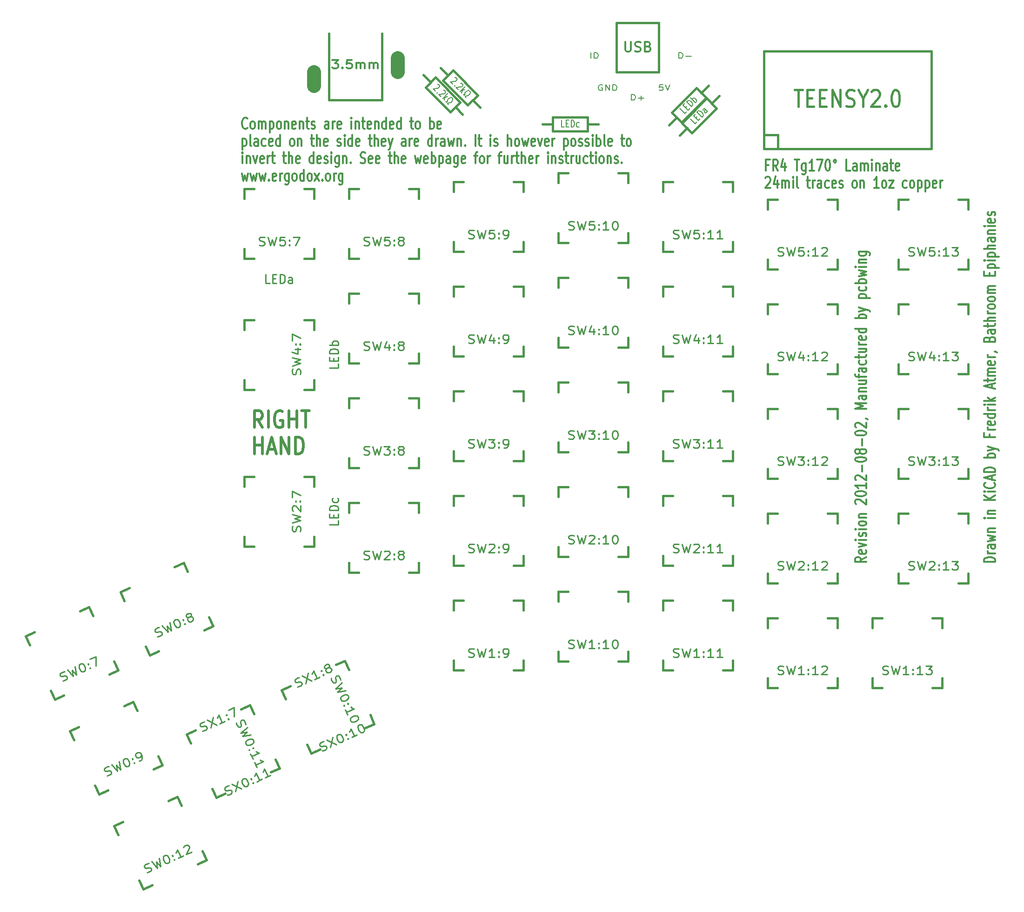
<source format=gto>
G04 (created by PCBNEW (2013-01-02 BZR 3881)-testing) date Fri 08 Feb 2013 10:16:01 AM CET*
%MOIN*%
G04 Gerber Fmt 3.4, Leading zero omitted, Abs format*
%FSLAX34Y34*%
G01*
G70*
G90*
G04 APERTURE LIST*
%ADD10C,0.006*%
%ADD11C,0.012*%
%ADD12C,0.008*%
%ADD13C,0.02*%
%ADD14C,0.015*%
%ADD15C,0.1*%
%ADD16C,0.01*%
%ADD17C,0.018*%
G04 APERTURE END LIST*
G54D10*
G54D11*
X70573Y-49514D02*
X70192Y-49714D01*
X70573Y-49857D02*
X69773Y-49857D01*
X69773Y-49628D01*
X69811Y-49571D01*
X69850Y-49542D01*
X69926Y-49514D01*
X70040Y-49514D01*
X70116Y-49542D01*
X70154Y-49571D01*
X70192Y-49628D01*
X70192Y-49857D01*
X70535Y-49028D02*
X70573Y-49085D01*
X70573Y-49200D01*
X70535Y-49257D01*
X70459Y-49285D01*
X70154Y-49285D01*
X70078Y-49257D01*
X70040Y-49200D01*
X70040Y-49085D01*
X70078Y-49028D01*
X70154Y-49000D01*
X70230Y-49000D01*
X70307Y-49285D01*
X70040Y-48800D02*
X70573Y-48657D01*
X70040Y-48514D01*
X70573Y-48285D02*
X70040Y-48285D01*
X69773Y-48285D02*
X69811Y-48314D01*
X69850Y-48285D01*
X69811Y-48257D01*
X69773Y-48285D01*
X69850Y-48285D01*
X70535Y-48028D02*
X70573Y-47971D01*
X70573Y-47857D01*
X70535Y-47800D01*
X70459Y-47771D01*
X70421Y-47771D01*
X70345Y-47800D01*
X70307Y-47857D01*
X70307Y-47942D01*
X70269Y-48000D01*
X70192Y-48028D01*
X70154Y-48028D01*
X70078Y-48000D01*
X70040Y-47942D01*
X70040Y-47857D01*
X70078Y-47800D01*
X70573Y-47514D02*
X70040Y-47514D01*
X69773Y-47514D02*
X69811Y-47542D01*
X69850Y-47514D01*
X69811Y-47485D01*
X69773Y-47514D01*
X69850Y-47514D01*
X70573Y-47142D02*
X70535Y-47200D01*
X70497Y-47228D01*
X70421Y-47257D01*
X70192Y-47257D01*
X70116Y-47228D01*
X70078Y-47200D01*
X70040Y-47142D01*
X70040Y-47057D01*
X70078Y-47000D01*
X70116Y-46971D01*
X70192Y-46942D01*
X70421Y-46942D01*
X70497Y-46971D01*
X70535Y-47000D01*
X70573Y-47057D01*
X70573Y-47142D01*
X70040Y-46685D02*
X70573Y-46685D01*
X70116Y-46685D02*
X70078Y-46657D01*
X70040Y-46600D01*
X70040Y-46514D01*
X70078Y-46457D01*
X70154Y-46428D01*
X70573Y-46428D01*
X69850Y-45714D02*
X69811Y-45685D01*
X69773Y-45628D01*
X69773Y-45485D01*
X69811Y-45428D01*
X69850Y-45400D01*
X69926Y-45371D01*
X70002Y-45371D01*
X70116Y-45400D01*
X70573Y-45742D01*
X70573Y-45371D01*
X69773Y-45000D02*
X69773Y-44942D01*
X69811Y-44885D01*
X69850Y-44857D01*
X69926Y-44828D01*
X70078Y-44800D01*
X70269Y-44800D01*
X70421Y-44828D01*
X70497Y-44857D01*
X70535Y-44885D01*
X70573Y-44942D01*
X70573Y-45000D01*
X70535Y-45057D01*
X70497Y-45085D01*
X70421Y-45114D01*
X70269Y-45142D01*
X70078Y-45142D01*
X69926Y-45114D01*
X69850Y-45085D01*
X69811Y-45057D01*
X69773Y-45000D01*
X70573Y-44228D02*
X70573Y-44571D01*
X70573Y-44400D02*
X69773Y-44400D01*
X69888Y-44457D01*
X69964Y-44514D01*
X70002Y-44571D01*
X69850Y-43999D02*
X69811Y-43971D01*
X69773Y-43914D01*
X69773Y-43771D01*
X69811Y-43714D01*
X69850Y-43685D01*
X69926Y-43657D01*
X70002Y-43657D01*
X70116Y-43685D01*
X70573Y-44028D01*
X70573Y-43657D01*
X70269Y-43399D02*
X70269Y-42942D01*
X69773Y-42542D02*
X69773Y-42485D01*
X69811Y-42428D01*
X69850Y-42399D01*
X69926Y-42371D01*
X70078Y-42342D01*
X70269Y-42342D01*
X70421Y-42371D01*
X70497Y-42399D01*
X70535Y-42428D01*
X70573Y-42485D01*
X70573Y-42542D01*
X70535Y-42599D01*
X70497Y-42628D01*
X70421Y-42657D01*
X70269Y-42685D01*
X70078Y-42685D01*
X69926Y-42657D01*
X69850Y-42628D01*
X69811Y-42599D01*
X69773Y-42542D01*
X70116Y-41999D02*
X70078Y-42057D01*
X70040Y-42085D01*
X69964Y-42114D01*
X69926Y-42114D01*
X69850Y-42085D01*
X69811Y-42057D01*
X69773Y-41999D01*
X69773Y-41885D01*
X69811Y-41828D01*
X69850Y-41799D01*
X69926Y-41771D01*
X69964Y-41771D01*
X70040Y-41799D01*
X70078Y-41828D01*
X70116Y-41885D01*
X70116Y-41999D01*
X70154Y-42057D01*
X70192Y-42085D01*
X70269Y-42114D01*
X70421Y-42114D01*
X70497Y-42085D01*
X70535Y-42057D01*
X70573Y-41999D01*
X70573Y-41885D01*
X70535Y-41828D01*
X70497Y-41799D01*
X70421Y-41771D01*
X70269Y-41771D01*
X70192Y-41799D01*
X70154Y-41828D01*
X70116Y-41885D01*
X70269Y-41514D02*
X70269Y-41057D01*
X69773Y-40657D02*
X69773Y-40599D01*
X69811Y-40542D01*
X69850Y-40514D01*
X69926Y-40485D01*
X70078Y-40457D01*
X70269Y-40457D01*
X70421Y-40485D01*
X70497Y-40514D01*
X70535Y-40542D01*
X70573Y-40599D01*
X70573Y-40657D01*
X70535Y-40714D01*
X70497Y-40742D01*
X70421Y-40771D01*
X70269Y-40799D01*
X70078Y-40799D01*
X69926Y-40771D01*
X69850Y-40742D01*
X69811Y-40714D01*
X69773Y-40657D01*
X69850Y-40228D02*
X69811Y-40199D01*
X69773Y-40142D01*
X69773Y-39999D01*
X69811Y-39942D01*
X69850Y-39914D01*
X69926Y-39885D01*
X70002Y-39885D01*
X70116Y-39914D01*
X70573Y-40257D01*
X70573Y-39885D01*
X70535Y-39599D02*
X70573Y-39599D01*
X70650Y-39628D01*
X70688Y-39657D01*
X70573Y-38885D02*
X69773Y-38885D01*
X70345Y-38685D01*
X69773Y-38485D01*
X70573Y-38485D01*
X70573Y-37942D02*
X70154Y-37942D01*
X70078Y-37971D01*
X70040Y-38028D01*
X70040Y-38142D01*
X70078Y-38199D01*
X70535Y-37942D02*
X70573Y-37999D01*
X70573Y-38142D01*
X70535Y-38199D01*
X70459Y-38228D01*
X70383Y-38228D01*
X70307Y-38199D01*
X70269Y-38142D01*
X70269Y-37999D01*
X70230Y-37942D01*
X70040Y-37657D02*
X70573Y-37657D01*
X70116Y-37657D02*
X70078Y-37628D01*
X70040Y-37571D01*
X70040Y-37485D01*
X70078Y-37428D01*
X70154Y-37399D01*
X70573Y-37399D01*
X70040Y-36857D02*
X70573Y-36857D01*
X70040Y-37114D02*
X70459Y-37114D01*
X70535Y-37085D01*
X70573Y-37028D01*
X70573Y-36942D01*
X70535Y-36885D01*
X70497Y-36857D01*
X70040Y-36657D02*
X70040Y-36428D01*
X70573Y-36571D02*
X69888Y-36571D01*
X69811Y-36542D01*
X69773Y-36485D01*
X69773Y-36428D01*
X70573Y-35971D02*
X70154Y-35971D01*
X70078Y-35999D01*
X70040Y-36057D01*
X70040Y-36171D01*
X70078Y-36228D01*
X70535Y-35971D02*
X70573Y-36028D01*
X70573Y-36171D01*
X70535Y-36228D01*
X70459Y-36257D01*
X70383Y-36257D01*
X70307Y-36228D01*
X70269Y-36171D01*
X70269Y-36028D01*
X70230Y-35971D01*
X70535Y-35428D02*
X70573Y-35485D01*
X70573Y-35599D01*
X70535Y-35657D01*
X70497Y-35685D01*
X70421Y-35714D01*
X70192Y-35714D01*
X70116Y-35685D01*
X70078Y-35657D01*
X70040Y-35599D01*
X70040Y-35485D01*
X70078Y-35428D01*
X70040Y-35257D02*
X70040Y-35028D01*
X69773Y-35171D02*
X70459Y-35171D01*
X70535Y-35142D01*
X70573Y-35085D01*
X70573Y-35028D01*
X70040Y-34571D02*
X70573Y-34571D01*
X70040Y-34828D02*
X70459Y-34828D01*
X70535Y-34799D01*
X70573Y-34742D01*
X70573Y-34657D01*
X70535Y-34599D01*
X70497Y-34571D01*
X70573Y-34285D02*
X70040Y-34285D01*
X70192Y-34285D02*
X70116Y-34257D01*
X70078Y-34228D01*
X70040Y-34171D01*
X70040Y-34114D01*
X70535Y-33685D02*
X70573Y-33742D01*
X70573Y-33857D01*
X70535Y-33914D01*
X70459Y-33942D01*
X70154Y-33942D01*
X70078Y-33914D01*
X70040Y-33857D01*
X70040Y-33742D01*
X70078Y-33685D01*
X70154Y-33657D01*
X70230Y-33657D01*
X70307Y-33942D01*
X70573Y-33142D02*
X69773Y-33142D01*
X70535Y-33142D02*
X70573Y-33199D01*
X70573Y-33314D01*
X70535Y-33371D01*
X70497Y-33399D01*
X70421Y-33428D01*
X70192Y-33428D01*
X70116Y-33399D01*
X70078Y-33371D01*
X70040Y-33314D01*
X70040Y-33199D01*
X70078Y-33142D01*
X70573Y-32399D02*
X69773Y-32399D01*
X70078Y-32399D02*
X70040Y-32342D01*
X70040Y-32228D01*
X70078Y-32171D01*
X70116Y-32142D01*
X70192Y-32114D01*
X70421Y-32114D01*
X70497Y-32142D01*
X70535Y-32171D01*
X70573Y-32228D01*
X70573Y-32342D01*
X70535Y-32399D01*
X70040Y-31914D02*
X70573Y-31771D01*
X70040Y-31628D02*
X70573Y-31771D01*
X70764Y-31828D01*
X70802Y-31857D01*
X70840Y-31914D01*
X70040Y-30942D02*
X70840Y-30942D01*
X70078Y-30942D02*
X70040Y-30885D01*
X70040Y-30771D01*
X70078Y-30714D01*
X70116Y-30685D01*
X70192Y-30657D01*
X70421Y-30657D01*
X70497Y-30685D01*
X70535Y-30714D01*
X70573Y-30771D01*
X70573Y-30885D01*
X70535Y-30942D01*
X70535Y-30142D02*
X70573Y-30199D01*
X70573Y-30314D01*
X70535Y-30371D01*
X70497Y-30399D01*
X70421Y-30428D01*
X70192Y-30428D01*
X70116Y-30399D01*
X70078Y-30371D01*
X70040Y-30314D01*
X70040Y-30199D01*
X70078Y-30142D01*
X70573Y-29885D02*
X69773Y-29885D01*
X70078Y-29885D02*
X70040Y-29828D01*
X70040Y-29714D01*
X70078Y-29657D01*
X70116Y-29628D01*
X70192Y-29599D01*
X70421Y-29599D01*
X70497Y-29628D01*
X70535Y-29657D01*
X70573Y-29714D01*
X70573Y-29828D01*
X70535Y-29885D01*
X70040Y-29399D02*
X70573Y-29285D01*
X70192Y-29171D01*
X70573Y-29057D01*
X70040Y-28942D01*
X70573Y-28714D02*
X70040Y-28714D01*
X69773Y-28714D02*
X69811Y-28742D01*
X69850Y-28714D01*
X69811Y-28685D01*
X69773Y-28714D01*
X69850Y-28714D01*
X70040Y-28428D02*
X70573Y-28428D01*
X70116Y-28428D02*
X70078Y-28399D01*
X70040Y-28342D01*
X70040Y-28257D01*
X70078Y-28199D01*
X70154Y-28171D01*
X70573Y-28171D01*
X70040Y-27628D02*
X70688Y-27628D01*
X70764Y-27657D01*
X70802Y-27685D01*
X70840Y-27742D01*
X70840Y-27828D01*
X70802Y-27885D01*
X70535Y-27628D02*
X70573Y-27685D01*
X70573Y-27799D01*
X70535Y-27857D01*
X70497Y-27885D01*
X70421Y-27914D01*
X70192Y-27914D01*
X70116Y-27885D01*
X70078Y-27857D01*
X70040Y-27799D01*
X70040Y-27685D01*
X70078Y-27628D01*
G54D12*
X50850Y-13761D02*
X50850Y-13361D01*
X51088Y-13761D02*
X51088Y-13361D01*
X51207Y-13361D01*
X51278Y-13380D01*
X51326Y-13419D01*
X51350Y-13457D01*
X51373Y-13533D01*
X51373Y-13590D01*
X51350Y-13666D01*
X51326Y-13704D01*
X51278Y-13742D01*
X51207Y-13761D01*
X51088Y-13761D01*
X53759Y-16761D02*
X53759Y-16361D01*
X53878Y-16361D01*
X53950Y-16380D01*
X53997Y-16419D01*
X54021Y-16457D01*
X54045Y-16533D01*
X54045Y-16590D01*
X54021Y-16666D01*
X53997Y-16704D01*
X53950Y-16742D01*
X53878Y-16761D01*
X53759Y-16761D01*
X54259Y-16609D02*
X54640Y-16609D01*
X54450Y-16761D02*
X54450Y-16457D01*
X51669Y-15680D02*
X51621Y-15661D01*
X51550Y-15661D01*
X51478Y-15680D01*
X51430Y-15719D01*
X51407Y-15757D01*
X51383Y-15833D01*
X51383Y-15890D01*
X51407Y-15966D01*
X51430Y-16004D01*
X51478Y-16042D01*
X51550Y-16061D01*
X51597Y-16061D01*
X51669Y-16042D01*
X51692Y-16023D01*
X51692Y-15890D01*
X51597Y-15890D01*
X51907Y-16061D02*
X51907Y-15661D01*
X52192Y-16061D01*
X52192Y-15661D01*
X52430Y-16061D02*
X52430Y-15661D01*
X52550Y-15661D01*
X52621Y-15680D01*
X52669Y-15719D01*
X52692Y-15757D01*
X52716Y-15833D01*
X52716Y-15890D01*
X52692Y-15966D01*
X52669Y-16004D01*
X52621Y-16042D01*
X52550Y-16061D01*
X52430Y-16061D01*
X56004Y-15661D02*
X55766Y-15661D01*
X55742Y-15852D01*
X55766Y-15833D01*
X55814Y-15814D01*
X55933Y-15814D01*
X55980Y-15833D01*
X56004Y-15852D01*
X56028Y-15890D01*
X56028Y-15985D01*
X56004Y-16023D01*
X55980Y-16042D01*
X55933Y-16061D01*
X55814Y-16061D01*
X55766Y-16042D01*
X55742Y-16023D01*
X56171Y-15661D02*
X56338Y-16061D01*
X56504Y-15661D01*
X57158Y-13761D02*
X57158Y-13361D01*
X57277Y-13361D01*
X57349Y-13380D01*
X57396Y-13419D01*
X57420Y-13457D01*
X57444Y-13533D01*
X57444Y-13590D01*
X57420Y-13666D01*
X57396Y-13704D01*
X57349Y-13742D01*
X57277Y-13761D01*
X57158Y-13761D01*
X57658Y-13609D02*
X58039Y-13609D01*
G54D11*
X26235Y-18747D02*
X26207Y-18785D01*
X26121Y-18823D01*
X26064Y-18823D01*
X25978Y-18785D01*
X25921Y-18709D01*
X25892Y-18633D01*
X25864Y-18480D01*
X25864Y-18366D01*
X25892Y-18214D01*
X25921Y-18138D01*
X25978Y-18061D01*
X26064Y-18023D01*
X26121Y-18023D01*
X26207Y-18061D01*
X26235Y-18100D01*
X26578Y-18823D02*
X26521Y-18785D01*
X26492Y-18747D01*
X26464Y-18671D01*
X26464Y-18442D01*
X26492Y-18366D01*
X26521Y-18328D01*
X26578Y-18290D01*
X26664Y-18290D01*
X26721Y-18328D01*
X26750Y-18366D01*
X26778Y-18442D01*
X26778Y-18671D01*
X26750Y-18747D01*
X26721Y-18785D01*
X26664Y-18823D01*
X26578Y-18823D01*
X27035Y-18823D02*
X27035Y-18290D01*
X27035Y-18366D02*
X27064Y-18328D01*
X27121Y-18290D01*
X27207Y-18290D01*
X27264Y-18328D01*
X27292Y-18404D01*
X27292Y-18823D01*
X27292Y-18404D02*
X27321Y-18328D01*
X27378Y-18290D01*
X27464Y-18290D01*
X27521Y-18328D01*
X27550Y-18404D01*
X27550Y-18823D01*
X27835Y-18290D02*
X27835Y-19090D01*
X27835Y-18328D02*
X27892Y-18290D01*
X28007Y-18290D01*
X28064Y-18328D01*
X28092Y-18366D01*
X28121Y-18442D01*
X28121Y-18671D01*
X28092Y-18747D01*
X28064Y-18785D01*
X28007Y-18823D01*
X27892Y-18823D01*
X27835Y-18785D01*
X28464Y-18823D02*
X28407Y-18785D01*
X28378Y-18747D01*
X28350Y-18671D01*
X28350Y-18442D01*
X28378Y-18366D01*
X28407Y-18328D01*
X28464Y-18290D01*
X28550Y-18290D01*
X28607Y-18328D01*
X28635Y-18366D01*
X28664Y-18442D01*
X28664Y-18671D01*
X28635Y-18747D01*
X28607Y-18785D01*
X28550Y-18823D01*
X28464Y-18823D01*
X28921Y-18290D02*
X28921Y-18823D01*
X28921Y-18366D02*
X28950Y-18328D01*
X29007Y-18290D01*
X29092Y-18290D01*
X29150Y-18328D01*
X29178Y-18404D01*
X29178Y-18823D01*
X29692Y-18785D02*
X29635Y-18823D01*
X29521Y-18823D01*
X29464Y-18785D01*
X29435Y-18709D01*
X29435Y-18404D01*
X29464Y-18328D01*
X29521Y-18290D01*
X29635Y-18290D01*
X29692Y-18328D01*
X29721Y-18404D01*
X29721Y-18480D01*
X29435Y-18557D01*
X29978Y-18290D02*
X29978Y-18823D01*
X29978Y-18366D02*
X30007Y-18328D01*
X30064Y-18290D01*
X30150Y-18290D01*
X30207Y-18328D01*
X30235Y-18404D01*
X30235Y-18823D01*
X30435Y-18290D02*
X30664Y-18290D01*
X30521Y-18023D02*
X30521Y-18709D01*
X30550Y-18785D01*
X30607Y-18823D01*
X30664Y-18823D01*
X30835Y-18785D02*
X30892Y-18823D01*
X31007Y-18823D01*
X31064Y-18785D01*
X31092Y-18709D01*
X31092Y-18671D01*
X31064Y-18595D01*
X31007Y-18557D01*
X30921Y-18557D01*
X30864Y-18519D01*
X30835Y-18442D01*
X30835Y-18404D01*
X30864Y-18328D01*
X30921Y-18290D01*
X31007Y-18290D01*
X31064Y-18328D01*
X32064Y-18823D02*
X32064Y-18404D01*
X32035Y-18328D01*
X31978Y-18290D01*
X31864Y-18290D01*
X31807Y-18328D01*
X32064Y-18785D02*
X32007Y-18823D01*
X31864Y-18823D01*
X31807Y-18785D01*
X31778Y-18709D01*
X31778Y-18633D01*
X31807Y-18557D01*
X31864Y-18519D01*
X32007Y-18519D01*
X32064Y-18480D01*
X32349Y-18823D02*
X32349Y-18290D01*
X32349Y-18442D02*
X32378Y-18366D01*
X32407Y-18328D01*
X32464Y-18290D01*
X32521Y-18290D01*
X32950Y-18785D02*
X32892Y-18823D01*
X32778Y-18823D01*
X32721Y-18785D01*
X32692Y-18709D01*
X32692Y-18404D01*
X32721Y-18328D01*
X32778Y-18290D01*
X32892Y-18290D01*
X32950Y-18328D01*
X32978Y-18404D01*
X32978Y-18480D01*
X32692Y-18557D01*
X33692Y-18823D02*
X33692Y-18290D01*
X33692Y-18023D02*
X33664Y-18061D01*
X33692Y-18100D01*
X33721Y-18061D01*
X33692Y-18023D01*
X33692Y-18100D01*
X33978Y-18290D02*
X33978Y-18823D01*
X33978Y-18366D02*
X34007Y-18328D01*
X34064Y-18290D01*
X34150Y-18290D01*
X34207Y-18328D01*
X34235Y-18404D01*
X34235Y-18823D01*
X34435Y-18290D02*
X34664Y-18290D01*
X34521Y-18023D02*
X34521Y-18709D01*
X34550Y-18785D01*
X34607Y-18823D01*
X34664Y-18823D01*
X35092Y-18785D02*
X35035Y-18823D01*
X34921Y-18823D01*
X34864Y-18785D01*
X34835Y-18709D01*
X34835Y-18404D01*
X34864Y-18328D01*
X34921Y-18290D01*
X35035Y-18290D01*
X35092Y-18328D01*
X35121Y-18404D01*
X35121Y-18480D01*
X34835Y-18557D01*
X35378Y-18290D02*
X35378Y-18823D01*
X35378Y-18366D02*
X35407Y-18328D01*
X35464Y-18290D01*
X35550Y-18290D01*
X35607Y-18328D01*
X35635Y-18404D01*
X35635Y-18823D01*
X36178Y-18823D02*
X36178Y-18023D01*
X36178Y-18785D02*
X36121Y-18823D01*
X36007Y-18823D01*
X35950Y-18785D01*
X35921Y-18747D01*
X35892Y-18671D01*
X35892Y-18442D01*
X35921Y-18366D01*
X35950Y-18328D01*
X36007Y-18290D01*
X36121Y-18290D01*
X36178Y-18328D01*
X36692Y-18785D02*
X36635Y-18823D01*
X36521Y-18823D01*
X36464Y-18785D01*
X36435Y-18709D01*
X36435Y-18404D01*
X36464Y-18328D01*
X36521Y-18290D01*
X36635Y-18290D01*
X36692Y-18328D01*
X36721Y-18404D01*
X36721Y-18480D01*
X36435Y-18557D01*
X37235Y-18823D02*
X37235Y-18023D01*
X37235Y-18785D02*
X37178Y-18823D01*
X37064Y-18823D01*
X37007Y-18785D01*
X36978Y-18747D01*
X36950Y-18671D01*
X36950Y-18442D01*
X36978Y-18366D01*
X37007Y-18328D01*
X37064Y-18290D01*
X37178Y-18290D01*
X37235Y-18328D01*
X37892Y-18290D02*
X38121Y-18290D01*
X37978Y-18023D02*
X37978Y-18709D01*
X38007Y-18785D01*
X38064Y-18823D01*
X38121Y-18823D01*
X38407Y-18823D02*
X38350Y-18785D01*
X38321Y-18747D01*
X38292Y-18671D01*
X38292Y-18442D01*
X38321Y-18366D01*
X38350Y-18328D01*
X38407Y-18290D01*
X38492Y-18290D01*
X38550Y-18328D01*
X38578Y-18366D01*
X38607Y-18442D01*
X38607Y-18671D01*
X38578Y-18747D01*
X38550Y-18785D01*
X38492Y-18823D01*
X38407Y-18823D01*
X39321Y-18823D02*
X39321Y-18023D01*
X39321Y-18328D02*
X39378Y-18290D01*
X39492Y-18290D01*
X39550Y-18328D01*
X39578Y-18366D01*
X39607Y-18442D01*
X39607Y-18671D01*
X39578Y-18747D01*
X39550Y-18785D01*
X39492Y-18823D01*
X39378Y-18823D01*
X39321Y-18785D01*
X40092Y-18785D02*
X40035Y-18823D01*
X39921Y-18823D01*
X39864Y-18785D01*
X39835Y-18709D01*
X39835Y-18404D01*
X39864Y-18328D01*
X39921Y-18290D01*
X40035Y-18290D01*
X40092Y-18328D01*
X40121Y-18404D01*
X40121Y-18480D01*
X39835Y-18557D01*
X25892Y-19530D02*
X25892Y-20330D01*
X25892Y-19568D02*
X25950Y-19530D01*
X26064Y-19530D01*
X26121Y-19568D01*
X26150Y-19606D01*
X26178Y-19682D01*
X26178Y-19911D01*
X26150Y-19987D01*
X26121Y-20025D01*
X26064Y-20063D01*
X25950Y-20063D01*
X25892Y-20025D01*
X26521Y-20063D02*
X26464Y-20025D01*
X26435Y-19949D01*
X26435Y-19263D01*
X27007Y-20063D02*
X27007Y-19644D01*
X26978Y-19568D01*
X26921Y-19530D01*
X26807Y-19530D01*
X26750Y-19568D01*
X27007Y-20025D02*
X26950Y-20063D01*
X26807Y-20063D01*
X26750Y-20025D01*
X26721Y-19949D01*
X26721Y-19873D01*
X26750Y-19797D01*
X26807Y-19759D01*
X26950Y-19759D01*
X27007Y-19720D01*
X27550Y-20025D02*
X27492Y-20063D01*
X27378Y-20063D01*
X27321Y-20025D01*
X27292Y-19987D01*
X27264Y-19911D01*
X27264Y-19682D01*
X27292Y-19606D01*
X27321Y-19568D01*
X27378Y-19530D01*
X27492Y-19530D01*
X27550Y-19568D01*
X28035Y-20025D02*
X27978Y-20063D01*
X27864Y-20063D01*
X27807Y-20025D01*
X27778Y-19949D01*
X27778Y-19644D01*
X27807Y-19568D01*
X27864Y-19530D01*
X27978Y-19530D01*
X28035Y-19568D01*
X28064Y-19644D01*
X28064Y-19720D01*
X27778Y-19797D01*
X28578Y-20063D02*
X28578Y-19263D01*
X28578Y-20025D02*
X28521Y-20063D01*
X28407Y-20063D01*
X28350Y-20025D01*
X28321Y-19987D01*
X28292Y-19911D01*
X28292Y-19682D01*
X28321Y-19606D01*
X28350Y-19568D01*
X28407Y-19530D01*
X28521Y-19530D01*
X28578Y-19568D01*
X29407Y-20063D02*
X29350Y-20025D01*
X29321Y-19987D01*
X29292Y-19911D01*
X29292Y-19682D01*
X29321Y-19606D01*
X29350Y-19568D01*
X29407Y-19530D01*
X29492Y-19530D01*
X29550Y-19568D01*
X29578Y-19606D01*
X29607Y-19682D01*
X29607Y-19911D01*
X29578Y-19987D01*
X29550Y-20025D01*
X29492Y-20063D01*
X29407Y-20063D01*
X29864Y-19530D02*
X29864Y-20063D01*
X29864Y-19606D02*
X29892Y-19568D01*
X29950Y-19530D01*
X30035Y-19530D01*
X30092Y-19568D01*
X30121Y-19644D01*
X30121Y-20063D01*
X30778Y-19530D02*
X31007Y-19530D01*
X30864Y-19263D02*
X30864Y-19949D01*
X30892Y-20025D01*
X30950Y-20063D01*
X31007Y-20063D01*
X31207Y-20063D02*
X31207Y-19263D01*
X31464Y-20063D02*
X31464Y-19644D01*
X31435Y-19568D01*
X31378Y-19530D01*
X31292Y-19530D01*
X31235Y-19568D01*
X31207Y-19606D01*
X31978Y-20025D02*
X31921Y-20063D01*
X31807Y-20063D01*
X31750Y-20025D01*
X31721Y-19949D01*
X31721Y-19644D01*
X31750Y-19568D01*
X31807Y-19530D01*
X31921Y-19530D01*
X31978Y-19568D01*
X32007Y-19644D01*
X32007Y-19720D01*
X31721Y-19797D01*
X32692Y-20025D02*
X32750Y-20063D01*
X32864Y-20063D01*
X32921Y-20025D01*
X32950Y-19949D01*
X32950Y-19911D01*
X32921Y-19835D01*
X32864Y-19797D01*
X32778Y-19797D01*
X32721Y-19759D01*
X32692Y-19682D01*
X32692Y-19644D01*
X32721Y-19568D01*
X32778Y-19530D01*
X32864Y-19530D01*
X32921Y-19568D01*
X33207Y-20063D02*
X33207Y-19530D01*
X33207Y-19263D02*
X33178Y-19301D01*
X33207Y-19340D01*
X33235Y-19301D01*
X33207Y-19263D01*
X33207Y-19340D01*
X33750Y-20063D02*
X33750Y-19263D01*
X33750Y-20025D02*
X33692Y-20063D01*
X33578Y-20063D01*
X33521Y-20025D01*
X33492Y-19987D01*
X33464Y-19911D01*
X33464Y-19682D01*
X33492Y-19606D01*
X33521Y-19568D01*
X33578Y-19530D01*
X33692Y-19530D01*
X33750Y-19568D01*
X34264Y-20025D02*
X34207Y-20063D01*
X34092Y-20063D01*
X34035Y-20025D01*
X34007Y-19949D01*
X34007Y-19644D01*
X34035Y-19568D01*
X34092Y-19530D01*
X34207Y-19530D01*
X34264Y-19568D01*
X34292Y-19644D01*
X34292Y-19720D01*
X34007Y-19797D01*
X34921Y-19530D02*
X35150Y-19530D01*
X35007Y-19263D02*
X35007Y-19949D01*
X35035Y-20025D01*
X35092Y-20063D01*
X35150Y-20063D01*
X35350Y-20063D02*
X35350Y-19263D01*
X35607Y-20063D02*
X35607Y-19644D01*
X35578Y-19568D01*
X35521Y-19530D01*
X35435Y-19530D01*
X35378Y-19568D01*
X35350Y-19606D01*
X36121Y-20025D02*
X36064Y-20063D01*
X35950Y-20063D01*
X35892Y-20025D01*
X35864Y-19949D01*
X35864Y-19644D01*
X35892Y-19568D01*
X35950Y-19530D01*
X36064Y-19530D01*
X36121Y-19568D01*
X36150Y-19644D01*
X36150Y-19720D01*
X35864Y-19797D01*
X36350Y-19530D02*
X36492Y-20063D01*
X36635Y-19530D02*
X36492Y-20063D01*
X36435Y-20254D01*
X36407Y-20292D01*
X36350Y-20330D01*
X37578Y-20063D02*
X37578Y-19644D01*
X37550Y-19568D01*
X37492Y-19530D01*
X37378Y-19530D01*
X37321Y-19568D01*
X37578Y-20025D02*
X37521Y-20063D01*
X37378Y-20063D01*
X37321Y-20025D01*
X37292Y-19949D01*
X37292Y-19873D01*
X37321Y-19797D01*
X37378Y-19759D01*
X37521Y-19759D01*
X37578Y-19720D01*
X37864Y-20063D02*
X37864Y-19530D01*
X37864Y-19682D02*
X37892Y-19606D01*
X37921Y-19568D01*
X37978Y-19530D01*
X38035Y-19530D01*
X38464Y-20025D02*
X38407Y-20063D01*
X38292Y-20063D01*
X38235Y-20025D01*
X38207Y-19949D01*
X38207Y-19644D01*
X38235Y-19568D01*
X38292Y-19530D01*
X38407Y-19530D01*
X38464Y-19568D01*
X38492Y-19644D01*
X38492Y-19720D01*
X38207Y-19797D01*
X39464Y-20063D02*
X39464Y-19263D01*
X39464Y-20025D02*
X39407Y-20063D01*
X39292Y-20063D01*
X39235Y-20025D01*
X39207Y-19987D01*
X39178Y-19911D01*
X39178Y-19682D01*
X39207Y-19606D01*
X39235Y-19568D01*
X39292Y-19530D01*
X39407Y-19530D01*
X39464Y-19568D01*
X39750Y-20063D02*
X39750Y-19530D01*
X39750Y-19682D02*
X39778Y-19606D01*
X39807Y-19568D01*
X39864Y-19530D01*
X39921Y-19530D01*
X40378Y-20063D02*
X40378Y-19644D01*
X40350Y-19568D01*
X40292Y-19530D01*
X40178Y-19530D01*
X40121Y-19568D01*
X40378Y-20025D02*
X40321Y-20063D01*
X40178Y-20063D01*
X40121Y-20025D01*
X40092Y-19949D01*
X40092Y-19873D01*
X40121Y-19797D01*
X40178Y-19759D01*
X40321Y-19759D01*
X40378Y-19720D01*
X40607Y-19530D02*
X40721Y-20063D01*
X40835Y-19682D01*
X40950Y-20063D01*
X41064Y-19530D01*
X41292Y-19530D02*
X41292Y-20063D01*
X41292Y-19606D02*
X41321Y-19568D01*
X41378Y-19530D01*
X41464Y-19530D01*
X41521Y-19568D01*
X41550Y-19644D01*
X41550Y-20063D01*
X41835Y-19987D02*
X41864Y-20025D01*
X41835Y-20063D01*
X41807Y-20025D01*
X41835Y-19987D01*
X41835Y-20063D01*
X42578Y-20063D02*
X42578Y-19263D01*
X42778Y-19530D02*
X43007Y-19530D01*
X42864Y-19263D02*
X42864Y-19949D01*
X42892Y-20025D01*
X42950Y-20063D01*
X43007Y-20063D01*
X43664Y-20063D02*
X43664Y-19530D01*
X43664Y-19263D02*
X43635Y-19301D01*
X43664Y-19340D01*
X43692Y-19301D01*
X43664Y-19263D01*
X43664Y-19340D01*
X43921Y-20025D02*
X43978Y-20063D01*
X44092Y-20063D01*
X44150Y-20025D01*
X44178Y-19949D01*
X44178Y-19911D01*
X44150Y-19835D01*
X44092Y-19797D01*
X44007Y-19797D01*
X43950Y-19759D01*
X43921Y-19682D01*
X43921Y-19644D01*
X43950Y-19568D01*
X44007Y-19530D01*
X44092Y-19530D01*
X44150Y-19568D01*
X44892Y-20063D02*
X44892Y-19263D01*
X45150Y-20063D02*
X45150Y-19644D01*
X45121Y-19568D01*
X45064Y-19530D01*
X44978Y-19530D01*
X44921Y-19568D01*
X44892Y-19606D01*
X45521Y-20063D02*
X45464Y-20025D01*
X45435Y-19987D01*
X45407Y-19911D01*
X45407Y-19682D01*
X45435Y-19606D01*
X45464Y-19568D01*
X45521Y-19530D01*
X45607Y-19530D01*
X45664Y-19568D01*
X45692Y-19606D01*
X45721Y-19682D01*
X45721Y-19911D01*
X45692Y-19987D01*
X45664Y-20025D01*
X45607Y-20063D01*
X45521Y-20063D01*
X45921Y-19530D02*
X46035Y-20063D01*
X46150Y-19682D01*
X46264Y-20063D01*
X46378Y-19530D01*
X46835Y-20025D02*
X46778Y-20063D01*
X46664Y-20063D01*
X46607Y-20025D01*
X46578Y-19949D01*
X46578Y-19644D01*
X46607Y-19568D01*
X46664Y-19530D01*
X46778Y-19530D01*
X46835Y-19568D01*
X46864Y-19644D01*
X46864Y-19720D01*
X46578Y-19797D01*
X47064Y-19530D02*
X47207Y-20063D01*
X47350Y-19530D01*
X47807Y-20025D02*
X47750Y-20063D01*
X47635Y-20063D01*
X47578Y-20025D01*
X47550Y-19949D01*
X47550Y-19644D01*
X47578Y-19568D01*
X47635Y-19530D01*
X47750Y-19530D01*
X47807Y-19568D01*
X47835Y-19644D01*
X47835Y-19720D01*
X47550Y-19797D01*
X48092Y-20063D02*
X48092Y-19530D01*
X48092Y-19682D02*
X48121Y-19606D01*
X48150Y-19568D01*
X48207Y-19530D01*
X48264Y-19530D01*
X48921Y-19530D02*
X48921Y-20330D01*
X48921Y-19568D02*
X48978Y-19530D01*
X49092Y-19530D01*
X49150Y-19568D01*
X49178Y-19606D01*
X49207Y-19682D01*
X49207Y-19911D01*
X49178Y-19987D01*
X49150Y-20025D01*
X49092Y-20063D01*
X48978Y-20063D01*
X48921Y-20025D01*
X49550Y-20063D02*
X49492Y-20025D01*
X49464Y-19987D01*
X49435Y-19911D01*
X49435Y-19682D01*
X49464Y-19606D01*
X49492Y-19568D01*
X49550Y-19530D01*
X49635Y-19530D01*
X49692Y-19568D01*
X49721Y-19606D01*
X49750Y-19682D01*
X49750Y-19911D01*
X49721Y-19987D01*
X49692Y-20025D01*
X49635Y-20063D01*
X49550Y-20063D01*
X49978Y-20025D02*
X50035Y-20063D01*
X50150Y-20063D01*
X50207Y-20025D01*
X50235Y-19949D01*
X50235Y-19911D01*
X50207Y-19835D01*
X50150Y-19797D01*
X50064Y-19797D01*
X50007Y-19759D01*
X49978Y-19682D01*
X49978Y-19644D01*
X50007Y-19568D01*
X50064Y-19530D01*
X50150Y-19530D01*
X50207Y-19568D01*
X50464Y-20025D02*
X50521Y-20063D01*
X50635Y-20063D01*
X50692Y-20025D01*
X50721Y-19949D01*
X50721Y-19911D01*
X50692Y-19835D01*
X50635Y-19797D01*
X50550Y-19797D01*
X50492Y-19759D01*
X50464Y-19682D01*
X50464Y-19644D01*
X50492Y-19568D01*
X50550Y-19530D01*
X50635Y-19530D01*
X50692Y-19568D01*
X50978Y-20063D02*
X50978Y-19530D01*
X50978Y-19263D02*
X50950Y-19301D01*
X50978Y-19340D01*
X51007Y-19301D01*
X50978Y-19263D01*
X50978Y-19340D01*
X51264Y-20063D02*
X51264Y-19263D01*
X51264Y-19568D02*
X51321Y-19530D01*
X51435Y-19530D01*
X51492Y-19568D01*
X51521Y-19606D01*
X51549Y-19682D01*
X51549Y-19911D01*
X51521Y-19987D01*
X51492Y-20025D01*
X51435Y-20063D01*
X51321Y-20063D01*
X51264Y-20025D01*
X51892Y-20063D02*
X51835Y-20025D01*
X51807Y-19949D01*
X51807Y-19263D01*
X52350Y-20025D02*
X52292Y-20063D01*
X52178Y-20063D01*
X52121Y-20025D01*
X52092Y-19949D01*
X52092Y-19644D01*
X52121Y-19568D01*
X52178Y-19530D01*
X52292Y-19530D01*
X52350Y-19568D01*
X52378Y-19644D01*
X52378Y-19720D01*
X52092Y-19797D01*
X53007Y-19530D02*
X53235Y-19530D01*
X53092Y-19263D02*
X53092Y-19949D01*
X53121Y-20025D01*
X53178Y-20063D01*
X53235Y-20063D01*
X53521Y-20063D02*
X53464Y-20025D01*
X53435Y-19987D01*
X53407Y-19911D01*
X53407Y-19682D01*
X53435Y-19606D01*
X53464Y-19568D01*
X53521Y-19530D01*
X53607Y-19530D01*
X53664Y-19568D01*
X53692Y-19606D01*
X53721Y-19682D01*
X53721Y-19911D01*
X53692Y-19987D01*
X53664Y-20025D01*
X53607Y-20063D01*
X53521Y-20063D01*
X25892Y-21303D02*
X25892Y-20770D01*
X25892Y-20503D02*
X25864Y-20541D01*
X25892Y-20580D01*
X25921Y-20541D01*
X25892Y-20503D01*
X25892Y-20580D01*
X26178Y-20770D02*
X26178Y-21303D01*
X26178Y-20846D02*
X26207Y-20808D01*
X26264Y-20770D01*
X26350Y-20770D01*
X26407Y-20808D01*
X26435Y-20884D01*
X26435Y-21303D01*
X26664Y-20770D02*
X26807Y-21303D01*
X26950Y-20770D01*
X27407Y-21265D02*
X27350Y-21303D01*
X27235Y-21303D01*
X27178Y-21265D01*
X27150Y-21189D01*
X27150Y-20884D01*
X27178Y-20808D01*
X27235Y-20770D01*
X27350Y-20770D01*
X27407Y-20808D01*
X27435Y-20884D01*
X27435Y-20960D01*
X27150Y-21037D01*
X27692Y-21303D02*
X27692Y-20770D01*
X27692Y-20922D02*
X27721Y-20846D01*
X27750Y-20808D01*
X27807Y-20770D01*
X27864Y-20770D01*
X27978Y-20770D02*
X28207Y-20770D01*
X28064Y-20503D02*
X28064Y-21189D01*
X28092Y-21265D01*
X28150Y-21303D01*
X28207Y-21303D01*
X28778Y-20770D02*
X29007Y-20770D01*
X28864Y-20503D02*
X28864Y-21189D01*
X28892Y-21265D01*
X28950Y-21303D01*
X29007Y-21303D01*
X29207Y-21303D02*
X29207Y-20503D01*
X29464Y-21303D02*
X29464Y-20884D01*
X29435Y-20808D01*
X29378Y-20770D01*
X29292Y-20770D01*
X29235Y-20808D01*
X29207Y-20846D01*
X29978Y-21265D02*
X29921Y-21303D01*
X29807Y-21303D01*
X29750Y-21265D01*
X29721Y-21189D01*
X29721Y-20884D01*
X29750Y-20808D01*
X29807Y-20770D01*
X29921Y-20770D01*
X29978Y-20808D01*
X30007Y-20884D01*
X30007Y-20960D01*
X29721Y-21037D01*
X30978Y-21303D02*
X30978Y-20503D01*
X30978Y-21265D02*
X30921Y-21303D01*
X30807Y-21303D01*
X30750Y-21265D01*
X30721Y-21227D01*
X30692Y-21151D01*
X30692Y-20922D01*
X30721Y-20846D01*
X30750Y-20808D01*
X30807Y-20770D01*
X30921Y-20770D01*
X30978Y-20808D01*
X31492Y-21265D02*
X31435Y-21303D01*
X31321Y-21303D01*
X31264Y-21265D01*
X31235Y-21189D01*
X31235Y-20884D01*
X31264Y-20808D01*
X31321Y-20770D01*
X31435Y-20770D01*
X31492Y-20808D01*
X31521Y-20884D01*
X31521Y-20960D01*
X31235Y-21037D01*
X31750Y-21265D02*
X31807Y-21303D01*
X31921Y-21303D01*
X31978Y-21265D01*
X32007Y-21189D01*
X32007Y-21151D01*
X31978Y-21075D01*
X31921Y-21037D01*
X31835Y-21037D01*
X31778Y-20999D01*
X31750Y-20922D01*
X31750Y-20884D01*
X31778Y-20808D01*
X31835Y-20770D01*
X31921Y-20770D01*
X31978Y-20808D01*
X32264Y-21303D02*
X32264Y-20770D01*
X32264Y-20503D02*
X32235Y-20541D01*
X32264Y-20580D01*
X32292Y-20541D01*
X32264Y-20503D01*
X32264Y-20580D01*
X32807Y-20770D02*
X32807Y-21418D01*
X32778Y-21494D01*
X32750Y-21532D01*
X32692Y-21570D01*
X32607Y-21570D01*
X32550Y-21532D01*
X32807Y-21265D02*
X32750Y-21303D01*
X32635Y-21303D01*
X32578Y-21265D01*
X32550Y-21227D01*
X32521Y-21151D01*
X32521Y-20922D01*
X32550Y-20846D01*
X32578Y-20808D01*
X32635Y-20770D01*
X32750Y-20770D01*
X32807Y-20808D01*
X33092Y-20770D02*
X33092Y-21303D01*
X33092Y-20846D02*
X33121Y-20808D01*
X33178Y-20770D01*
X33264Y-20770D01*
X33321Y-20808D01*
X33350Y-20884D01*
X33350Y-21303D01*
X33635Y-21227D02*
X33664Y-21265D01*
X33635Y-21303D01*
X33607Y-21265D01*
X33635Y-21227D01*
X33635Y-21303D01*
X34350Y-21265D02*
X34435Y-21303D01*
X34578Y-21303D01*
X34635Y-21265D01*
X34664Y-21227D01*
X34692Y-21151D01*
X34692Y-21075D01*
X34664Y-20999D01*
X34635Y-20960D01*
X34578Y-20922D01*
X34464Y-20884D01*
X34407Y-20846D01*
X34378Y-20808D01*
X34350Y-20732D01*
X34350Y-20656D01*
X34378Y-20580D01*
X34407Y-20541D01*
X34464Y-20503D01*
X34607Y-20503D01*
X34692Y-20541D01*
X35178Y-21265D02*
X35121Y-21303D01*
X35007Y-21303D01*
X34950Y-21265D01*
X34921Y-21189D01*
X34921Y-20884D01*
X34950Y-20808D01*
X35007Y-20770D01*
X35121Y-20770D01*
X35178Y-20808D01*
X35207Y-20884D01*
X35207Y-20960D01*
X34921Y-21037D01*
X35692Y-21265D02*
X35635Y-21303D01*
X35521Y-21303D01*
X35464Y-21265D01*
X35435Y-21189D01*
X35435Y-20884D01*
X35464Y-20808D01*
X35521Y-20770D01*
X35635Y-20770D01*
X35692Y-20808D01*
X35721Y-20884D01*
X35721Y-20960D01*
X35435Y-21037D01*
X36350Y-20770D02*
X36578Y-20770D01*
X36435Y-20503D02*
X36435Y-21189D01*
X36464Y-21265D01*
X36521Y-21303D01*
X36578Y-21303D01*
X36778Y-21303D02*
X36778Y-20503D01*
X37035Y-21303D02*
X37035Y-20884D01*
X37007Y-20808D01*
X36950Y-20770D01*
X36864Y-20770D01*
X36807Y-20808D01*
X36778Y-20846D01*
X37550Y-21265D02*
X37492Y-21303D01*
X37378Y-21303D01*
X37321Y-21265D01*
X37292Y-21189D01*
X37292Y-20884D01*
X37321Y-20808D01*
X37378Y-20770D01*
X37492Y-20770D01*
X37550Y-20808D01*
X37578Y-20884D01*
X37578Y-20960D01*
X37292Y-21037D01*
X38235Y-20770D02*
X38350Y-21303D01*
X38464Y-20922D01*
X38578Y-21303D01*
X38692Y-20770D01*
X39150Y-21265D02*
X39092Y-21303D01*
X38978Y-21303D01*
X38921Y-21265D01*
X38892Y-21189D01*
X38892Y-20884D01*
X38921Y-20808D01*
X38978Y-20770D01*
X39092Y-20770D01*
X39150Y-20808D01*
X39178Y-20884D01*
X39178Y-20960D01*
X38892Y-21037D01*
X39435Y-21303D02*
X39435Y-20503D01*
X39435Y-20808D02*
X39492Y-20770D01*
X39607Y-20770D01*
X39664Y-20808D01*
X39692Y-20846D01*
X39721Y-20922D01*
X39721Y-21151D01*
X39692Y-21227D01*
X39664Y-21265D01*
X39607Y-21303D01*
X39492Y-21303D01*
X39435Y-21265D01*
X39978Y-20770D02*
X39978Y-21570D01*
X39978Y-20808D02*
X40035Y-20770D01*
X40150Y-20770D01*
X40207Y-20808D01*
X40235Y-20846D01*
X40264Y-20922D01*
X40264Y-21151D01*
X40235Y-21227D01*
X40207Y-21265D01*
X40150Y-21303D01*
X40035Y-21303D01*
X39978Y-21265D01*
X40778Y-21303D02*
X40778Y-20884D01*
X40750Y-20808D01*
X40692Y-20770D01*
X40578Y-20770D01*
X40521Y-20808D01*
X40778Y-21265D02*
X40721Y-21303D01*
X40578Y-21303D01*
X40521Y-21265D01*
X40492Y-21189D01*
X40492Y-21113D01*
X40521Y-21037D01*
X40578Y-20999D01*
X40721Y-20999D01*
X40778Y-20960D01*
X41321Y-20770D02*
X41321Y-21418D01*
X41292Y-21494D01*
X41264Y-21532D01*
X41207Y-21570D01*
X41121Y-21570D01*
X41064Y-21532D01*
X41321Y-21265D02*
X41264Y-21303D01*
X41150Y-21303D01*
X41092Y-21265D01*
X41064Y-21227D01*
X41035Y-21151D01*
X41035Y-20922D01*
X41064Y-20846D01*
X41092Y-20808D01*
X41150Y-20770D01*
X41264Y-20770D01*
X41321Y-20808D01*
X41835Y-21265D02*
X41778Y-21303D01*
X41664Y-21303D01*
X41607Y-21265D01*
X41578Y-21189D01*
X41578Y-20884D01*
X41607Y-20808D01*
X41664Y-20770D01*
X41778Y-20770D01*
X41835Y-20808D01*
X41864Y-20884D01*
X41864Y-20960D01*
X41578Y-21037D01*
X42492Y-20770D02*
X42721Y-20770D01*
X42578Y-21303D02*
X42578Y-20618D01*
X42607Y-20541D01*
X42664Y-20503D01*
X42721Y-20503D01*
X43007Y-21303D02*
X42950Y-21265D01*
X42921Y-21227D01*
X42892Y-21151D01*
X42892Y-20922D01*
X42921Y-20846D01*
X42950Y-20808D01*
X43007Y-20770D01*
X43092Y-20770D01*
X43150Y-20808D01*
X43178Y-20846D01*
X43207Y-20922D01*
X43207Y-21151D01*
X43178Y-21227D01*
X43150Y-21265D01*
X43092Y-21303D01*
X43007Y-21303D01*
X43464Y-21303D02*
X43464Y-20770D01*
X43464Y-20922D02*
X43492Y-20846D01*
X43521Y-20808D01*
X43578Y-20770D01*
X43635Y-20770D01*
X44207Y-20770D02*
X44435Y-20770D01*
X44292Y-21303D02*
X44292Y-20618D01*
X44321Y-20541D01*
X44378Y-20503D01*
X44435Y-20503D01*
X44892Y-20770D02*
X44892Y-21303D01*
X44635Y-20770D02*
X44635Y-21189D01*
X44664Y-21265D01*
X44721Y-21303D01*
X44807Y-21303D01*
X44864Y-21265D01*
X44892Y-21227D01*
X45178Y-21303D02*
X45178Y-20770D01*
X45178Y-20922D02*
X45207Y-20846D01*
X45235Y-20808D01*
X45292Y-20770D01*
X45350Y-20770D01*
X45464Y-20770D02*
X45692Y-20770D01*
X45550Y-20503D02*
X45550Y-21189D01*
X45578Y-21265D01*
X45635Y-21303D01*
X45692Y-21303D01*
X45892Y-21303D02*
X45892Y-20503D01*
X46150Y-21303D02*
X46150Y-20884D01*
X46121Y-20808D01*
X46064Y-20770D01*
X45978Y-20770D01*
X45921Y-20808D01*
X45892Y-20846D01*
X46664Y-21265D02*
X46607Y-21303D01*
X46492Y-21303D01*
X46435Y-21265D01*
X46407Y-21189D01*
X46407Y-20884D01*
X46435Y-20808D01*
X46492Y-20770D01*
X46607Y-20770D01*
X46664Y-20808D01*
X46692Y-20884D01*
X46692Y-20960D01*
X46407Y-21037D01*
X46950Y-21303D02*
X46950Y-20770D01*
X46950Y-20922D02*
X46978Y-20846D01*
X47007Y-20808D01*
X47064Y-20770D01*
X47121Y-20770D01*
X47778Y-21303D02*
X47778Y-20770D01*
X47778Y-20503D02*
X47750Y-20541D01*
X47778Y-20580D01*
X47807Y-20541D01*
X47778Y-20503D01*
X47778Y-20580D01*
X48064Y-20770D02*
X48064Y-21303D01*
X48064Y-20846D02*
X48092Y-20808D01*
X48150Y-20770D01*
X48235Y-20770D01*
X48292Y-20808D01*
X48321Y-20884D01*
X48321Y-21303D01*
X48578Y-21265D02*
X48635Y-21303D01*
X48750Y-21303D01*
X48807Y-21265D01*
X48835Y-21189D01*
X48835Y-21151D01*
X48807Y-21075D01*
X48750Y-21037D01*
X48664Y-21037D01*
X48607Y-20999D01*
X48578Y-20922D01*
X48578Y-20884D01*
X48607Y-20808D01*
X48664Y-20770D01*
X48750Y-20770D01*
X48807Y-20808D01*
X49007Y-20770D02*
X49235Y-20770D01*
X49092Y-20503D02*
X49092Y-21189D01*
X49121Y-21265D01*
X49178Y-21303D01*
X49235Y-21303D01*
X49435Y-21303D02*
X49435Y-20770D01*
X49435Y-20922D02*
X49464Y-20846D01*
X49492Y-20808D01*
X49550Y-20770D01*
X49607Y-20770D01*
X50064Y-20770D02*
X50064Y-21303D01*
X49807Y-20770D02*
X49807Y-21189D01*
X49835Y-21265D01*
X49892Y-21303D01*
X49978Y-21303D01*
X50035Y-21265D01*
X50064Y-21227D01*
X50607Y-21265D02*
X50550Y-21303D01*
X50435Y-21303D01*
X50378Y-21265D01*
X50350Y-21227D01*
X50321Y-21151D01*
X50321Y-20922D01*
X50350Y-20846D01*
X50378Y-20808D01*
X50435Y-20770D01*
X50550Y-20770D01*
X50607Y-20808D01*
X50778Y-20770D02*
X51007Y-20770D01*
X50864Y-20503D02*
X50864Y-21189D01*
X50892Y-21265D01*
X50950Y-21303D01*
X51007Y-21303D01*
X51207Y-21303D02*
X51207Y-20770D01*
X51207Y-20503D02*
X51178Y-20541D01*
X51207Y-20580D01*
X51235Y-20541D01*
X51207Y-20503D01*
X51207Y-20580D01*
X51578Y-21303D02*
X51521Y-21265D01*
X51492Y-21227D01*
X51464Y-21151D01*
X51464Y-20922D01*
X51492Y-20846D01*
X51521Y-20808D01*
X51578Y-20770D01*
X51664Y-20770D01*
X51721Y-20808D01*
X51750Y-20846D01*
X51778Y-20922D01*
X51778Y-21151D01*
X51750Y-21227D01*
X51721Y-21265D01*
X51664Y-21303D01*
X51578Y-21303D01*
X52035Y-20770D02*
X52035Y-21303D01*
X52035Y-20846D02*
X52064Y-20808D01*
X52121Y-20770D01*
X52207Y-20770D01*
X52264Y-20808D01*
X52292Y-20884D01*
X52292Y-21303D01*
X52550Y-21265D02*
X52607Y-21303D01*
X52721Y-21303D01*
X52778Y-21265D01*
X52807Y-21189D01*
X52807Y-21151D01*
X52778Y-21075D01*
X52721Y-21037D01*
X52635Y-21037D01*
X52578Y-20999D01*
X52550Y-20922D01*
X52550Y-20884D01*
X52578Y-20808D01*
X52635Y-20770D01*
X52721Y-20770D01*
X52778Y-20808D01*
X53064Y-21227D02*
X53092Y-21265D01*
X53064Y-21303D01*
X53035Y-21265D01*
X53064Y-21227D01*
X53064Y-21303D01*
X25835Y-22010D02*
X25950Y-22543D01*
X26064Y-22162D01*
X26178Y-22543D01*
X26292Y-22010D01*
X26464Y-22010D02*
X26578Y-22543D01*
X26692Y-22162D01*
X26807Y-22543D01*
X26921Y-22010D01*
X27092Y-22010D02*
X27207Y-22543D01*
X27321Y-22162D01*
X27435Y-22543D01*
X27549Y-22010D01*
X27778Y-22467D02*
X27807Y-22505D01*
X27778Y-22543D01*
X27749Y-22505D01*
X27778Y-22467D01*
X27778Y-22543D01*
X28292Y-22505D02*
X28235Y-22543D01*
X28121Y-22543D01*
X28064Y-22505D01*
X28035Y-22429D01*
X28035Y-22124D01*
X28064Y-22048D01*
X28121Y-22010D01*
X28235Y-22010D01*
X28292Y-22048D01*
X28321Y-22124D01*
X28321Y-22200D01*
X28035Y-22277D01*
X28578Y-22543D02*
X28578Y-22010D01*
X28578Y-22162D02*
X28607Y-22086D01*
X28635Y-22048D01*
X28692Y-22010D01*
X28749Y-22010D01*
X29207Y-22010D02*
X29207Y-22658D01*
X29178Y-22734D01*
X29149Y-22772D01*
X29092Y-22810D01*
X29007Y-22810D01*
X28949Y-22772D01*
X29207Y-22505D02*
X29149Y-22543D01*
X29035Y-22543D01*
X28978Y-22505D01*
X28949Y-22467D01*
X28921Y-22391D01*
X28921Y-22162D01*
X28949Y-22086D01*
X28978Y-22048D01*
X29035Y-22010D01*
X29149Y-22010D01*
X29207Y-22048D01*
X29578Y-22543D02*
X29521Y-22505D01*
X29492Y-22467D01*
X29464Y-22391D01*
X29464Y-22162D01*
X29492Y-22086D01*
X29521Y-22048D01*
X29578Y-22010D01*
X29664Y-22010D01*
X29721Y-22048D01*
X29749Y-22086D01*
X29778Y-22162D01*
X29778Y-22391D01*
X29749Y-22467D01*
X29721Y-22505D01*
X29664Y-22543D01*
X29578Y-22543D01*
X30292Y-22543D02*
X30292Y-21743D01*
X30292Y-22505D02*
X30235Y-22543D01*
X30121Y-22543D01*
X30064Y-22505D01*
X30035Y-22467D01*
X30007Y-22391D01*
X30007Y-22162D01*
X30035Y-22086D01*
X30064Y-22048D01*
X30121Y-22010D01*
X30235Y-22010D01*
X30292Y-22048D01*
X30664Y-22543D02*
X30607Y-22505D01*
X30578Y-22467D01*
X30549Y-22391D01*
X30549Y-22162D01*
X30578Y-22086D01*
X30607Y-22048D01*
X30664Y-22010D01*
X30749Y-22010D01*
X30807Y-22048D01*
X30835Y-22086D01*
X30864Y-22162D01*
X30864Y-22391D01*
X30835Y-22467D01*
X30807Y-22505D01*
X30749Y-22543D01*
X30664Y-22543D01*
X31064Y-22543D02*
X31378Y-22010D01*
X31064Y-22010D02*
X31378Y-22543D01*
X31607Y-22467D02*
X31635Y-22505D01*
X31607Y-22543D01*
X31578Y-22505D01*
X31607Y-22467D01*
X31607Y-22543D01*
X31978Y-22543D02*
X31921Y-22505D01*
X31892Y-22467D01*
X31864Y-22391D01*
X31864Y-22162D01*
X31892Y-22086D01*
X31921Y-22048D01*
X31978Y-22010D01*
X32064Y-22010D01*
X32121Y-22048D01*
X32149Y-22086D01*
X32178Y-22162D01*
X32178Y-22391D01*
X32149Y-22467D01*
X32121Y-22505D01*
X32064Y-22543D01*
X31978Y-22543D01*
X32435Y-22543D02*
X32435Y-22010D01*
X32435Y-22162D02*
X32464Y-22086D01*
X32492Y-22048D01*
X32549Y-22010D01*
X32607Y-22010D01*
X33064Y-22010D02*
X33064Y-22658D01*
X33035Y-22734D01*
X33007Y-22772D01*
X32949Y-22810D01*
X32864Y-22810D01*
X32807Y-22772D01*
X33064Y-22505D02*
X33007Y-22543D01*
X32892Y-22543D01*
X32835Y-22505D01*
X32807Y-22467D01*
X32778Y-22391D01*
X32778Y-22162D01*
X32807Y-22086D01*
X32835Y-22048D01*
X32892Y-22010D01*
X33007Y-22010D01*
X33064Y-22048D01*
G54D13*
X27309Y-40235D02*
X26976Y-39664D01*
X26738Y-40235D02*
X26738Y-39035D01*
X27119Y-39035D01*
X27214Y-39092D01*
X27261Y-39150D01*
X27309Y-39264D01*
X27309Y-39435D01*
X27261Y-39550D01*
X27214Y-39607D01*
X27119Y-39664D01*
X26738Y-39664D01*
X27738Y-40235D02*
X27738Y-39035D01*
X28738Y-39092D02*
X28642Y-39035D01*
X28500Y-39035D01*
X28357Y-39092D01*
X28261Y-39207D01*
X28214Y-39321D01*
X28166Y-39550D01*
X28166Y-39721D01*
X28214Y-39950D01*
X28261Y-40064D01*
X28357Y-40178D01*
X28500Y-40235D01*
X28595Y-40235D01*
X28738Y-40178D01*
X28785Y-40121D01*
X28785Y-39721D01*
X28595Y-39721D01*
X29214Y-40235D02*
X29214Y-39035D01*
X29214Y-39607D02*
X29785Y-39607D01*
X29785Y-40235D02*
X29785Y-39035D01*
X30119Y-39035D02*
X30690Y-39035D01*
X30404Y-40235D02*
X30404Y-39035D01*
X26738Y-42115D02*
X26738Y-40915D01*
X26738Y-41487D02*
X27309Y-41487D01*
X27309Y-42115D02*
X27309Y-40915D01*
X27738Y-41772D02*
X28214Y-41772D01*
X27642Y-42115D02*
X27976Y-40915D01*
X28309Y-42115D01*
X28642Y-42115D02*
X28642Y-40915D01*
X29214Y-42115D01*
X29214Y-40915D01*
X29690Y-42115D02*
X29690Y-40915D01*
X29928Y-40915D01*
X30071Y-40972D01*
X30166Y-41087D01*
X30214Y-41201D01*
X30261Y-41430D01*
X30261Y-41601D01*
X30214Y-41830D01*
X30166Y-41944D01*
X30071Y-42058D01*
X29928Y-42115D01*
X29690Y-42115D01*
G54D11*
X63592Y-21404D02*
X63392Y-21404D01*
X63392Y-21823D02*
X63392Y-21023D01*
X63678Y-21023D01*
X64250Y-21823D02*
X64050Y-21442D01*
X63907Y-21823D02*
X63907Y-21023D01*
X64135Y-21023D01*
X64192Y-21061D01*
X64221Y-21100D01*
X64250Y-21176D01*
X64250Y-21290D01*
X64221Y-21366D01*
X64192Y-21404D01*
X64135Y-21442D01*
X63907Y-21442D01*
X64764Y-21290D02*
X64764Y-21823D01*
X64621Y-20985D02*
X64478Y-21557D01*
X64850Y-21557D01*
X65450Y-21023D02*
X65792Y-21023D01*
X65621Y-21823D02*
X65621Y-21023D01*
X66250Y-21290D02*
X66250Y-21938D01*
X66221Y-22014D01*
X66192Y-22052D01*
X66135Y-22090D01*
X66050Y-22090D01*
X65992Y-22052D01*
X66250Y-21785D02*
X66192Y-21823D01*
X66078Y-21823D01*
X66021Y-21785D01*
X65992Y-21747D01*
X65964Y-21671D01*
X65964Y-21442D01*
X65992Y-21366D01*
X66021Y-21328D01*
X66078Y-21290D01*
X66192Y-21290D01*
X66250Y-21328D01*
X66850Y-21823D02*
X66507Y-21823D01*
X66678Y-21823D02*
X66678Y-21023D01*
X66621Y-21138D01*
X66564Y-21214D01*
X66507Y-21252D01*
X67050Y-21023D02*
X67450Y-21023D01*
X67192Y-21823D01*
X67792Y-21023D02*
X67850Y-21023D01*
X67907Y-21061D01*
X67935Y-21100D01*
X67964Y-21176D01*
X67992Y-21328D01*
X67992Y-21519D01*
X67964Y-21671D01*
X67935Y-21747D01*
X67907Y-21785D01*
X67850Y-21823D01*
X67792Y-21823D01*
X67735Y-21785D01*
X67707Y-21747D01*
X67678Y-21671D01*
X67650Y-21519D01*
X67650Y-21328D01*
X67678Y-21176D01*
X67707Y-21100D01*
X67735Y-21061D01*
X67792Y-21023D01*
X68335Y-21023D02*
X68278Y-21061D01*
X68250Y-21138D01*
X68278Y-21214D01*
X68335Y-21252D01*
X68392Y-21214D01*
X68421Y-21138D01*
X68392Y-21061D01*
X68335Y-21023D01*
X69450Y-21823D02*
X69164Y-21823D01*
X69164Y-21023D01*
X69907Y-21823D02*
X69907Y-21404D01*
X69878Y-21328D01*
X69821Y-21290D01*
X69707Y-21290D01*
X69650Y-21328D01*
X69907Y-21785D02*
X69850Y-21823D01*
X69707Y-21823D01*
X69650Y-21785D01*
X69621Y-21709D01*
X69621Y-21633D01*
X69650Y-21557D01*
X69707Y-21519D01*
X69850Y-21519D01*
X69907Y-21480D01*
X70192Y-21823D02*
X70192Y-21290D01*
X70192Y-21366D02*
X70221Y-21328D01*
X70278Y-21290D01*
X70364Y-21290D01*
X70421Y-21328D01*
X70450Y-21404D01*
X70450Y-21823D01*
X70450Y-21404D02*
X70478Y-21328D01*
X70535Y-21290D01*
X70621Y-21290D01*
X70678Y-21328D01*
X70707Y-21404D01*
X70707Y-21823D01*
X70992Y-21823D02*
X70992Y-21290D01*
X70992Y-21023D02*
X70964Y-21061D01*
X70992Y-21100D01*
X71021Y-21061D01*
X70992Y-21023D01*
X70992Y-21100D01*
X71278Y-21290D02*
X71278Y-21823D01*
X71278Y-21366D02*
X71307Y-21328D01*
X71364Y-21290D01*
X71450Y-21290D01*
X71507Y-21328D01*
X71535Y-21404D01*
X71535Y-21823D01*
X72078Y-21823D02*
X72078Y-21404D01*
X72050Y-21328D01*
X71992Y-21290D01*
X71878Y-21290D01*
X71821Y-21328D01*
X72078Y-21785D02*
X72021Y-21823D01*
X71878Y-21823D01*
X71821Y-21785D01*
X71792Y-21709D01*
X71792Y-21633D01*
X71821Y-21557D01*
X71878Y-21519D01*
X72021Y-21519D01*
X72078Y-21480D01*
X72278Y-21290D02*
X72507Y-21290D01*
X72364Y-21023D02*
X72364Y-21709D01*
X72392Y-21785D01*
X72450Y-21823D01*
X72507Y-21823D01*
X72935Y-21785D02*
X72878Y-21823D01*
X72764Y-21823D01*
X72707Y-21785D01*
X72678Y-21709D01*
X72678Y-21404D01*
X72707Y-21328D01*
X72764Y-21290D01*
X72878Y-21290D01*
X72935Y-21328D01*
X72964Y-21404D01*
X72964Y-21480D01*
X72678Y-21557D01*
X63364Y-22340D02*
X63392Y-22301D01*
X63450Y-22263D01*
X63592Y-22263D01*
X63650Y-22301D01*
X63678Y-22340D01*
X63707Y-22416D01*
X63707Y-22492D01*
X63678Y-22606D01*
X63335Y-23063D01*
X63707Y-23063D01*
X64221Y-22530D02*
X64221Y-23063D01*
X64078Y-22225D02*
X63935Y-22797D01*
X64307Y-22797D01*
X64535Y-23063D02*
X64535Y-22530D01*
X64535Y-22606D02*
X64564Y-22568D01*
X64621Y-22530D01*
X64707Y-22530D01*
X64764Y-22568D01*
X64792Y-22644D01*
X64792Y-23063D01*
X64792Y-22644D02*
X64821Y-22568D01*
X64878Y-22530D01*
X64964Y-22530D01*
X65021Y-22568D01*
X65050Y-22644D01*
X65050Y-23063D01*
X65335Y-23063D02*
X65335Y-22530D01*
X65335Y-22263D02*
X65307Y-22301D01*
X65335Y-22340D01*
X65364Y-22301D01*
X65335Y-22263D01*
X65335Y-22340D01*
X65707Y-23063D02*
X65650Y-23025D01*
X65621Y-22949D01*
X65621Y-22263D01*
X66307Y-22530D02*
X66535Y-22530D01*
X66392Y-22263D02*
X66392Y-22949D01*
X66421Y-23025D01*
X66478Y-23063D01*
X66535Y-23063D01*
X66735Y-23063D02*
X66735Y-22530D01*
X66735Y-22682D02*
X66764Y-22606D01*
X66792Y-22568D01*
X66850Y-22530D01*
X66907Y-22530D01*
X67364Y-23063D02*
X67364Y-22644D01*
X67335Y-22568D01*
X67278Y-22530D01*
X67164Y-22530D01*
X67107Y-22568D01*
X67364Y-23025D02*
X67307Y-23063D01*
X67164Y-23063D01*
X67107Y-23025D01*
X67078Y-22949D01*
X67078Y-22873D01*
X67107Y-22797D01*
X67164Y-22759D01*
X67307Y-22759D01*
X67364Y-22720D01*
X67907Y-23025D02*
X67850Y-23063D01*
X67735Y-23063D01*
X67678Y-23025D01*
X67650Y-22987D01*
X67621Y-22911D01*
X67621Y-22682D01*
X67650Y-22606D01*
X67678Y-22568D01*
X67735Y-22530D01*
X67850Y-22530D01*
X67907Y-22568D01*
X68392Y-23025D02*
X68335Y-23063D01*
X68221Y-23063D01*
X68164Y-23025D01*
X68135Y-22949D01*
X68135Y-22644D01*
X68164Y-22568D01*
X68221Y-22530D01*
X68335Y-22530D01*
X68392Y-22568D01*
X68421Y-22644D01*
X68421Y-22720D01*
X68135Y-22797D01*
X68650Y-23025D02*
X68707Y-23063D01*
X68821Y-23063D01*
X68878Y-23025D01*
X68907Y-22949D01*
X68907Y-22911D01*
X68878Y-22835D01*
X68821Y-22797D01*
X68735Y-22797D01*
X68678Y-22759D01*
X68650Y-22682D01*
X68650Y-22644D01*
X68678Y-22568D01*
X68735Y-22530D01*
X68821Y-22530D01*
X68878Y-22568D01*
X69707Y-23063D02*
X69650Y-23025D01*
X69621Y-22987D01*
X69592Y-22911D01*
X69592Y-22682D01*
X69621Y-22606D01*
X69650Y-22568D01*
X69707Y-22530D01*
X69792Y-22530D01*
X69850Y-22568D01*
X69878Y-22606D01*
X69907Y-22682D01*
X69907Y-22911D01*
X69878Y-22987D01*
X69850Y-23025D01*
X69792Y-23063D01*
X69707Y-23063D01*
X70164Y-22530D02*
X70164Y-23063D01*
X70164Y-22606D02*
X70192Y-22568D01*
X70250Y-22530D01*
X70335Y-22530D01*
X70392Y-22568D01*
X70421Y-22644D01*
X70421Y-23063D01*
X71478Y-23063D02*
X71135Y-23063D01*
X71307Y-23063D02*
X71307Y-22263D01*
X71250Y-22378D01*
X71192Y-22454D01*
X71135Y-22492D01*
X71821Y-23063D02*
X71764Y-23025D01*
X71735Y-22987D01*
X71707Y-22911D01*
X71707Y-22682D01*
X71735Y-22606D01*
X71764Y-22568D01*
X71821Y-22530D01*
X71907Y-22530D01*
X71964Y-22568D01*
X71992Y-22606D01*
X72021Y-22682D01*
X72021Y-22911D01*
X71992Y-22987D01*
X71964Y-23025D01*
X71907Y-23063D01*
X71821Y-23063D01*
X72221Y-22530D02*
X72535Y-22530D01*
X72221Y-23063D01*
X72535Y-23063D01*
X73478Y-23025D02*
X73421Y-23063D01*
X73307Y-23063D01*
X73250Y-23025D01*
X73221Y-22987D01*
X73192Y-22911D01*
X73192Y-22682D01*
X73221Y-22606D01*
X73250Y-22568D01*
X73307Y-22530D01*
X73421Y-22530D01*
X73478Y-22568D01*
X73821Y-23063D02*
X73764Y-23025D01*
X73735Y-22987D01*
X73707Y-22911D01*
X73707Y-22682D01*
X73735Y-22606D01*
X73764Y-22568D01*
X73821Y-22530D01*
X73907Y-22530D01*
X73964Y-22568D01*
X73992Y-22606D01*
X74021Y-22682D01*
X74021Y-22911D01*
X73992Y-22987D01*
X73964Y-23025D01*
X73907Y-23063D01*
X73821Y-23063D01*
X74278Y-22530D02*
X74278Y-23330D01*
X74278Y-22568D02*
X74335Y-22530D01*
X74450Y-22530D01*
X74507Y-22568D01*
X74535Y-22606D01*
X74564Y-22682D01*
X74564Y-22911D01*
X74535Y-22987D01*
X74507Y-23025D01*
X74450Y-23063D01*
X74335Y-23063D01*
X74278Y-23025D01*
X74821Y-22530D02*
X74821Y-23330D01*
X74821Y-22568D02*
X74878Y-22530D01*
X74992Y-22530D01*
X75050Y-22568D01*
X75078Y-22606D01*
X75107Y-22682D01*
X75107Y-22911D01*
X75078Y-22987D01*
X75050Y-23025D01*
X74992Y-23063D01*
X74878Y-23063D01*
X74821Y-23025D01*
X75592Y-23025D02*
X75535Y-23063D01*
X75421Y-23063D01*
X75364Y-23025D01*
X75335Y-22949D01*
X75335Y-22644D01*
X75364Y-22568D01*
X75421Y-22530D01*
X75535Y-22530D01*
X75592Y-22568D01*
X75621Y-22644D01*
X75621Y-22720D01*
X75335Y-22797D01*
X75878Y-23063D02*
X75878Y-22530D01*
X75878Y-22682D02*
X75907Y-22606D01*
X75935Y-22568D01*
X75992Y-22530D01*
X76050Y-22530D01*
X79823Y-49857D02*
X79023Y-49857D01*
X79023Y-49714D01*
X79061Y-49628D01*
X79138Y-49571D01*
X79214Y-49542D01*
X79366Y-49514D01*
X79480Y-49514D01*
X79633Y-49542D01*
X79709Y-49571D01*
X79785Y-49628D01*
X79823Y-49714D01*
X79823Y-49857D01*
X79823Y-49257D02*
X79290Y-49257D01*
X79442Y-49257D02*
X79366Y-49228D01*
X79328Y-49200D01*
X79290Y-49142D01*
X79290Y-49085D01*
X79823Y-48628D02*
X79404Y-48628D01*
X79328Y-48657D01*
X79290Y-48714D01*
X79290Y-48828D01*
X79328Y-48885D01*
X79785Y-48628D02*
X79823Y-48685D01*
X79823Y-48828D01*
X79785Y-48885D01*
X79709Y-48914D01*
X79633Y-48914D01*
X79557Y-48885D01*
X79519Y-48828D01*
X79519Y-48685D01*
X79480Y-48628D01*
X79290Y-48400D02*
X79823Y-48285D01*
X79442Y-48171D01*
X79823Y-48057D01*
X79290Y-47942D01*
X79290Y-47714D02*
X79823Y-47714D01*
X79366Y-47714D02*
X79328Y-47685D01*
X79290Y-47628D01*
X79290Y-47542D01*
X79328Y-47485D01*
X79404Y-47457D01*
X79823Y-47457D01*
X79823Y-46714D02*
X79290Y-46714D01*
X79023Y-46714D02*
X79061Y-46742D01*
X79100Y-46714D01*
X79061Y-46685D01*
X79023Y-46714D01*
X79100Y-46714D01*
X79290Y-46428D02*
X79823Y-46428D01*
X79366Y-46428D02*
X79328Y-46400D01*
X79290Y-46342D01*
X79290Y-46257D01*
X79328Y-46200D01*
X79404Y-46171D01*
X79823Y-46171D01*
X79823Y-45428D02*
X79023Y-45428D01*
X79823Y-45085D02*
X79366Y-45342D01*
X79023Y-45085D02*
X79480Y-45428D01*
X79823Y-44828D02*
X79290Y-44828D01*
X79023Y-44828D02*
X79061Y-44857D01*
X79100Y-44828D01*
X79061Y-44800D01*
X79023Y-44828D01*
X79100Y-44828D01*
X79747Y-44200D02*
X79785Y-44228D01*
X79823Y-44314D01*
X79823Y-44371D01*
X79785Y-44457D01*
X79709Y-44514D01*
X79633Y-44542D01*
X79480Y-44571D01*
X79366Y-44571D01*
X79214Y-44542D01*
X79138Y-44514D01*
X79061Y-44457D01*
X79023Y-44371D01*
X79023Y-44314D01*
X79061Y-44228D01*
X79100Y-44200D01*
X79595Y-43971D02*
X79595Y-43685D01*
X79823Y-44028D02*
X79023Y-43828D01*
X79823Y-43628D01*
X79823Y-43428D02*
X79023Y-43428D01*
X79023Y-43285D01*
X79061Y-43200D01*
X79138Y-43142D01*
X79214Y-43114D01*
X79366Y-43085D01*
X79480Y-43085D01*
X79633Y-43114D01*
X79709Y-43142D01*
X79785Y-43200D01*
X79823Y-43285D01*
X79823Y-43428D01*
X79823Y-42371D02*
X79023Y-42371D01*
X79328Y-42371D02*
X79290Y-42314D01*
X79290Y-42200D01*
X79328Y-42142D01*
X79366Y-42114D01*
X79442Y-42085D01*
X79671Y-42085D01*
X79747Y-42114D01*
X79785Y-42142D01*
X79823Y-42200D01*
X79823Y-42314D01*
X79785Y-42371D01*
X79290Y-41885D02*
X79823Y-41742D01*
X79290Y-41600D02*
X79823Y-41742D01*
X80014Y-41800D01*
X80052Y-41828D01*
X80090Y-41885D01*
X79404Y-40714D02*
X79404Y-40914D01*
X79823Y-40914D02*
X79023Y-40914D01*
X79023Y-40628D01*
X79823Y-40400D02*
X79290Y-40400D01*
X79442Y-40400D02*
X79366Y-40371D01*
X79328Y-40342D01*
X79290Y-40285D01*
X79290Y-40228D01*
X79785Y-39799D02*
X79823Y-39857D01*
X79823Y-39971D01*
X79785Y-40028D01*
X79709Y-40057D01*
X79404Y-40057D01*
X79328Y-40028D01*
X79290Y-39971D01*
X79290Y-39857D01*
X79328Y-39799D01*
X79404Y-39771D01*
X79480Y-39771D01*
X79557Y-40057D01*
X79823Y-39257D02*
X79023Y-39257D01*
X79785Y-39257D02*
X79823Y-39314D01*
X79823Y-39428D01*
X79785Y-39485D01*
X79747Y-39514D01*
X79671Y-39542D01*
X79442Y-39542D01*
X79366Y-39514D01*
X79328Y-39485D01*
X79290Y-39428D01*
X79290Y-39314D01*
X79328Y-39257D01*
X79823Y-38971D02*
X79290Y-38971D01*
X79442Y-38971D02*
X79366Y-38942D01*
X79328Y-38914D01*
X79290Y-38857D01*
X79290Y-38799D01*
X79823Y-38599D02*
X79290Y-38599D01*
X79023Y-38599D02*
X79061Y-38628D01*
X79100Y-38599D01*
X79061Y-38571D01*
X79023Y-38599D01*
X79100Y-38599D01*
X79823Y-38314D02*
X79023Y-38314D01*
X79519Y-38257D02*
X79823Y-38085D01*
X79290Y-38085D02*
X79595Y-38314D01*
X79595Y-37399D02*
X79595Y-37114D01*
X79823Y-37457D02*
X79023Y-37257D01*
X79823Y-37057D01*
X79290Y-36942D02*
X79290Y-36714D01*
X79023Y-36857D02*
X79709Y-36857D01*
X79785Y-36828D01*
X79823Y-36771D01*
X79823Y-36714D01*
X79823Y-36514D02*
X79290Y-36514D01*
X79366Y-36514D02*
X79328Y-36485D01*
X79290Y-36428D01*
X79290Y-36342D01*
X79328Y-36285D01*
X79404Y-36257D01*
X79823Y-36257D01*
X79404Y-36257D02*
X79328Y-36228D01*
X79290Y-36171D01*
X79290Y-36085D01*
X79328Y-36028D01*
X79404Y-35999D01*
X79823Y-35999D01*
X79785Y-35485D02*
X79823Y-35542D01*
X79823Y-35657D01*
X79785Y-35714D01*
X79709Y-35742D01*
X79404Y-35742D01*
X79328Y-35714D01*
X79290Y-35657D01*
X79290Y-35542D01*
X79328Y-35485D01*
X79404Y-35457D01*
X79480Y-35457D01*
X79557Y-35742D01*
X79823Y-35199D02*
X79290Y-35199D01*
X79442Y-35199D02*
X79366Y-35171D01*
X79328Y-35142D01*
X79290Y-35085D01*
X79290Y-35028D01*
X79785Y-34799D02*
X79823Y-34799D01*
X79900Y-34828D01*
X79938Y-34857D01*
X79404Y-33885D02*
X79442Y-33799D01*
X79480Y-33771D01*
X79557Y-33742D01*
X79671Y-33742D01*
X79747Y-33771D01*
X79785Y-33799D01*
X79823Y-33857D01*
X79823Y-34085D01*
X79023Y-34085D01*
X79023Y-33885D01*
X79061Y-33828D01*
X79100Y-33799D01*
X79176Y-33771D01*
X79252Y-33771D01*
X79328Y-33799D01*
X79366Y-33828D01*
X79404Y-33885D01*
X79404Y-34085D01*
X79823Y-33228D02*
X79404Y-33228D01*
X79328Y-33257D01*
X79290Y-33314D01*
X79290Y-33428D01*
X79328Y-33485D01*
X79785Y-33228D02*
X79823Y-33285D01*
X79823Y-33428D01*
X79785Y-33485D01*
X79709Y-33514D01*
X79633Y-33514D01*
X79557Y-33485D01*
X79519Y-33428D01*
X79519Y-33285D01*
X79480Y-33228D01*
X79290Y-33028D02*
X79290Y-32799D01*
X79023Y-32942D02*
X79709Y-32942D01*
X79785Y-32914D01*
X79823Y-32857D01*
X79823Y-32799D01*
X79823Y-32599D02*
X79023Y-32599D01*
X79823Y-32342D02*
X79404Y-32342D01*
X79328Y-32371D01*
X79290Y-32428D01*
X79290Y-32514D01*
X79328Y-32571D01*
X79366Y-32599D01*
X79823Y-32057D02*
X79290Y-32057D01*
X79442Y-32057D02*
X79366Y-32028D01*
X79328Y-31999D01*
X79290Y-31942D01*
X79290Y-31885D01*
X79823Y-31599D02*
X79785Y-31657D01*
X79747Y-31685D01*
X79671Y-31714D01*
X79442Y-31714D01*
X79366Y-31685D01*
X79328Y-31657D01*
X79290Y-31599D01*
X79290Y-31514D01*
X79328Y-31457D01*
X79366Y-31428D01*
X79442Y-31399D01*
X79671Y-31399D01*
X79747Y-31428D01*
X79785Y-31457D01*
X79823Y-31514D01*
X79823Y-31599D01*
X79823Y-31057D02*
X79785Y-31114D01*
X79747Y-31142D01*
X79671Y-31171D01*
X79442Y-31171D01*
X79366Y-31142D01*
X79328Y-31114D01*
X79290Y-31057D01*
X79290Y-30971D01*
X79328Y-30914D01*
X79366Y-30885D01*
X79442Y-30857D01*
X79671Y-30857D01*
X79747Y-30885D01*
X79785Y-30914D01*
X79823Y-30971D01*
X79823Y-31057D01*
X79823Y-30599D02*
X79290Y-30599D01*
X79366Y-30599D02*
X79328Y-30571D01*
X79290Y-30514D01*
X79290Y-30428D01*
X79328Y-30371D01*
X79404Y-30342D01*
X79823Y-30342D01*
X79404Y-30342D02*
X79328Y-30314D01*
X79290Y-30257D01*
X79290Y-30171D01*
X79328Y-30114D01*
X79404Y-30085D01*
X79823Y-30085D01*
X79404Y-29342D02*
X79404Y-29142D01*
X79823Y-29057D02*
X79823Y-29342D01*
X79023Y-29342D01*
X79023Y-29057D01*
X79290Y-28799D02*
X80090Y-28799D01*
X79328Y-28799D02*
X79290Y-28742D01*
X79290Y-28628D01*
X79328Y-28571D01*
X79366Y-28542D01*
X79442Y-28514D01*
X79671Y-28514D01*
X79747Y-28542D01*
X79785Y-28571D01*
X79823Y-28628D01*
X79823Y-28742D01*
X79785Y-28799D01*
X79823Y-28257D02*
X79290Y-28257D01*
X79023Y-28257D02*
X79061Y-28285D01*
X79100Y-28257D01*
X79061Y-28228D01*
X79023Y-28257D01*
X79100Y-28257D01*
X79290Y-27971D02*
X80090Y-27971D01*
X79328Y-27971D02*
X79290Y-27914D01*
X79290Y-27799D01*
X79328Y-27742D01*
X79366Y-27714D01*
X79442Y-27685D01*
X79671Y-27685D01*
X79747Y-27714D01*
X79785Y-27742D01*
X79823Y-27799D01*
X79823Y-27914D01*
X79785Y-27971D01*
X79823Y-27428D02*
X79023Y-27428D01*
X79823Y-27171D02*
X79404Y-27171D01*
X79328Y-27199D01*
X79290Y-27257D01*
X79290Y-27342D01*
X79328Y-27399D01*
X79366Y-27428D01*
X79823Y-26628D02*
X79404Y-26628D01*
X79328Y-26657D01*
X79290Y-26714D01*
X79290Y-26828D01*
X79328Y-26885D01*
X79785Y-26628D02*
X79823Y-26685D01*
X79823Y-26828D01*
X79785Y-26885D01*
X79709Y-26914D01*
X79633Y-26914D01*
X79557Y-26885D01*
X79519Y-26828D01*
X79519Y-26685D01*
X79480Y-26628D01*
X79290Y-26342D02*
X79823Y-26342D01*
X79366Y-26342D02*
X79328Y-26314D01*
X79290Y-26257D01*
X79290Y-26171D01*
X79328Y-26114D01*
X79404Y-26085D01*
X79823Y-26085D01*
X79823Y-25800D02*
X79290Y-25800D01*
X79023Y-25800D02*
X79061Y-25828D01*
X79100Y-25800D01*
X79061Y-25771D01*
X79023Y-25800D01*
X79100Y-25800D01*
X79785Y-25285D02*
X79823Y-25342D01*
X79823Y-25457D01*
X79785Y-25514D01*
X79709Y-25542D01*
X79404Y-25542D01*
X79328Y-25514D01*
X79290Y-25457D01*
X79290Y-25342D01*
X79328Y-25285D01*
X79404Y-25257D01*
X79480Y-25257D01*
X79557Y-25542D01*
X79785Y-25028D02*
X79823Y-24971D01*
X79823Y-24857D01*
X79785Y-24800D01*
X79709Y-24771D01*
X79671Y-24771D01*
X79595Y-24800D01*
X79557Y-24857D01*
X79557Y-24942D01*
X79519Y-25000D01*
X79442Y-25028D01*
X79404Y-25028D01*
X79328Y-25000D01*
X79290Y-24942D01*
X79290Y-24857D01*
X79328Y-24800D01*
G54D14*
X55706Y-11213D02*
X55706Y-14756D01*
X55706Y-14756D02*
X52674Y-14756D01*
X52674Y-14756D02*
X52674Y-11213D01*
X52674Y-11213D02*
X55706Y-11213D01*
X59862Y-17344D02*
X58094Y-19112D01*
X58094Y-19112D02*
X57387Y-18405D01*
X57387Y-18405D02*
X59155Y-16637D01*
X59155Y-16637D02*
X59862Y-17344D01*
X57210Y-19289D02*
X57741Y-18758D01*
X60039Y-16460D02*
X59508Y-16991D01*
X59112Y-16594D02*
X57344Y-18362D01*
X57344Y-18362D02*
X56637Y-17655D01*
X56637Y-17655D02*
X58405Y-15887D01*
X58405Y-15887D02*
X59112Y-16594D01*
X56460Y-18539D02*
X56991Y-18008D01*
X59289Y-15710D02*
X58758Y-16241D01*
X50625Y-19000D02*
X48125Y-19000D01*
X48125Y-19000D02*
X48125Y-18000D01*
X48125Y-18000D02*
X50625Y-18000D01*
X50625Y-18000D02*
X50625Y-19000D01*
X47375Y-18500D02*
X48125Y-18500D01*
X51375Y-18500D02*
X50625Y-18500D01*
X40969Y-14637D02*
X42737Y-16405D01*
X42737Y-16405D02*
X42030Y-17112D01*
X42030Y-17112D02*
X40262Y-15344D01*
X40262Y-15344D02*
X40969Y-14637D01*
X42914Y-17289D02*
X42383Y-16758D01*
X40085Y-14460D02*
X40616Y-14991D01*
X39719Y-15137D02*
X41487Y-16905D01*
X41487Y-16905D02*
X40780Y-17612D01*
X40780Y-17612D02*
X39012Y-15844D01*
X39012Y-15844D02*
X39719Y-15137D01*
X41664Y-17789D02*
X41133Y-17258D01*
X38835Y-14960D02*
X39366Y-15491D01*
G54D15*
X31000Y-15750D02*
X31000Y-14750D01*
X37000Y-14750D02*
X37000Y-13750D01*
G54D14*
X63250Y-13250D02*
X63250Y-20250D01*
X63250Y-20250D02*
X75250Y-20250D01*
X75250Y-20250D02*
X75250Y-13250D01*
X75250Y-13250D02*
X63250Y-13250D01*
X63250Y-19250D02*
X64250Y-19250D01*
X64250Y-19250D02*
X64250Y-20250D01*
X35870Y-12000D02*
X35870Y-16750D01*
X35870Y-16750D02*
X32090Y-16750D01*
X32090Y-16750D02*
X32090Y-12000D01*
X26000Y-23130D02*
X26700Y-23130D01*
X30300Y-23130D02*
X31000Y-23130D01*
X31000Y-23130D02*
X31000Y-23830D01*
X31000Y-27430D02*
X31000Y-28130D01*
X31000Y-28130D02*
X30300Y-28130D01*
X26700Y-28130D02*
X26000Y-28130D01*
X26000Y-28130D02*
X26000Y-27430D01*
X26000Y-23830D02*
X26000Y-23130D01*
X26000Y-37504D02*
X26000Y-36804D01*
X26000Y-33204D02*
X26000Y-32504D01*
X26000Y-32504D02*
X26700Y-32504D01*
X30300Y-32504D02*
X31000Y-32504D01*
X31000Y-32504D02*
X31000Y-33204D01*
X31000Y-36804D02*
X31000Y-37504D01*
X31000Y-37504D02*
X30300Y-37504D01*
X26700Y-37504D02*
X26000Y-37504D01*
X26000Y-48754D02*
X26000Y-48054D01*
X26000Y-44454D02*
X26000Y-43754D01*
X26000Y-43754D02*
X26700Y-43754D01*
X30300Y-43754D02*
X31000Y-43754D01*
X31000Y-43754D02*
X31000Y-44454D01*
X31000Y-48054D02*
X31000Y-48754D01*
X31000Y-48754D02*
X30300Y-48754D01*
X26700Y-48754D02*
X26000Y-48754D01*
X71000Y-53879D02*
X71700Y-53879D01*
X75300Y-53879D02*
X76000Y-53879D01*
X76000Y-53879D02*
X76000Y-54579D01*
X76000Y-58179D02*
X76000Y-58879D01*
X76000Y-58879D02*
X75300Y-58879D01*
X71700Y-58879D02*
X71000Y-58879D01*
X71000Y-58879D02*
X71000Y-58179D01*
X71000Y-54579D02*
X71000Y-53879D01*
X33500Y-30629D02*
X34200Y-30629D01*
X37800Y-30629D02*
X38500Y-30629D01*
X38500Y-30629D02*
X38500Y-31329D01*
X38500Y-34929D02*
X38500Y-35629D01*
X38500Y-35629D02*
X37800Y-35629D01*
X34200Y-35629D02*
X33500Y-35629D01*
X33500Y-35629D02*
X33500Y-34929D01*
X33500Y-31329D02*
X33500Y-30629D01*
X13507Y-61992D02*
X14142Y-61696D01*
X17404Y-60175D02*
X18039Y-59879D01*
X18039Y-59879D02*
X18335Y-60514D01*
X19856Y-63776D02*
X20152Y-64411D01*
X20152Y-64411D02*
X19517Y-64707D01*
X16255Y-66228D02*
X15620Y-66524D01*
X15620Y-66524D02*
X15324Y-65889D01*
X13803Y-62627D02*
X13507Y-61992D01*
X16677Y-68790D02*
X17312Y-68494D01*
X20574Y-66973D02*
X21209Y-66677D01*
X21209Y-66677D02*
X21505Y-67312D01*
X23026Y-70574D02*
X23322Y-71209D01*
X23322Y-71209D02*
X22687Y-71505D01*
X19425Y-73026D02*
X18790Y-73322D01*
X18790Y-73322D02*
X18494Y-72687D01*
X16973Y-69425D02*
X16677Y-68790D01*
X10338Y-55195D02*
X10973Y-54899D01*
X14235Y-53378D02*
X14870Y-53082D01*
X14870Y-53082D02*
X15166Y-53717D01*
X16687Y-56979D02*
X16983Y-57614D01*
X16983Y-57614D02*
X16348Y-57910D01*
X13086Y-59431D02*
X12451Y-59727D01*
X12451Y-59727D02*
X12155Y-59092D01*
X10634Y-55830D02*
X10338Y-55195D01*
X17135Y-52026D02*
X17770Y-51730D01*
X21032Y-50209D02*
X21667Y-49913D01*
X21667Y-49913D02*
X21963Y-50548D01*
X23484Y-53810D02*
X23780Y-54445D01*
X23780Y-54445D02*
X23145Y-54741D01*
X19883Y-56262D02*
X19248Y-56558D01*
X19248Y-56558D02*
X18952Y-55923D01*
X17431Y-52661D02*
X17135Y-52026D01*
X63500Y-23880D02*
X64200Y-23880D01*
X67800Y-23880D02*
X68500Y-23880D01*
X68500Y-23880D02*
X68500Y-24580D01*
X68500Y-28180D02*
X68500Y-28880D01*
X68500Y-28880D02*
X67800Y-28880D01*
X64200Y-28880D02*
X63500Y-28880D01*
X63500Y-28880D02*
X63500Y-28180D01*
X63500Y-24580D02*
X63500Y-23880D01*
X56000Y-22629D02*
X56700Y-22629D01*
X60300Y-22629D02*
X61000Y-22629D01*
X61000Y-22629D02*
X61000Y-23329D01*
X61000Y-26929D02*
X61000Y-27629D01*
X61000Y-27629D02*
X60300Y-27629D01*
X56700Y-27629D02*
X56000Y-27629D01*
X56000Y-27629D02*
X56000Y-26929D01*
X56000Y-23329D02*
X56000Y-22629D01*
X48500Y-22000D02*
X49200Y-22000D01*
X52800Y-22000D02*
X53500Y-22000D01*
X53500Y-22000D02*
X53500Y-22700D01*
X53500Y-26300D02*
X53500Y-27000D01*
X53500Y-27000D02*
X52800Y-27000D01*
X49200Y-27000D02*
X48500Y-27000D01*
X48500Y-27000D02*
X48500Y-26300D01*
X48500Y-22700D02*
X48500Y-22000D01*
X41000Y-22629D02*
X41700Y-22629D01*
X45300Y-22629D02*
X46000Y-22629D01*
X46000Y-22629D02*
X46000Y-23329D01*
X46000Y-26929D02*
X46000Y-27629D01*
X46000Y-27629D02*
X45300Y-27629D01*
X41700Y-27629D02*
X41000Y-27629D01*
X41000Y-27629D02*
X41000Y-26929D01*
X41000Y-23329D02*
X41000Y-22629D01*
X56000Y-52629D02*
X56700Y-52629D01*
X60300Y-52629D02*
X61000Y-52629D01*
X61000Y-52629D02*
X61000Y-53329D01*
X61000Y-56929D02*
X61000Y-57629D01*
X61000Y-57629D02*
X60300Y-57629D01*
X56700Y-57629D02*
X56000Y-57629D01*
X56000Y-57629D02*
X56000Y-56929D01*
X56000Y-53329D02*
X56000Y-52629D01*
X63500Y-31379D02*
X64200Y-31379D01*
X67800Y-31379D02*
X68500Y-31379D01*
X68500Y-31379D02*
X68500Y-32079D01*
X68500Y-35679D02*
X68500Y-36379D01*
X68500Y-36379D02*
X67800Y-36379D01*
X64200Y-36379D02*
X63500Y-36379D01*
X63500Y-36379D02*
X63500Y-35679D01*
X63500Y-32079D02*
X63500Y-31379D01*
X48500Y-29500D02*
X49200Y-29500D01*
X52800Y-29500D02*
X53500Y-29500D01*
X53500Y-29500D02*
X53500Y-30200D01*
X53500Y-33800D02*
X53500Y-34500D01*
X53500Y-34500D02*
X52800Y-34500D01*
X49200Y-34500D02*
X48500Y-34500D01*
X48500Y-34500D02*
X48500Y-33800D01*
X48500Y-30200D02*
X48500Y-29500D01*
X41000Y-30129D02*
X41700Y-30129D01*
X45300Y-30129D02*
X46000Y-30129D01*
X46000Y-30129D02*
X46000Y-30829D01*
X46000Y-34429D02*
X46000Y-35129D01*
X46000Y-35129D02*
X45300Y-35129D01*
X41700Y-35129D02*
X41000Y-35129D01*
X41000Y-35129D02*
X41000Y-34429D01*
X41000Y-30829D02*
X41000Y-30129D01*
X63500Y-38879D02*
X64200Y-38879D01*
X67800Y-38879D02*
X68500Y-38879D01*
X68500Y-38879D02*
X68500Y-39579D01*
X68500Y-43179D02*
X68500Y-43879D01*
X68500Y-43879D02*
X67800Y-43879D01*
X64200Y-43879D02*
X63500Y-43879D01*
X63500Y-43879D02*
X63500Y-43179D01*
X63500Y-39579D02*
X63500Y-38879D01*
X56000Y-37629D02*
X56700Y-37629D01*
X60300Y-37629D02*
X61000Y-37629D01*
X61000Y-37629D02*
X61000Y-38329D01*
X61000Y-41929D02*
X61000Y-42629D01*
X61000Y-42629D02*
X60300Y-42629D01*
X56700Y-42629D02*
X56000Y-42629D01*
X56000Y-42629D02*
X56000Y-41929D01*
X56000Y-38329D02*
X56000Y-37629D01*
X48500Y-37000D02*
X49200Y-37000D01*
X52800Y-37000D02*
X53500Y-37000D01*
X53500Y-37000D02*
X53500Y-37700D01*
X53500Y-41300D02*
X53500Y-42000D01*
X53500Y-42000D02*
X52800Y-42000D01*
X49200Y-42000D02*
X48500Y-42000D01*
X48500Y-42000D02*
X48500Y-41300D01*
X48500Y-37700D02*
X48500Y-37000D01*
X41000Y-37629D02*
X41700Y-37629D01*
X45300Y-37629D02*
X46000Y-37629D01*
X46000Y-37629D02*
X46000Y-38329D01*
X46000Y-41929D02*
X46000Y-42629D01*
X46000Y-42629D02*
X45300Y-42629D01*
X41700Y-42629D02*
X41000Y-42629D01*
X41000Y-42629D02*
X41000Y-41929D01*
X41000Y-38329D02*
X41000Y-37629D01*
X33500Y-38129D02*
X34200Y-38129D01*
X37800Y-38129D02*
X38500Y-38129D01*
X38500Y-38129D02*
X38500Y-38829D01*
X38500Y-42429D02*
X38500Y-43129D01*
X38500Y-43129D02*
X37800Y-43129D01*
X34200Y-43129D02*
X33500Y-43129D01*
X33500Y-43129D02*
X33500Y-42429D01*
X33500Y-38829D02*
X33500Y-38129D01*
X63500Y-46379D02*
X64200Y-46379D01*
X67800Y-46379D02*
X68500Y-46379D01*
X68500Y-46379D02*
X68500Y-47079D01*
X68500Y-50679D02*
X68500Y-51379D01*
X68500Y-51379D02*
X67800Y-51379D01*
X64200Y-51379D02*
X63500Y-51379D01*
X63500Y-51379D02*
X63500Y-50679D01*
X63500Y-47079D02*
X63500Y-46379D01*
X56000Y-45129D02*
X56700Y-45129D01*
X60300Y-45129D02*
X61000Y-45129D01*
X61000Y-45129D02*
X61000Y-45829D01*
X61000Y-49429D02*
X61000Y-50129D01*
X61000Y-50129D02*
X60300Y-50129D01*
X56700Y-50129D02*
X56000Y-50129D01*
X56000Y-50129D02*
X56000Y-49429D01*
X56000Y-45829D02*
X56000Y-45129D01*
X48500Y-44500D02*
X49200Y-44500D01*
X52800Y-44500D02*
X53500Y-44500D01*
X53500Y-44500D02*
X53500Y-45200D01*
X53500Y-48800D02*
X53500Y-49500D01*
X53500Y-49500D02*
X52800Y-49500D01*
X49200Y-49500D02*
X48500Y-49500D01*
X48500Y-49500D02*
X48500Y-48800D01*
X48500Y-45200D02*
X48500Y-44500D01*
X41000Y-45129D02*
X41700Y-45129D01*
X45300Y-45129D02*
X46000Y-45129D01*
X46000Y-45129D02*
X46000Y-45829D01*
X46000Y-49429D02*
X46000Y-50129D01*
X46000Y-50129D02*
X45300Y-50129D01*
X41700Y-50129D02*
X41000Y-50129D01*
X41000Y-50129D02*
X41000Y-49429D01*
X41000Y-45829D02*
X41000Y-45129D01*
X33500Y-45629D02*
X34200Y-45629D01*
X37800Y-45629D02*
X38500Y-45629D01*
X38500Y-45629D02*
X38500Y-46329D01*
X38500Y-49929D02*
X38500Y-50629D01*
X38500Y-50629D02*
X37800Y-50629D01*
X34200Y-50629D02*
X33500Y-50629D01*
X33500Y-50629D02*
X33500Y-49929D01*
X33500Y-46329D02*
X33500Y-45629D01*
X63500Y-53879D02*
X64200Y-53879D01*
X67800Y-53879D02*
X68500Y-53879D01*
X68500Y-53879D02*
X68500Y-54579D01*
X68500Y-58179D02*
X68500Y-58879D01*
X68500Y-58879D02*
X67800Y-58879D01*
X64200Y-58879D02*
X63500Y-58879D01*
X63500Y-58879D02*
X63500Y-58179D01*
X63500Y-54579D02*
X63500Y-53879D01*
X48500Y-52000D02*
X49200Y-52000D01*
X52800Y-52000D02*
X53500Y-52000D01*
X53500Y-52000D02*
X53500Y-52700D01*
X53500Y-56300D02*
X53500Y-57000D01*
X53500Y-57000D02*
X52800Y-57000D01*
X49200Y-57000D02*
X48500Y-57000D01*
X48500Y-57000D02*
X48500Y-56300D01*
X48500Y-52700D02*
X48500Y-52000D01*
X41000Y-52629D02*
X41700Y-52629D01*
X45300Y-52629D02*
X46000Y-52629D01*
X46000Y-52629D02*
X46000Y-53329D01*
X46000Y-56929D02*
X46000Y-57629D01*
X46000Y-57629D02*
X45300Y-57629D01*
X41700Y-57629D02*
X41000Y-57629D01*
X41000Y-57629D02*
X41000Y-56929D01*
X41000Y-53329D02*
X41000Y-52629D01*
X30799Y-63584D02*
X30503Y-62949D01*
X28982Y-59687D02*
X28686Y-59052D01*
X28686Y-59052D02*
X29321Y-58756D01*
X32583Y-57235D02*
X33218Y-56939D01*
X33218Y-56939D02*
X33514Y-57574D01*
X35035Y-60836D02*
X35331Y-61471D01*
X35331Y-61471D02*
X34696Y-61767D01*
X31434Y-63288D02*
X30799Y-63584D01*
X24002Y-66754D02*
X23706Y-66119D01*
X22185Y-62857D02*
X21889Y-62222D01*
X21889Y-62222D02*
X22524Y-61926D01*
X25786Y-60405D02*
X26421Y-60109D01*
X26421Y-60109D02*
X26717Y-60744D01*
X28238Y-64006D02*
X28534Y-64641D01*
X28534Y-64641D02*
X27899Y-64937D01*
X24637Y-66458D02*
X24002Y-66754D01*
X56000Y-30129D02*
X56700Y-30129D01*
X60300Y-30129D02*
X61000Y-30129D01*
X61000Y-30129D02*
X61000Y-30829D01*
X61000Y-34429D02*
X61000Y-35129D01*
X61000Y-35129D02*
X60300Y-35129D01*
X56700Y-35129D02*
X56000Y-35129D01*
X56000Y-35129D02*
X56000Y-34429D01*
X56000Y-30829D02*
X56000Y-30129D01*
X33500Y-23130D02*
X34200Y-23130D01*
X37800Y-23130D02*
X38500Y-23130D01*
X38500Y-23130D02*
X38500Y-23830D01*
X38500Y-27430D02*
X38500Y-28130D01*
X38500Y-28130D02*
X37800Y-28130D01*
X34200Y-28130D02*
X33500Y-28130D01*
X33500Y-28130D02*
X33500Y-27430D01*
X33500Y-23830D02*
X33500Y-23130D01*
X72875Y-23880D02*
X73575Y-23880D01*
X77175Y-23880D02*
X77875Y-23880D01*
X77875Y-23880D02*
X77875Y-24580D01*
X77875Y-28180D02*
X77875Y-28880D01*
X77875Y-28880D02*
X77175Y-28880D01*
X73575Y-28880D02*
X72875Y-28880D01*
X72875Y-28880D02*
X72875Y-28180D01*
X72875Y-24580D02*
X72875Y-23880D01*
X72875Y-31379D02*
X73575Y-31379D01*
X77175Y-31379D02*
X77875Y-31379D01*
X77875Y-31379D02*
X77875Y-32079D01*
X77875Y-35679D02*
X77875Y-36379D01*
X77875Y-36379D02*
X77175Y-36379D01*
X73575Y-36379D02*
X72875Y-36379D01*
X72875Y-36379D02*
X72875Y-35679D01*
X72875Y-32079D02*
X72875Y-31379D01*
X72875Y-38879D02*
X73575Y-38879D01*
X77175Y-38879D02*
X77875Y-38879D01*
X77875Y-38879D02*
X77875Y-39579D01*
X77875Y-43179D02*
X77875Y-43879D01*
X77875Y-43879D02*
X77175Y-43879D01*
X73575Y-43879D02*
X72875Y-43879D01*
X72875Y-43879D02*
X72875Y-43179D01*
X72875Y-39579D02*
X72875Y-38879D01*
X72875Y-46379D02*
X73575Y-46379D01*
X77175Y-46379D02*
X77875Y-46379D01*
X77875Y-46379D02*
X77875Y-47079D01*
X77875Y-50679D02*
X77875Y-51379D01*
X77875Y-51379D02*
X77175Y-51379D01*
X73575Y-51379D02*
X72875Y-51379D01*
X72875Y-51379D02*
X72875Y-50679D01*
X72875Y-47079D02*
X72875Y-46379D01*
G54D16*
X32763Y-46896D02*
X32763Y-47182D01*
X32113Y-47182D01*
X32422Y-46696D02*
X32422Y-46496D01*
X32763Y-46411D02*
X32763Y-46696D01*
X32113Y-46696D01*
X32113Y-46411D01*
X32763Y-46154D02*
X32113Y-46154D01*
X32113Y-46011D01*
X32144Y-45925D01*
X32205Y-45868D01*
X32267Y-45839D01*
X32391Y-45811D01*
X32484Y-45811D01*
X32608Y-45839D01*
X32670Y-45868D01*
X32732Y-45925D01*
X32763Y-46011D01*
X32763Y-46154D01*
X32732Y-45296D02*
X32763Y-45354D01*
X32763Y-45468D01*
X32732Y-45525D01*
X32701Y-45554D01*
X32639Y-45582D01*
X32453Y-45582D01*
X32391Y-45554D01*
X32360Y-45525D01*
X32329Y-45468D01*
X32329Y-45354D01*
X32360Y-45296D01*
X32763Y-35661D02*
X32763Y-35946D01*
X32113Y-35946D01*
X32422Y-35461D02*
X32422Y-35261D01*
X32763Y-35175D02*
X32763Y-35461D01*
X32113Y-35461D01*
X32113Y-35175D01*
X32763Y-34918D02*
X32113Y-34918D01*
X32113Y-34775D01*
X32144Y-34689D01*
X32205Y-34632D01*
X32267Y-34604D01*
X32391Y-34575D01*
X32484Y-34575D01*
X32608Y-34604D01*
X32670Y-34632D01*
X32732Y-34689D01*
X32763Y-34775D01*
X32763Y-34918D01*
X32763Y-34318D02*
X32113Y-34318D01*
X32360Y-34318D02*
X32329Y-34261D01*
X32329Y-34146D01*
X32360Y-34089D01*
X32391Y-34061D01*
X32453Y-34032D01*
X32639Y-34032D01*
X32701Y-34061D01*
X32732Y-34089D01*
X32763Y-34146D01*
X32763Y-34261D01*
X32732Y-34318D01*
X27842Y-29893D02*
X27557Y-29893D01*
X27557Y-29243D01*
X28042Y-29552D02*
X28242Y-29552D01*
X28328Y-29893D02*
X28042Y-29893D01*
X28042Y-29243D01*
X28328Y-29243D01*
X28585Y-29893D02*
X28585Y-29243D01*
X28728Y-29243D01*
X28814Y-29274D01*
X28871Y-29335D01*
X28900Y-29397D01*
X28928Y-29521D01*
X28928Y-29614D01*
X28900Y-29738D01*
X28871Y-29800D01*
X28814Y-29862D01*
X28728Y-29893D01*
X28585Y-29893D01*
X29442Y-29893D02*
X29442Y-29552D01*
X29414Y-29490D01*
X29357Y-29459D01*
X29242Y-29459D01*
X29185Y-29490D01*
X29442Y-29862D02*
X29385Y-29893D01*
X29242Y-29893D01*
X29185Y-29862D01*
X29157Y-29800D01*
X29157Y-29738D01*
X29185Y-29676D01*
X29242Y-29645D01*
X29385Y-29645D01*
X29442Y-29614D01*
G54D11*
X53306Y-12583D02*
X53306Y-13150D01*
X53340Y-13216D01*
X53373Y-13250D01*
X53440Y-13283D01*
X53573Y-13283D01*
X53640Y-13250D01*
X53673Y-13216D01*
X53706Y-13150D01*
X53706Y-12583D01*
X54006Y-13250D02*
X54106Y-13283D01*
X54273Y-13283D01*
X54340Y-13250D01*
X54373Y-13216D01*
X54406Y-13150D01*
X54406Y-13083D01*
X54373Y-13016D01*
X54340Y-12983D01*
X54273Y-12950D01*
X54140Y-12916D01*
X54073Y-12883D01*
X54040Y-12850D01*
X54006Y-12783D01*
X54006Y-12716D01*
X54040Y-12650D01*
X54073Y-12616D01*
X54140Y-12583D01*
X54306Y-12583D01*
X54406Y-12616D01*
X54940Y-12916D02*
X55040Y-12950D01*
X55073Y-12983D01*
X55106Y-13050D01*
X55106Y-13150D01*
X55073Y-13216D01*
X55040Y-13250D01*
X54973Y-13283D01*
X54706Y-13283D01*
X54706Y-12583D01*
X54940Y-12583D01*
X55006Y-12616D01*
X55040Y-12650D01*
X55073Y-12716D01*
X55073Y-12783D01*
X55040Y-12850D01*
X55006Y-12883D01*
X54940Y-12916D01*
X54706Y-12916D01*
G54D16*
X29826Y-58812D02*
X29929Y-58796D01*
X30080Y-58726D01*
X30128Y-58672D01*
X30146Y-58632D01*
X30152Y-58566D01*
X30128Y-58514D01*
X30074Y-58476D01*
X30031Y-58464D01*
X29959Y-58467D01*
X29826Y-58497D01*
X29753Y-58499D01*
X29711Y-58488D01*
X29657Y-58450D01*
X29633Y-58398D01*
X29639Y-58332D01*
X29657Y-58292D01*
X29705Y-58238D01*
X29856Y-58168D01*
X29959Y-58151D01*
X30158Y-58027D02*
X30835Y-58374D01*
X30581Y-57830D02*
X30412Y-58571D01*
X31409Y-58106D02*
X31046Y-58275D01*
X31228Y-58190D02*
X30974Y-57647D01*
X30950Y-57752D01*
X30914Y-57832D01*
X30865Y-57886D01*
X31657Y-57927D02*
X31699Y-57939D01*
X31681Y-57979D01*
X31638Y-57967D01*
X31657Y-57927D01*
X31681Y-57979D01*
X31524Y-57642D02*
X31566Y-57654D01*
X31548Y-57694D01*
X31506Y-57682D01*
X31524Y-57642D01*
X31548Y-57694D01*
X31929Y-57485D02*
X31856Y-57487D01*
X31814Y-57476D01*
X31759Y-57438D01*
X31747Y-57412D01*
X31753Y-57346D01*
X31772Y-57306D01*
X31820Y-57252D01*
X31941Y-57196D01*
X32013Y-57194D01*
X32056Y-57205D01*
X32110Y-57243D01*
X32122Y-57269D01*
X32116Y-57335D01*
X32098Y-57375D01*
X32049Y-57429D01*
X31929Y-57485D01*
X31880Y-57539D01*
X31862Y-57579D01*
X31856Y-57645D01*
X31904Y-57749D01*
X31959Y-57786D01*
X32001Y-57798D01*
X32073Y-57796D01*
X32194Y-57740D01*
X32243Y-57686D01*
X32261Y-57646D01*
X32267Y-57580D01*
X32219Y-57476D01*
X32164Y-57438D01*
X32122Y-57427D01*
X32049Y-57429D01*
X23029Y-61982D02*
X23132Y-61966D01*
X23283Y-61896D01*
X23331Y-61842D01*
X23349Y-61802D01*
X23355Y-61736D01*
X23331Y-61684D01*
X23277Y-61646D01*
X23234Y-61634D01*
X23162Y-61637D01*
X23029Y-61667D01*
X22956Y-61669D01*
X22914Y-61658D01*
X22860Y-61620D01*
X22836Y-61568D01*
X22842Y-61502D01*
X22860Y-61462D01*
X22908Y-61408D01*
X23059Y-61338D01*
X23162Y-61321D01*
X23361Y-61197D02*
X24038Y-61544D01*
X23784Y-61000D02*
X23615Y-61741D01*
X24612Y-61276D02*
X24249Y-61445D01*
X24431Y-61360D02*
X24177Y-60817D01*
X24153Y-60922D01*
X24117Y-61002D01*
X24068Y-61056D01*
X24860Y-61097D02*
X24902Y-61109D01*
X24884Y-61149D01*
X24841Y-61137D01*
X24860Y-61097D01*
X24884Y-61149D01*
X24727Y-60812D02*
X24769Y-60824D01*
X24751Y-60864D01*
X24709Y-60852D01*
X24727Y-60812D01*
X24751Y-60864D01*
X24872Y-60493D02*
X25295Y-60295D01*
X25276Y-60966D01*
X31595Y-63395D02*
X31698Y-63379D01*
X31849Y-63308D01*
X31897Y-63254D01*
X31915Y-63214D01*
X31921Y-63148D01*
X31897Y-63096D01*
X31843Y-63059D01*
X31800Y-63047D01*
X31728Y-63049D01*
X31595Y-63080D01*
X31523Y-63082D01*
X31480Y-63070D01*
X31426Y-63032D01*
X31402Y-62981D01*
X31408Y-62915D01*
X31426Y-62875D01*
X31474Y-62821D01*
X31625Y-62750D01*
X31728Y-62734D01*
X31927Y-62609D02*
X32604Y-62956D01*
X32350Y-62412D02*
X32181Y-63153D01*
X32713Y-62243D02*
X32773Y-62215D01*
X32846Y-62213D01*
X32888Y-62224D01*
X32942Y-62262D01*
X33021Y-62352D01*
X33081Y-62481D01*
X33099Y-62599D01*
X33093Y-62665D01*
X33075Y-62705D01*
X33027Y-62759D01*
X32966Y-62787D01*
X32894Y-62789D01*
X32852Y-62777D01*
X32797Y-62740D01*
X32719Y-62650D01*
X32658Y-62521D01*
X32640Y-62403D01*
X32646Y-62337D01*
X32665Y-62297D01*
X32713Y-62243D01*
X33426Y-62510D02*
X33468Y-62522D01*
X33450Y-62562D01*
X33408Y-62550D01*
X33426Y-62510D01*
X33450Y-62562D01*
X33293Y-62225D02*
X33335Y-62237D01*
X33317Y-62277D01*
X33275Y-62265D01*
X33293Y-62225D01*
X33317Y-62277D01*
X34084Y-62266D02*
X33722Y-62435D01*
X33903Y-62350D02*
X33649Y-61806D01*
X33625Y-61912D01*
X33589Y-61992D01*
X33541Y-62046D01*
X34223Y-61539D02*
X34284Y-61511D01*
X34356Y-61508D01*
X34399Y-61520D01*
X34453Y-61558D01*
X34531Y-61647D01*
X34592Y-61777D01*
X34610Y-61894D01*
X34604Y-61960D01*
X34586Y-62000D01*
X34537Y-62054D01*
X34477Y-62083D01*
X34404Y-62085D01*
X34362Y-62073D01*
X34308Y-62035D01*
X34229Y-61946D01*
X34169Y-61816D01*
X34151Y-61699D01*
X34157Y-61633D01*
X34175Y-61593D01*
X34223Y-61539D01*
X24797Y-66564D02*
X24900Y-66548D01*
X25051Y-66477D01*
X25099Y-66423D01*
X25117Y-66383D01*
X25123Y-66317D01*
X25099Y-66265D01*
X25045Y-66228D01*
X25002Y-66216D01*
X24930Y-66218D01*
X24797Y-66249D01*
X24725Y-66251D01*
X24682Y-66239D01*
X24628Y-66201D01*
X24604Y-66150D01*
X24610Y-66084D01*
X24628Y-66044D01*
X24676Y-65990D01*
X24827Y-65919D01*
X24930Y-65903D01*
X25129Y-65778D02*
X25806Y-66125D01*
X25552Y-65581D02*
X25383Y-66322D01*
X25915Y-65412D02*
X25975Y-65384D01*
X26048Y-65382D01*
X26090Y-65393D01*
X26144Y-65431D01*
X26223Y-65521D01*
X26283Y-65650D01*
X26301Y-65768D01*
X26295Y-65834D01*
X26277Y-65874D01*
X26229Y-65928D01*
X26168Y-65956D01*
X26096Y-65958D01*
X26054Y-65946D01*
X25999Y-65909D01*
X25921Y-65819D01*
X25860Y-65690D01*
X25842Y-65572D01*
X25848Y-65506D01*
X25867Y-65466D01*
X25915Y-65412D01*
X26628Y-65679D02*
X26670Y-65691D01*
X26652Y-65731D01*
X26610Y-65719D01*
X26628Y-65679D01*
X26652Y-65731D01*
X26495Y-65394D02*
X26537Y-65406D01*
X26519Y-65446D01*
X26477Y-65434D01*
X26495Y-65394D01*
X26519Y-65446D01*
X27286Y-65435D02*
X26924Y-65604D01*
X27105Y-65519D02*
X26851Y-64975D01*
X26827Y-65081D01*
X26791Y-65161D01*
X26743Y-65215D01*
X27890Y-65153D02*
X27528Y-65322D01*
X27709Y-65237D02*
X27456Y-64694D01*
X27431Y-64800D01*
X27395Y-64880D01*
X27347Y-64934D01*
G54D12*
X58458Y-18327D02*
X58323Y-18462D01*
X57970Y-18109D01*
X58367Y-18048D02*
X58461Y-17954D01*
X58687Y-18098D02*
X58552Y-18233D01*
X58199Y-17880D01*
X58333Y-17745D01*
X58808Y-17977D02*
X58454Y-17624D01*
X58522Y-17556D01*
X58579Y-17533D01*
X58640Y-17539D01*
X58687Y-17560D01*
X58768Y-17614D01*
X58818Y-17664D01*
X58872Y-17745D01*
X58892Y-17792D01*
X58899Y-17853D01*
X58875Y-17910D01*
X58808Y-17977D01*
X59212Y-17573D02*
X59027Y-17388D01*
X58980Y-17368D01*
X58936Y-17378D01*
X58882Y-17432D01*
X58872Y-17475D01*
X59195Y-17556D02*
X59185Y-17600D01*
X59118Y-17667D01*
X59074Y-17678D01*
X59027Y-17657D01*
X58993Y-17624D01*
X58973Y-17577D01*
X58983Y-17533D01*
X59050Y-17465D01*
X59061Y-17422D01*
X57708Y-17577D02*
X57573Y-17712D01*
X57220Y-17359D01*
X57617Y-17298D02*
X57711Y-17204D01*
X57937Y-17348D02*
X57802Y-17483D01*
X57449Y-17130D01*
X57583Y-16995D01*
X58058Y-17227D02*
X57704Y-16874D01*
X57772Y-16806D01*
X57829Y-16783D01*
X57890Y-16789D01*
X57937Y-16810D01*
X58018Y-16864D01*
X58068Y-16914D01*
X58122Y-16995D01*
X58142Y-17042D01*
X58149Y-17103D01*
X58125Y-17160D01*
X58058Y-17227D01*
X58341Y-16944D02*
X57987Y-16591D01*
X58122Y-16725D02*
X58132Y-16682D01*
X58186Y-16628D01*
X58230Y-16618D01*
X58260Y-16621D01*
X58307Y-16641D01*
X58408Y-16742D01*
X58428Y-16789D01*
X58432Y-16820D01*
X58422Y-16864D01*
X58368Y-16917D01*
X58324Y-16928D01*
X48946Y-18702D02*
X48755Y-18702D01*
X48755Y-18202D01*
X49079Y-18440D02*
X49213Y-18440D01*
X49270Y-18702D02*
X49079Y-18702D01*
X49079Y-18202D01*
X49270Y-18202D01*
X49441Y-18702D02*
X49441Y-18202D01*
X49536Y-18202D01*
X49594Y-18226D01*
X49632Y-18273D01*
X49651Y-18321D01*
X49670Y-18416D01*
X49670Y-18488D01*
X49651Y-18583D01*
X49632Y-18630D01*
X49594Y-18678D01*
X49536Y-18702D01*
X49441Y-18702D01*
X50013Y-18678D02*
X49975Y-18702D01*
X49898Y-18702D01*
X49860Y-18678D01*
X49841Y-18654D01*
X49822Y-18607D01*
X49822Y-18464D01*
X49841Y-18416D01*
X49860Y-18392D01*
X49898Y-18369D01*
X49975Y-18369D01*
X50013Y-18392D01*
X41117Y-15139D02*
X41148Y-15135D01*
X41191Y-15146D01*
X41259Y-15213D01*
X41269Y-15257D01*
X41265Y-15287D01*
X41245Y-15334D01*
X41212Y-15368D01*
X41148Y-15405D01*
X40784Y-15445D01*
X40959Y-15620D01*
X41114Y-15708D02*
X41111Y-15738D01*
X41080Y-15741D01*
X41084Y-15711D01*
X41114Y-15708D01*
X41080Y-15741D01*
X41521Y-15543D02*
X41552Y-15539D01*
X41595Y-15550D01*
X41663Y-15617D01*
X41673Y-15661D01*
X41670Y-15691D01*
X41649Y-15738D01*
X41616Y-15772D01*
X41552Y-15809D01*
X41188Y-15849D01*
X41363Y-16024D01*
X41484Y-16146D02*
X41838Y-15792D01*
X41646Y-16038D02*
X41592Y-16253D01*
X41828Y-16018D02*
X41585Y-16045D01*
X41700Y-16361D02*
X41767Y-16428D01*
X41835Y-16361D01*
X41824Y-16317D01*
X41831Y-16257D01*
X41868Y-16193D01*
X41952Y-16109D01*
X42016Y-16071D01*
X42077Y-16065D01*
X42134Y-16088D01*
X42188Y-16142D01*
X42212Y-16199D01*
X42205Y-16260D01*
X42168Y-16324D01*
X42084Y-16408D01*
X42020Y-16445D01*
X41959Y-16452D01*
X41915Y-16442D01*
X41848Y-16509D01*
X41915Y-16577D01*
X39867Y-15639D02*
X39898Y-15635D01*
X39941Y-15646D01*
X40009Y-15713D01*
X40019Y-15757D01*
X40015Y-15787D01*
X39995Y-15834D01*
X39962Y-15868D01*
X39898Y-15905D01*
X39534Y-15945D01*
X39709Y-16120D01*
X39864Y-16208D02*
X39861Y-16238D01*
X39830Y-16241D01*
X39834Y-16211D01*
X39864Y-16208D01*
X39830Y-16241D01*
X40271Y-16043D02*
X40302Y-16039D01*
X40345Y-16050D01*
X40413Y-16117D01*
X40423Y-16161D01*
X40420Y-16191D01*
X40399Y-16238D01*
X40366Y-16272D01*
X40302Y-16309D01*
X39938Y-16349D01*
X40113Y-16524D01*
X40234Y-16646D02*
X40588Y-16292D01*
X40396Y-16538D02*
X40342Y-16753D01*
X40578Y-16518D02*
X40335Y-16545D01*
X40450Y-16861D02*
X40517Y-16928D01*
X40585Y-16861D01*
X40574Y-16817D01*
X40581Y-16757D01*
X40618Y-16693D01*
X40702Y-16609D01*
X40766Y-16571D01*
X40827Y-16565D01*
X40884Y-16588D01*
X40938Y-16642D01*
X40962Y-16699D01*
X40955Y-16760D01*
X40918Y-16824D01*
X40834Y-16908D01*
X40770Y-16945D01*
X40709Y-16952D01*
X40665Y-16942D01*
X40598Y-17009D01*
X40665Y-17077D01*
G54D17*
X65440Y-16035D02*
X66011Y-16035D01*
X65726Y-17235D02*
X65726Y-16035D01*
X66345Y-16607D02*
X66678Y-16607D01*
X66821Y-17235D02*
X66345Y-17235D01*
X66345Y-16035D01*
X66821Y-16035D01*
X67250Y-16607D02*
X67583Y-16607D01*
X67726Y-17235D02*
X67250Y-17235D01*
X67250Y-16035D01*
X67726Y-16035D01*
X68154Y-17235D02*
X68154Y-16035D01*
X68726Y-17235D01*
X68726Y-16035D01*
X69154Y-17178D02*
X69297Y-17235D01*
X69535Y-17235D01*
X69630Y-17178D01*
X69678Y-17121D01*
X69726Y-17007D01*
X69726Y-16892D01*
X69678Y-16778D01*
X69630Y-16721D01*
X69535Y-16664D01*
X69345Y-16607D01*
X69249Y-16550D01*
X69202Y-16492D01*
X69154Y-16378D01*
X69154Y-16264D01*
X69202Y-16150D01*
X69249Y-16092D01*
X69345Y-16035D01*
X69583Y-16035D01*
X69726Y-16092D01*
X70345Y-16664D02*
X70345Y-17235D01*
X70011Y-16035D02*
X70345Y-16664D01*
X70678Y-16035D01*
X70964Y-16150D02*
X71011Y-16092D01*
X71107Y-16035D01*
X71345Y-16035D01*
X71440Y-16092D01*
X71488Y-16150D01*
X71535Y-16264D01*
X71535Y-16378D01*
X71488Y-16550D01*
X70916Y-17235D01*
X71535Y-17235D01*
X71964Y-17121D02*
X72011Y-17178D01*
X71964Y-17235D01*
X71916Y-17178D01*
X71964Y-17121D01*
X71964Y-17235D01*
X72630Y-16035D02*
X72726Y-16035D01*
X72821Y-16092D01*
X72869Y-16150D01*
X72916Y-16264D01*
X72964Y-16492D01*
X72964Y-16778D01*
X72916Y-17007D01*
X72869Y-17121D01*
X72821Y-17178D01*
X72726Y-17235D01*
X72630Y-17235D01*
X72535Y-17178D01*
X72488Y-17121D01*
X72440Y-17007D01*
X72392Y-16778D01*
X72392Y-16492D01*
X72440Y-16264D01*
X72488Y-16150D01*
X72535Y-16092D01*
X72630Y-16035D01*
G54D11*
X32313Y-13892D02*
X32746Y-13892D01*
X32513Y-14121D01*
X32613Y-14121D01*
X32680Y-14150D01*
X32713Y-14178D01*
X32746Y-14235D01*
X32746Y-14378D01*
X32713Y-14435D01*
X32680Y-14464D01*
X32613Y-14492D01*
X32413Y-14492D01*
X32346Y-14464D01*
X32313Y-14435D01*
X33046Y-14435D02*
X33080Y-14464D01*
X33046Y-14492D01*
X33013Y-14464D01*
X33046Y-14435D01*
X33046Y-14492D01*
X33713Y-13892D02*
X33380Y-13892D01*
X33346Y-14178D01*
X33380Y-14150D01*
X33446Y-14121D01*
X33613Y-14121D01*
X33680Y-14150D01*
X33713Y-14178D01*
X33746Y-14235D01*
X33746Y-14378D01*
X33713Y-14435D01*
X33680Y-14464D01*
X33613Y-14492D01*
X33446Y-14492D01*
X33380Y-14464D01*
X33346Y-14435D01*
X34046Y-14492D02*
X34046Y-14092D01*
X34046Y-14150D02*
X34080Y-14121D01*
X34146Y-14092D01*
X34246Y-14092D01*
X34313Y-14121D01*
X34346Y-14178D01*
X34346Y-14492D01*
X34346Y-14178D02*
X34380Y-14121D01*
X34446Y-14092D01*
X34546Y-14092D01*
X34613Y-14121D01*
X34646Y-14178D01*
X34646Y-14492D01*
X34980Y-14492D02*
X34980Y-14092D01*
X34980Y-14150D02*
X35013Y-14121D01*
X35080Y-14092D01*
X35180Y-14092D01*
X35246Y-14121D01*
X35280Y-14178D01*
X35280Y-14492D01*
X35280Y-14178D02*
X35313Y-14121D01*
X35380Y-14092D01*
X35480Y-14092D01*
X35546Y-14121D01*
X35580Y-14178D01*
X35580Y-14492D01*
G54D16*
X27066Y-27144D02*
X27166Y-27172D01*
X27333Y-27172D01*
X27400Y-27144D01*
X27433Y-27115D01*
X27466Y-27058D01*
X27466Y-27001D01*
X27433Y-26944D01*
X27400Y-26915D01*
X27333Y-26887D01*
X27200Y-26858D01*
X27133Y-26830D01*
X27100Y-26801D01*
X27066Y-26744D01*
X27066Y-26687D01*
X27100Y-26630D01*
X27133Y-26601D01*
X27200Y-26572D01*
X27366Y-26572D01*
X27466Y-26601D01*
X27700Y-26572D02*
X27866Y-27172D01*
X28000Y-26744D01*
X28133Y-27172D01*
X28300Y-26572D01*
X28900Y-26572D02*
X28566Y-26572D01*
X28533Y-26858D01*
X28566Y-26830D01*
X28633Y-26801D01*
X28800Y-26801D01*
X28866Y-26830D01*
X28900Y-26858D01*
X28933Y-26915D01*
X28933Y-27058D01*
X28900Y-27115D01*
X28866Y-27144D01*
X28800Y-27172D01*
X28633Y-27172D01*
X28566Y-27144D01*
X28533Y-27115D01*
X29233Y-27115D02*
X29266Y-27144D01*
X29233Y-27172D01*
X29200Y-27144D01*
X29233Y-27115D01*
X29233Y-27172D01*
X29233Y-26801D02*
X29266Y-26830D01*
X29233Y-26858D01*
X29200Y-26830D01*
X29233Y-26801D01*
X29233Y-26858D01*
X29500Y-26572D02*
X29966Y-26572D01*
X29666Y-27172D01*
X30014Y-36437D02*
X30042Y-36337D01*
X30042Y-36170D01*
X30014Y-36104D01*
X29985Y-36070D01*
X29928Y-36037D01*
X29871Y-36037D01*
X29814Y-36070D01*
X29785Y-36104D01*
X29757Y-36170D01*
X29728Y-36304D01*
X29700Y-36370D01*
X29671Y-36404D01*
X29614Y-36437D01*
X29557Y-36437D01*
X29500Y-36404D01*
X29471Y-36370D01*
X29442Y-36304D01*
X29442Y-36137D01*
X29471Y-36037D01*
X29442Y-35804D02*
X30042Y-35637D01*
X29614Y-35504D01*
X30042Y-35370D01*
X29442Y-35204D01*
X29642Y-34637D02*
X30042Y-34637D01*
X29414Y-34804D02*
X29842Y-34970D01*
X29842Y-34537D01*
X29985Y-34270D02*
X30014Y-34237D01*
X30042Y-34270D01*
X30014Y-34304D01*
X29985Y-34270D01*
X30042Y-34270D01*
X29671Y-34270D02*
X29700Y-34237D01*
X29728Y-34270D01*
X29700Y-34304D01*
X29671Y-34270D01*
X29728Y-34270D01*
X29442Y-34004D02*
X29442Y-33537D01*
X30042Y-33837D01*
X30014Y-47687D02*
X30042Y-47587D01*
X30042Y-47420D01*
X30014Y-47354D01*
X29985Y-47320D01*
X29928Y-47287D01*
X29871Y-47287D01*
X29814Y-47320D01*
X29785Y-47354D01*
X29757Y-47420D01*
X29728Y-47554D01*
X29700Y-47620D01*
X29671Y-47654D01*
X29614Y-47687D01*
X29557Y-47687D01*
X29500Y-47654D01*
X29471Y-47620D01*
X29442Y-47554D01*
X29442Y-47387D01*
X29471Y-47287D01*
X29442Y-47054D02*
X30042Y-46887D01*
X29614Y-46754D01*
X30042Y-46620D01*
X29442Y-46454D01*
X29500Y-46220D02*
X29471Y-46187D01*
X29442Y-46120D01*
X29442Y-45954D01*
X29471Y-45887D01*
X29500Y-45854D01*
X29557Y-45820D01*
X29614Y-45820D01*
X29700Y-45854D01*
X30042Y-46254D01*
X30042Y-45820D01*
X29985Y-45520D02*
X30014Y-45487D01*
X30042Y-45520D01*
X30014Y-45554D01*
X29985Y-45520D01*
X30042Y-45520D01*
X29671Y-45520D02*
X29700Y-45487D01*
X29728Y-45520D01*
X29700Y-45554D01*
X29671Y-45520D01*
X29728Y-45520D01*
X29442Y-45254D02*
X29442Y-44787D01*
X30042Y-45087D01*
X71733Y-57893D02*
X71833Y-57921D01*
X72000Y-57921D01*
X72066Y-57893D01*
X72100Y-57864D01*
X72133Y-57807D01*
X72133Y-57750D01*
X72100Y-57693D01*
X72066Y-57664D01*
X72000Y-57636D01*
X71866Y-57607D01*
X71800Y-57579D01*
X71766Y-57550D01*
X71733Y-57493D01*
X71733Y-57436D01*
X71766Y-57379D01*
X71800Y-57350D01*
X71866Y-57321D01*
X72033Y-57321D01*
X72133Y-57350D01*
X72366Y-57321D02*
X72533Y-57921D01*
X72666Y-57493D01*
X72800Y-57921D01*
X72966Y-57321D01*
X73600Y-57921D02*
X73200Y-57921D01*
X73400Y-57921D02*
X73400Y-57321D01*
X73333Y-57407D01*
X73266Y-57464D01*
X73200Y-57493D01*
X73900Y-57864D02*
X73933Y-57893D01*
X73900Y-57921D01*
X73866Y-57893D01*
X73900Y-57864D01*
X73900Y-57921D01*
X73900Y-57550D02*
X73933Y-57579D01*
X73900Y-57607D01*
X73866Y-57579D01*
X73900Y-57550D01*
X73900Y-57607D01*
X74600Y-57921D02*
X74200Y-57921D01*
X74400Y-57921D02*
X74400Y-57321D01*
X74333Y-57407D01*
X74266Y-57464D01*
X74200Y-57493D01*
X74833Y-57321D02*
X75266Y-57321D01*
X75033Y-57550D01*
X75133Y-57550D01*
X75200Y-57579D01*
X75233Y-57607D01*
X75266Y-57664D01*
X75266Y-57807D01*
X75233Y-57864D01*
X75200Y-57893D01*
X75133Y-57921D01*
X74933Y-57921D01*
X74866Y-57893D01*
X74833Y-57864D01*
X34566Y-34643D02*
X34666Y-34671D01*
X34833Y-34671D01*
X34900Y-34643D01*
X34933Y-34614D01*
X34966Y-34557D01*
X34966Y-34500D01*
X34933Y-34443D01*
X34900Y-34414D01*
X34833Y-34386D01*
X34700Y-34357D01*
X34633Y-34329D01*
X34600Y-34300D01*
X34566Y-34243D01*
X34566Y-34186D01*
X34600Y-34129D01*
X34633Y-34100D01*
X34700Y-34071D01*
X34866Y-34071D01*
X34966Y-34100D01*
X35200Y-34071D02*
X35366Y-34671D01*
X35500Y-34243D01*
X35633Y-34671D01*
X35800Y-34071D01*
X36366Y-34271D02*
X36366Y-34671D01*
X36200Y-34043D02*
X36033Y-34471D01*
X36466Y-34471D01*
X36733Y-34614D02*
X36766Y-34643D01*
X36733Y-34671D01*
X36700Y-34643D01*
X36733Y-34614D01*
X36733Y-34671D01*
X36733Y-34300D02*
X36766Y-34329D01*
X36733Y-34357D01*
X36700Y-34329D01*
X36733Y-34300D01*
X36733Y-34357D01*
X37166Y-34329D02*
X37100Y-34300D01*
X37066Y-34271D01*
X37033Y-34214D01*
X37033Y-34186D01*
X37066Y-34129D01*
X37100Y-34100D01*
X37166Y-34071D01*
X37300Y-34071D01*
X37366Y-34100D01*
X37400Y-34129D01*
X37433Y-34186D01*
X37433Y-34214D01*
X37400Y-34271D01*
X37366Y-34300D01*
X37300Y-34329D01*
X37166Y-34329D01*
X37100Y-34357D01*
X37066Y-34386D01*
X37033Y-34443D01*
X37033Y-34557D01*
X37066Y-34614D01*
X37100Y-34643D01*
X37166Y-34671D01*
X37300Y-34671D01*
X37366Y-34643D01*
X37400Y-34614D01*
X37433Y-34557D01*
X37433Y-34443D01*
X37400Y-34386D01*
X37366Y-34357D01*
X37300Y-34329D01*
X16170Y-65180D02*
X16273Y-65163D01*
X16424Y-65093D01*
X16473Y-65039D01*
X16491Y-64999D01*
X16497Y-64933D01*
X16473Y-64881D01*
X16418Y-64843D01*
X16376Y-64832D01*
X16303Y-64834D01*
X16171Y-64864D01*
X16098Y-64867D01*
X16056Y-64855D01*
X16001Y-64817D01*
X15977Y-64765D01*
X15983Y-64699D01*
X16001Y-64659D01*
X16050Y-64605D01*
X16201Y-64535D01*
X16304Y-64519D01*
X16503Y-64394D02*
X16908Y-64867D01*
X16847Y-64423D01*
X17149Y-64755D01*
X17047Y-64141D01*
X17409Y-63971D02*
X17470Y-63943D01*
X17542Y-63941D01*
X17584Y-63953D01*
X17639Y-63991D01*
X17717Y-64080D01*
X17778Y-64210D01*
X17796Y-64327D01*
X17790Y-64393D01*
X17772Y-64433D01*
X17723Y-64487D01*
X17663Y-64515D01*
X17590Y-64518D01*
X17548Y-64506D01*
X17494Y-64468D01*
X17415Y-64379D01*
X17355Y-64249D01*
X17337Y-64131D01*
X17343Y-64066D01*
X17361Y-64026D01*
X17409Y-63971D01*
X18122Y-64238D02*
X18164Y-64250D01*
X18146Y-64290D01*
X18104Y-64278D01*
X18122Y-64238D01*
X18146Y-64290D01*
X17989Y-63953D02*
X18031Y-63965D01*
X18013Y-64005D01*
X17971Y-63993D01*
X17989Y-63953D01*
X18013Y-64005D01*
X18478Y-64135D02*
X18599Y-64079D01*
X18648Y-64025D01*
X18666Y-63985D01*
X18690Y-63879D01*
X18672Y-63761D01*
X18575Y-63554D01*
X18521Y-63516D01*
X18479Y-63504D01*
X18406Y-63507D01*
X18285Y-63563D01*
X18237Y-63617D01*
X18219Y-63657D01*
X18213Y-63723D01*
X18273Y-63852D01*
X18328Y-63890D01*
X18370Y-63902D01*
X18442Y-63900D01*
X18563Y-63843D01*
X18611Y-63789D01*
X18630Y-63749D01*
X18636Y-63683D01*
X19038Y-72119D02*
X19141Y-72102D01*
X19292Y-72032D01*
X19340Y-71978D01*
X19359Y-71938D01*
X19365Y-71872D01*
X19340Y-71820D01*
X19286Y-71782D01*
X19244Y-71771D01*
X19171Y-71773D01*
X19038Y-71803D01*
X18966Y-71806D01*
X18924Y-71794D01*
X18869Y-71756D01*
X18845Y-71704D01*
X18851Y-71638D01*
X18869Y-71598D01*
X18918Y-71544D01*
X19069Y-71474D01*
X19171Y-71457D01*
X19371Y-71333D02*
X19775Y-71806D01*
X19715Y-71362D01*
X20017Y-71694D01*
X19915Y-71079D01*
X20277Y-70910D02*
X20338Y-70882D01*
X20410Y-70880D01*
X20452Y-70892D01*
X20507Y-70929D01*
X20585Y-71019D01*
X20646Y-71148D01*
X20664Y-71266D01*
X20658Y-71332D01*
X20639Y-71372D01*
X20591Y-71426D01*
X20531Y-71454D01*
X20458Y-71456D01*
X20416Y-71445D01*
X20362Y-71407D01*
X20283Y-71317D01*
X20223Y-71188D01*
X20205Y-71070D01*
X20211Y-71004D01*
X20229Y-70964D01*
X20277Y-70910D01*
X20990Y-71177D02*
X21032Y-71189D01*
X21014Y-71229D01*
X20972Y-71217D01*
X20990Y-71177D01*
X21014Y-71229D01*
X20857Y-70892D02*
X20899Y-70904D01*
X20881Y-70944D01*
X20839Y-70932D01*
X20857Y-70892D01*
X20881Y-70944D01*
X21648Y-70933D02*
X21286Y-71102D01*
X21467Y-71017D02*
X21214Y-70474D01*
X21189Y-70580D01*
X21153Y-70659D01*
X21105Y-70714D01*
X21661Y-70328D02*
X21679Y-70288D01*
X21727Y-70234D01*
X21878Y-70164D01*
X21951Y-70161D01*
X21993Y-70173D01*
X22047Y-70211D01*
X22072Y-70263D01*
X22078Y-70355D01*
X21860Y-70834D01*
X22253Y-70651D01*
X13001Y-58383D02*
X13104Y-58366D01*
X13255Y-58296D01*
X13304Y-58242D01*
X13322Y-58202D01*
X13328Y-58136D01*
X13304Y-58084D01*
X13249Y-58046D01*
X13207Y-58035D01*
X13134Y-58037D01*
X13002Y-58067D01*
X12929Y-58070D01*
X12887Y-58058D01*
X12832Y-58020D01*
X12808Y-57968D01*
X12814Y-57902D01*
X12832Y-57862D01*
X12881Y-57808D01*
X13032Y-57738D01*
X13135Y-57722D01*
X13334Y-57597D02*
X13739Y-58070D01*
X13678Y-57626D01*
X13980Y-57958D01*
X13878Y-57344D01*
X14240Y-57174D02*
X14301Y-57146D01*
X14373Y-57144D01*
X14415Y-57156D01*
X14470Y-57194D01*
X14548Y-57283D01*
X14609Y-57413D01*
X14627Y-57530D01*
X14621Y-57596D01*
X14603Y-57636D01*
X14554Y-57690D01*
X14494Y-57718D01*
X14421Y-57721D01*
X14379Y-57709D01*
X14325Y-57671D01*
X14246Y-57582D01*
X14186Y-57452D01*
X14168Y-57334D01*
X14174Y-57269D01*
X14192Y-57229D01*
X14240Y-57174D01*
X14953Y-57441D02*
X14995Y-57453D01*
X14977Y-57493D01*
X14935Y-57481D01*
X14953Y-57441D01*
X14977Y-57493D01*
X14820Y-57156D02*
X14862Y-57168D01*
X14844Y-57208D01*
X14802Y-57196D01*
X14820Y-57156D01*
X14844Y-57208D01*
X14965Y-56836D02*
X15388Y-56639D01*
X15370Y-57310D01*
X19798Y-55214D02*
X19901Y-55197D01*
X20052Y-55127D01*
X20101Y-55073D01*
X20119Y-55033D01*
X20125Y-54967D01*
X20101Y-54915D01*
X20046Y-54877D01*
X20004Y-54866D01*
X19931Y-54868D01*
X19799Y-54898D01*
X19726Y-54901D01*
X19684Y-54889D01*
X19629Y-54851D01*
X19605Y-54799D01*
X19611Y-54733D01*
X19629Y-54693D01*
X19678Y-54639D01*
X19829Y-54569D01*
X19932Y-54553D01*
X20131Y-54428D02*
X20536Y-54901D01*
X20475Y-54457D01*
X20777Y-54789D01*
X20675Y-54175D01*
X21037Y-54005D02*
X21098Y-53977D01*
X21170Y-53975D01*
X21212Y-53987D01*
X21267Y-54025D01*
X21345Y-54114D01*
X21406Y-54244D01*
X21424Y-54361D01*
X21418Y-54427D01*
X21400Y-54467D01*
X21351Y-54521D01*
X21291Y-54549D01*
X21218Y-54552D01*
X21176Y-54540D01*
X21122Y-54502D01*
X21043Y-54413D01*
X20983Y-54283D01*
X20965Y-54165D01*
X20971Y-54100D01*
X20989Y-54060D01*
X21037Y-54005D01*
X21750Y-54272D02*
X21792Y-54284D01*
X21774Y-54324D01*
X21732Y-54312D01*
X21750Y-54272D01*
X21774Y-54324D01*
X21617Y-53987D02*
X21659Y-53999D01*
X21641Y-54039D01*
X21599Y-54027D01*
X21617Y-53987D01*
X21641Y-54039D01*
X22022Y-53830D02*
X21950Y-53832D01*
X21907Y-53820D01*
X21853Y-53783D01*
X21841Y-53757D01*
X21847Y-53691D01*
X21865Y-53651D01*
X21913Y-53597D01*
X22034Y-53541D01*
X22107Y-53538D01*
X22149Y-53550D01*
X22203Y-53588D01*
X22215Y-53614D01*
X22209Y-53680D01*
X22191Y-53720D01*
X22143Y-53774D01*
X22022Y-53830D01*
X21974Y-53884D01*
X21956Y-53924D01*
X21949Y-53990D01*
X21998Y-54094D01*
X22052Y-54131D01*
X22094Y-54143D01*
X22167Y-54141D01*
X22288Y-54084D01*
X22336Y-54030D01*
X22354Y-53990D01*
X22360Y-53924D01*
X22312Y-53821D01*
X22258Y-53783D01*
X22215Y-53771D01*
X22143Y-53774D01*
X64233Y-27894D02*
X64333Y-27922D01*
X64500Y-27922D01*
X64566Y-27894D01*
X64600Y-27865D01*
X64633Y-27808D01*
X64633Y-27751D01*
X64600Y-27694D01*
X64566Y-27665D01*
X64500Y-27637D01*
X64366Y-27608D01*
X64300Y-27580D01*
X64266Y-27551D01*
X64233Y-27494D01*
X64233Y-27437D01*
X64266Y-27380D01*
X64300Y-27351D01*
X64366Y-27322D01*
X64533Y-27322D01*
X64633Y-27351D01*
X64866Y-27322D02*
X65033Y-27922D01*
X65166Y-27494D01*
X65300Y-27922D01*
X65466Y-27322D01*
X66066Y-27322D02*
X65733Y-27322D01*
X65700Y-27608D01*
X65733Y-27580D01*
X65800Y-27551D01*
X65966Y-27551D01*
X66033Y-27580D01*
X66066Y-27608D01*
X66100Y-27665D01*
X66100Y-27808D01*
X66066Y-27865D01*
X66033Y-27894D01*
X65966Y-27922D01*
X65800Y-27922D01*
X65733Y-27894D01*
X65700Y-27865D01*
X66400Y-27865D02*
X66433Y-27894D01*
X66400Y-27922D01*
X66366Y-27894D01*
X66400Y-27865D01*
X66400Y-27922D01*
X66400Y-27551D02*
X66433Y-27580D01*
X66400Y-27608D01*
X66366Y-27580D01*
X66400Y-27551D01*
X66400Y-27608D01*
X67100Y-27922D02*
X66700Y-27922D01*
X66900Y-27922D02*
X66900Y-27322D01*
X66833Y-27408D01*
X66766Y-27465D01*
X66700Y-27494D01*
X67366Y-27380D02*
X67400Y-27351D01*
X67466Y-27322D01*
X67633Y-27322D01*
X67700Y-27351D01*
X67733Y-27380D01*
X67766Y-27437D01*
X67766Y-27494D01*
X67733Y-27580D01*
X67333Y-27922D01*
X67766Y-27922D01*
X56733Y-26643D02*
X56833Y-26671D01*
X57000Y-26671D01*
X57066Y-26643D01*
X57100Y-26614D01*
X57133Y-26557D01*
X57133Y-26500D01*
X57100Y-26443D01*
X57066Y-26414D01*
X57000Y-26386D01*
X56866Y-26357D01*
X56800Y-26329D01*
X56766Y-26300D01*
X56733Y-26243D01*
X56733Y-26186D01*
X56766Y-26129D01*
X56800Y-26100D01*
X56866Y-26071D01*
X57033Y-26071D01*
X57133Y-26100D01*
X57366Y-26071D02*
X57533Y-26671D01*
X57666Y-26243D01*
X57800Y-26671D01*
X57966Y-26071D01*
X58566Y-26071D02*
X58233Y-26071D01*
X58200Y-26357D01*
X58233Y-26329D01*
X58300Y-26300D01*
X58466Y-26300D01*
X58533Y-26329D01*
X58566Y-26357D01*
X58600Y-26414D01*
X58600Y-26557D01*
X58566Y-26614D01*
X58533Y-26643D01*
X58466Y-26671D01*
X58300Y-26671D01*
X58233Y-26643D01*
X58200Y-26614D01*
X58900Y-26614D02*
X58933Y-26643D01*
X58900Y-26671D01*
X58866Y-26643D01*
X58900Y-26614D01*
X58900Y-26671D01*
X58900Y-26300D02*
X58933Y-26329D01*
X58900Y-26357D01*
X58866Y-26329D01*
X58900Y-26300D01*
X58900Y-26357D01*
X59600Y-26671D02*
X59200Y-26671D01*
X59400Y-26671D02*
X59400Y-26071D01*
X59333Y-26157D01*
X59266Y-26214D01*
X59200Y-26243D01*
X60266Y-26671D02*
X59866Y-26671D01*
X60066Y-26671D02*
X60066Y-26071D01*
X60000Y-26157D01*
X59933Y-26214D01*
X59866Y-26243D01*
X49233Y-26014D02*
X49333Y-26042D01*
X49500Y-26042D01*
X49566Y-26014D01*
X49600Y-25985D01*
X49633Y-25928D01*
X49633Y-25871D01*
X49600Y-25814D01*
X49566Y-25785D01*
X49500Y-25757D01*
X49366Y-25728D01*
X49300Y-25700D01*
X49266Y-25671D01*
X49233Y-25614D01*
X49233Y-25557D01*
X49266Y-25500D01*
X49300Y-25471D01*
X49366Y-25442D01*
X49533Y-25442D01*
X49633Y-25471D01*
X49866Y-25442D02*
X50033Y-26042D01*
X50166Y-25614D01*
X50300Y-26042D01*
X50466Y-25442D01*
X51066Y-25442D02*
X50733Y-25442D01*
X50700Y-25728D01*
X50733Y-25700D01*
X50800Y-25671D01*
X50966Y-25671D01*
X51033Y-25700D01*
X51066Y-25728D01*
X51100Y-25785D01*
X51100Y-25928D01*
X51066Y-25985D01*
X51033Y-26014D01*
X50966Y-26042D01*
X50800Y-26042D01*
X50733Y-26014D01*
X50700Y-25985D01*
X51400Y-25985D02*
X51433Y-26014D01*
X51400Y-26042D01*
X51366Y-26014D01*
X51400Y-25985D01*
X51400Y-26042D01*
X51400Y-25671D02*
X51433Y-25700D01*
X51400Y-25728D01*
X51366Y-25700D01*
X51400Y-25671D01*
X51400Y-25728D01*
X52100Y-26042D02*
X51700Y-26042D01*
X51900Y-26042D02*
X51900Y-25442D01*
X51833Y-25528D01*
X51766Y-25585D01*
X51700Y-25614D01*
X52533Y-25442D02*
X52600Y-25442D01*
X52666Y-25471D01*
X52700Y-25500D01*
X52733Y-25557D01*
X52766Y-25671D01*
X52766Y-25814D01*
X52733Y-25928D01*
X52700Y-25985D01*
X52666Y-26014D01*
X52600Y-26042D01*
X52533Y-26042D01*
X52466Y-26014D01*
X52433Y-25985D01*
X52400Y-25928D01*
X52366Y-25814D01*
X52366Y-25671D01*
X52400Y-25557D01*
X52433Y-25500D01*
X52466Y-25471D01*
X52533Y-25442D01*
X42066Y-26643D02*
X42166Y-26671D01*
X42333Y-26671D01*
X42400Y-26643D01*
X42433Y-26614D01*
X42466Y-26557D01*
X42466Y-26500D01*
X42433Y-26443D01*
X42400Y-26414D01*
X42333Y-26386D01*
X42200Y-26357D01*
X42133Y-26329D01*
X42100Y-26300D01*
X42066Y-26243D01*
X42066Y-26186D01*
X42100Y-26129D01*
X42133Y-26100D01*
X42200Y-26071D01*
X42366Y-26071D01*
X42466Y-26100D01*
X42700Y-26071D02*
X42866Y-26671D01*
X43000Y-26243D01*
X43133Y-26671D01*
X43300Y-26071D01*
X43900Y-26071D02*
X43566Y-26071D01*
X43533Y-26357D01*
X43566Y-26329D01*
X43633Y-26300D01*
X43800Y-26300D01*
X43866Y-26329D01*
X43900Y-26357D01*
X43933Y-26414D01*
X43933Y-26557D01*
X43900Y-26614D01*
X43866Y-26643D01*
X43800Y-26671D01*
X43633Y-26671D01*
X43566Y-26643D01*
X43533Y-26614D01*
X44233Y-26614D02*
X44266Y-26643D01*
X44233Y-26671D01*
X44200Y-26643D01*
X44233Y-26614D01*
X44233Y-26671D01*
X44233Y-26300D02*
X44266Y-26329D01*
X44233Y-26357D01*
X44200Y-26329D01*
X44233Y-26300D01*
X44233Y-26357D01*
X44600Y-26671D02*
X44733Y-26671D01*
X44800Y-26643D01*
X44833Y-26614D01*
X44900Y-26529D01*
X44933Y-26414D01*
X44933Y-26186D01*
X44900Y-26129D01*
X44866Y-26100D01*
X44800Y-26071D01*
X44666Y-26071D01*
X44600Y-26100D01*
X44566Y-26129D01*
X44533Y-26186D01*
X44533Y-26329D01*
X44566Y-26386D01*
X44600Y-26414D01*
X44666Y-26443D01*
X44800Y-26443D01*
X44866Y-26414D01*
X44900Y-26386D01*
X44933Y-26329D01*
X56733Y-56643D02*
X56833Y-56671D01*
X57000Y-56671D01*
X57066Y-56643D01*
X57100Y-56614D01*
X57133Y-56557D01*
X57133Y-56500D01*
X57100Y-56443D01*
X57066Y-56414D01*
X57000Y-56386D01*
X56866Y-56357D01*
X56800Y-56329D01*
X56766Y-56300D01*
X56733Y-56243D01*
X56733Y-56186D01*
X56766Y-56129D01*
X56800Y-56100D01*
X56866Y-56071D01*
X57033Y-56071D01*
X57133Y-56100D01*
X57366Y-56071D02*
X57533Y-56671D01*
X57666Y-56243D01*
X57800Y-56671D01*
X57966Y-56071D01*
X58600Y-56671D02*
X58200Y-56671D01*
X58400Y-56671D02*
X58400Y-56071D01*
X58333Y-56157D01*
X58266Y-56214D01*
X58200Y-56243D01*
X58900Y-56614D02*
X58933Y-56643D01*
X58900Y-56671D01*
X58866Y-56643D01*
X58900Y-56614D01*
X58900Y-56671D01*
X58900Y-56300D02*
X58933Y-56329D01*
X58900Y-56357D01*
X58866Y-56329D01*
X58900Y-56300D01*
X58900Y-56357D01*
X59600Y-56671D02*
X59200Y-56671D01*
X59400Y-56671D02*
X59400Y-56071D01*
X59333Y-56157D01*
X59266Y-56214D01*
X59200Y-56243D01*
X60266Y-56671D02*
X59866Y-56671D01*
X60066Y-56671D02*
X60066Y-56071D01*
X60000Y-56157D01*
X59933Y-56214D01*
X59866Y-56243D01*
X64233Y-35393D02*
X64333Y-35421D01*
X64500Y-35421D01*
X64566Y-35393D01*
X64600Y-35364D01*
X64633Y-35307D01*
X64633Y-35250D01*
X64600Y-35193D01*
X64566Y-35164D01*
X64500Y-35136D01*
X64366Y-35107D01*
X64300Y-35079D01*
X64266Y-35050D01*
X64233Y-34993D01*
X64233Y-34936D01*
X64266Y-34879D01*
X64300Y-34850D01*
X64366Y-34821D01*
X64533Y-34821D01*
X64633Y-34850D01*
X64866Y-34821D02*
X65033Y-35421D01*
X65166Y-34993D01*
X65300Y-35421D01*
X65466Y-34821D01*
X66033Y-35021D02*
X66033Y-35421D01*
X65866Y-34793D02*
X65700Y-35221D01*
X66133Y-35221D01*
X66400Y-35364D02*
X66433Y-35393D01*
X66400Y-35421D01*
X66366Y-35393D01*
X66400Y-35364D01*
X66400Y-35421D01*
X66400Y-35050D02*
X66433Y-35079D01*
X66400Y-35107D01*
X66366Y-35079D01*
X66400Y-35050D01*
X66400Y-35107D01*
X67100Y-35421D02*
X66700Y-35421D01*
X66900Y-35421D02*
X66900Y-34821D01*
X66833Y-34907D01*
X66766Y-34964D01*
X66700Y-34993D01*
X67366Y-34879D02*
X67400Y-34850D01*
X67466Y-34821D01*
X67633Y-34821D01*
X67700Y-34850D01*
X67733Y-34879D01*
X67766Y-34936D01*
X67766Y-34993D01*
X67733Y-35079D01*
X67333Y-35421D01*
X67766Y-35421D01*
X49233Y-33514D02*
X49333Y-33542D01*
X49500Y-33542D01*
X49566Y-33514D01*
X49600Y-33485D01*
X49633Y-33428D01*
X49633Y-33371D01*
X49600Y-33314D01*
X49566Y-33285D01*
X49500Y-33257D01*
X49366Y-33228D01*
X49300Y-33200D01*
X49266Y-33171D01*
X49233Y-33114D01*
X49233Y-33057D01*
X49266Y-33000D01*
X49300Y-32971D01*
X49366Y-32942D01*
X49533Y-32942D01*
X49633Y-32971D01*
X49866Y-32942D02*
X50033Y-33542D01*
X50166Y-33114D01*
X50300Y-33542D01*
X50466Y-32942D01*
X51033Y-33142D02*
X51033Y-33542D01*
X50866Y-32914D02*
X50700Y-33342D01*
X51133Y-33342D01*
X51400Y-33485D02*
X51433Y-33514D01*
X51400Y-33542D01*
X51366Y-33514D01*
X51400Y-33485D01*
X51400Y-33542D01*
X51400Y-33171D02*
X51433Y-33200D01*
X51400Y-33228D01*
X51366Y-33200D01*
X51400Y-33171D01*
X51400Y-33228D01*
X52100Y-33542D02*
X51700Y-33542D01*
X51900Y-33542D02*
X51900Y-32942D01*
X51833Y-33028D01*
X51766Y-33085D01*
X51700Y-33114D01*
X52533Y-32942D02*
X52600Y-32942D01*
X52666Y-32971D01*
X52700Y-33000D01*
X52733Y-33057D01*
X52766Y-33171D01*
X52766Y-33314D01*
X52733Y-33428D01*
X52700Y-33485D01*
X52666Y-33514D01*
X52600Y-33542D01*
X52533Y-33542D01*
X52466Y-33514D01*
X52433Y-33485D01*
X52400Y-33428D01*
X52366Y-33314D01*
X52366Y-33171D01*
X52400Y-33057D01*
X52433Y-33000D01*
X52466Y-32971D01*
X52533Y-32942D01*
X42066Y-34143D02*
X42166Y-34171D01*
X42333Y-34171D01*
X42400Y-34143D01*
X42433Y-34114D01*
X42466Y-34057D01*
X42466Y-34000D01*
X42433Y-33943D01*
X42400Y-33914D01*
X42333Y-33886D01*
X42200Y-33857D01*
X42133Y-33829D01*
X42100Y-33800D01*
X42066Y-33743D01*
X42066Y-33686D01*
X42100Y-33629D01*
X42133Y-33600D01*
X42200Y-33571D01*
X42366Y-33571D01*
X42466Y-33600D01*
X42700Y-33571D02*
X42866Y-34171D01*
X43000Y-33743D01*
X43133Y-34171D01*
X43300Y-33571D01*
X43866Y-33771D02*
X43866Y-34171D01*
X43700Y-33543D02*
X43533Y-33971D01*
X43966Y-33971D01*
X44233Y-34114D02*
X44266Y-34143D01*
X44233Y-34171D01*
X44200Y-34143D01*
X44233Y-34114D01*
X44233Y-34171D01*
X44233Y-33800D02*
X44266Y-33829D01*
X44233Y-33857D01*
X44200Y-33829D01*
X44233Y-33800D01*
X44233Y-33857D01*
X44600Y-34171D02*
X44733Y-34171D01*
X44800Y-34143D01*
X44833Y-34114D01*
X44900Y-34029D01*
X44933Y-33914D01*
X44933Y-33686D01*
X44900Y-33629D01*
X44866Y-33600D01*
X44800Y-33571D01*
X44666Y-33571D01*
X44600Y-33600D01*
X44566Y-33629D01*
X44533Y-33686D01*
X44533Y-33829D01*
X44566Y-33886D01*
X44600Y-33914D01*
X44666Y-33943D01*
X44800Y-33943D01*
X44866Y-33914D01*
X44900Y-33886D01*
X44933Y-33829D01*
X64233Y-42893D02*
X64333Y-42921D01*
X64500Y-42921D01*
X64566Y-42893D01*
X64600Y-42864D01*
X64633Y-42807D01*
X64633Y-42750D01*
X64600Y-42693D01*
X64566Y-42664D01*
X64500Y-42636D01*
X64366Y-42607D01*
X64300Y-42579D01*
X64266Y-42550D01*
X64233Y-42493D01*
X64233Y-42436D01*
X64266Y-42379D01*
X64300Y-42350D01*
X64366Y-42321D01*
X64533Y-42321D01*
X64633Y-42350D01*
X64866Y-42321D02*
X65033Y-42921D01*
X65166Y-42493D01*
X65300Y-42921D01*
X65466Y-42321D01*
X65666Y-42321D02*
X66100Y-42321D01*
X65866Y-42550D01*
X65966Y-42550D01*
X66033Y-42579D01*
X66066Y-42607D01*
X66100Y-42664D01*
X66100Y-42807D01*
X66066Y-42864D01*
X66033Y-42893D01*
X65966Y-42921D01*
X65766Y-42921D01*
X65700Y-42893D01*
X65666Y-42864D01*
X66400Y-42864D02*
X66433Y-42893D01*
X66400Y-42921D01*
X66366Y-42893D01*
X66400Y-42864D01*
X66400Y-42921D01*
X66400Y-42550D02*
X66433Y-42579D01*
X66400Y-42607D01*
X66366Y-42579D01*
X66400Y-42550D01*
X66400Y-42607D01*
X67100Y-42921D02*
X66700Y-42921D01*
X66900Y-42921D02*
X66900Y-42321D01*
X66833Y-42407D01*
X66766Y-42464D01*
X66700Y-42493D01*
X67366Y-42379D02*
X67400Y-42350D01*
X67466Y-42321D01*
X67633Y-42321D01*
X67700Y-42350D01*
X67733Y-42379D01*
X67766Y-42436D01*
X67766Y-42493D01*
X67733Y-42579D01*
X67333Y-42921D01*
X67766Y-42921D01*
X56733Y-41643D02*
X56833Y-41671D01*
X57000Y-41671D01*
X57066Y-41643D01*
X57100Y-41614D01*
X57133Y-41557D01*
X57133Y-41500D01*
X57100Y-41443D01*
X57066Y-41414D01*
X57000Y-41386D01*
X56866Y-41357D01*
X56800Y-41329D01*
X56766Y-41300D01*
X56733Y-41243D01*
X56733Y-41186D01*
X56766Y-41129D01*
X56800Y-41100D01*
X56866Y-41071D01*
X57033Y-41071D01*
X57133Y-41100D01*
X57366Y-41071D02*
X57533Y-41671D01*
X57666Y-41243D01*
X57800Y-41671D01*
X57966Y-41071D01*
X58166Y-41071D02*
X58600Y-41071D01*
X58366Y-41300D01*
X58466Y-41300D01*
X58533Y-41329D01*
X58566Y-41357D01*
X58600Y-41414D01*
X58600Y-41557D01*
X58566Y-41614D01*
X58533Y-41643D01*
X58466Y-41671D01*
X58266Y-41671D01*
X58200Y-41643D01*
X58166Y-41614D01*
X58900Y-41614D02*
X58933Y-41643D01*
X58900Y-41671D01*
X58866Y-41643D01*
X58900Y-41614D01*
X58900Y-41671D01*
X58900Y-41300D02*
X58933Y-41329D01*
X58900Y-41357D01*
X58866Y-41329D01*
X58900Y-41300D01*
X58900Y-41357D01*
X59600Y-41671D02*
X59200Y-41671D01*
X59400Y-41671D02*
X59400Y-41071D01*
X59333Y-41157D01*
X59266Y-41214D01*
X59200Y-41243D01*
X60266Y-41671D02*
X59866Y-41671D01*
X60066Y-41671D02*
X60066Y-41071D01*
X60000Y-41157D01*
X59933Y-41214D01*
X59866Y-41243D01*
X49233Y-41014D02*
X49333Y-41042D01*
X49500Y-41042D01*
X49566Y-41014D01*
X49600Y-40985D01*
X49633Y-40928D01*
X49633Y-40871D01*
X49600Y-40814D01*
X49566Y-40785D01*
X49500Y-40757D01*
X49366Y-40728D01*
X49300Y-40700D01*
X49266Y-40671D01*
X49233Y-40614D01*
X49233Y-40557D01*
X49266Y-40500D01*
X49300Y-40471D01*
X49366Y-40442D01*
X49533Y-40442D01*
X49633Y-40471D01*
X49866Y-40442D02*
X50033Y-41042D01*
X50166Y-40614D01*
X50300Y-41042D01*
X50466Y-40442D01*
X50666Y-40442D02*
X51100Y-40442D01*
X50866Y-40671D01*
X50966Y-40671D01*
X51033Y-40700D01*
X51066Y-40728D01*
X51100Y-40785D01*
X51100Y-40928D01*
X51066Y-40985D01*
X51033Y-41014D01*
X50966Y-41042D01*
X50766Y-41042D01*
X50700Y-41014D01*
X50666Y-40985D01*
X51400Y-40985D02*
X51433Y-41014D01*
X51400Y-41042D01*
X51366Y-41014D01*
X51400Y-40985D01*
X51400Y-41042D01*
X51400Y-40671D02*
X51433Y-40700D01*
X51400Y-40728D01*
X51366Y-40700D01*
X51400Y-40671D01*
X51400Y-40728D01*
X52100Y-41042D02*
X51700Y-41042D01*
X51900Y-41042D02*
X51900Y-40442D01*
X51833Y-40528D01*
X51766Y-40585D01*
X51700Y-40614D01*
X52533Y-40442D02*
X52600Y-40442D01*
X52666Y-40471D01*
X52700Y-40500D01*
X52733Y-40557D01*
X52766Y-40671D01*
X52766Y-40814D01*
X52733Y-40928D01*
X52700Y-40985D01*
X52666Y-41014D01*
X52600Y-41042D01*
X52533Y-41042D01*
X52466Y-41014D01*
X52433Y-40985D01*
X52400Y-40928D01*
X52366Y-40814D01*
X52366Y-40671D01*
X52400Y-40557D01*
X52433Y-40500D01*
X52466Y-40471D01*
X52533Y-40442D01*
X42066Y-41643D02*
X42166Y-41671D01*
X42333Y-41671D01*
X42400Y-41643D01*
X42433Y-41614D01*
X42466Y-41557D01*
X42466Y-41500D01*
X42433Y-41443D01*
X42400Y-41414D01*
X42333Y-41386D01*
X42200Y-41357D01*
X42133Y-41329D01*
X42100Y-41300D01*
X42066Y-41243D01*
X42066Y-41186D01*
X42100Y-41129D01*
X42133Y-41100D01*
X42200Y-41071D01*
X42366Y-41071D01*
X42466Y-41100D01*
X42700Y-41071D02*
X42866Y-41671D01*
X43000Y-41243D01*
X43133Y-41671D01*
X43300Y-41071D01*
X43500Y-41071D02*
X43933Y-41071D01*
X43700Y-41300D01*
X43800Y-41300D01*
X43866Y-41329D01*
X43900Y-41357D01*
X43933Y-41414D01*
X43933Y-41557D01*
X43900Y-41614D01*
X43866Y-41643D01*
X43800Y-41671D01*
X43600Y-41671D01*
X43533Y-41643D01*
X43500Y-41614D01*
X44233Y-41614D02*
X44266Y-41643D01*
X44233Y-41671D01*
X44200Y-41643D01*
X44233Y-41614D01*
X44233Y-41671D01*
X44233Y-41300D02*
X44266Y-41329D01*
X44233Y-41357D01*
X44200Y-41329D01*
X44233Y-41300D01*
X44233Y-41357D01*
X44600Y-41671D02*
X44733Y-41671D01*
X44800Y-41643D01*
X44833Y-41614D01*
X44900Y-41529D01*
X44933Y-41414D01*
X44933Y-41186D01*
X44900Y-41129D01*
X44866Y-41100D01*
X44800Y-41071D01*
X44666Y-41071D01*
X44600Y-41100D01*
X44566Y-41129D01*
X44533Y-41186D01*
X44533Y-41329D01*
X44566Y-41386D01*
X44600Y-41414D01*
X44666Y-41443D01*
X44800Y-41443D01*
X44866Y-41414D01*
X44900Y-41386D01*
X44933Y-41329D01*
X34566Y-42143D02*
X34666Y-42171D01*
X34833Y-42171D01*
X34900Y-42143D01*
X34933Y-42114D01*
X34966Y-42057D01*
X34966Y-42000D01*
X34933Y-41943D01*
X34900Y-41914D01*
X34833Y-41886D01*
X34700Y-41857D01*
X34633Y-41829D01*
X34600Y-41800D01*
X34566Y-41743D01*
X34566Y-41686D01*
X34600Y-41629D01*
X34633Y-41600D01*
X34700Y-41571D01*
X34866Y-41571D01*
X34966Y-41600D01*
X35200Y-41571D02*
X35366Y-42171D01*
X35500Y-41743D01*
X35633Y-42171D01*
X35800Y-41571D01*
X36000Y-41571D02*
X36433Y-41571D01*
X36200Y-41800D01*
X36300Y-41800D01*
X36366Y-41829D01*
X36400Y-41857D01*
X36433Y-41914D01*
X36433Y-42057D01*
X36400Y-42114D01*
X36366Y-42143D01*
X36300Y-42171D01*
X36100Y-42171D01*
X36033Y-42143D01*
X36000Y-42114D01*
X36733Y-42114D02*
X36766Y-42143D01*
X36733Y-42171D01*
X36700Y-42143D01*
X36733Y-42114D01*
X36733Y-42171D01*
X36733Y-41800D02*
X36766Y-41829D01*
X36733Y-41857D01*
X36700Y-41829D01*
X36733Y-41800D01*
X36733Y-41857D01*
X37166Y-41829D02*
X37100Y-41800D01*
X37066Y-41771D01*
X37033Y-41714D01*
X37033Y-41686D01*
X37066Y-41629D01*
X37100Y-41600D01*
X37166Y-41571D01*
X37300Y-41571D01*
X37366Y-41600D01*
X37400Y-41629D01*
X37433Y-41686D01*
X37433Y-41714D01*
X37400Y-41771D01*
X37366Y-41800D01*
X37300Y-41829D01*
X37166Y-41829D01*
X37100Y-41857D01*
X37066Y-41886D01*
X37033Y-41943D01*
X37033Y-42057D01*
X37066Y-42114D01*
X37100Y-42143D01*
X37166Y-42171D01*
X37300Y-42171D01*
X37366Y-42143D01*
X37400Y-42114D01*
X37433Y-42057D01*
X37433Y-41943D01*
X37400Y-41886D01*
X37366Y-41857D01*
X37300Y-41829D01*
X64233Y-50393D02*
X64333Y-50421D01*
X64500Y-50421D01*
X64566Y-50393D01*
X64600Y-50364D01*
X64633Y-50307D01*
X64633Y-50250D01*
X64600Y-50193D01*
X64566Y-50164D01*
X64500Y-50136D01*
X64366Y-50107D01*
X64300Y-50079D01*
X64266Y-50050D01*
X64233Y-49993D01*
X64233Y-49936D01*
X64266Y-49879D01*
X64300Y-49850D01*
X64366Y-49821D01*
X64533Y-49821D01*
X64633Y-49850D01*
X64866Y-49821D02*
X65033Y-50421D01*
X65166Y-49993D01*
X65300Y-50421D01*
X65466Y-49821D01*
X65700Y-49879D02*
X65733Y-49850D01*
X65800Y-49821D01*
X65966Y-49821D01*
X66033Y-49850D01*
X66066Y-49879D01*
X66100Y-49936D01*
X66100Y-49993D01*
X66066Y-50079D01*
X65666Y-50421D01*
X66100Y-50421D01*
X66400Y-50364D02*
X66433Y-50393D01*
X66400Y-50421D01*
X66366Y-50393D01*
X66400Y-50364D01*
X66400Y-50421D01*
X66400Y-50050D02*
X66433Y-50079D01*
X66400Y-50107D01*
X66366Y-50079D01*
X66400Y-50050D01*
X66400Y-50107D01*
X67100Y-50421D02*
X66700Y-50421D01*
X66900Y-50421D02*
X66900Y-49821D01*
X66833Y-49907D01*
X66766Y-49964D01*
X66700Y-49993D01*
X67366Y-49879D02*
X67400Y-49850D01*
X67466Y-49821D01*
X67633Y-49821D01*
X67700Y-49850D01*
X67733Y-49879D01*
X67766Y-49936D01*
X67766Y-49993D01*
X67733Y-50079D01*
X67333Y-50421D01*
X67766Y-50421D01*
X56733Y-49143D02*
X56833Y-49171D01*
X57000Y-49171D01*
X57066Y-49143D01*
X57100Y-49114D01*
X57133Y-49057D01*
X57133Y-49000D01*
X57100Y-48943D01*
X57066Y-48914D01*
X57000Y-48886D01*
X56866Y-48857D01*
X56800Y-48829D01*
X56766Y-48800D01*
X56733Y-48743D01*
X56733Y-48686D01*
X56766Y-48629D01*
X56800Y-48600D01*
X56866Y-48571D01*
X57033Y-48571D01*
X57133Y-48600D01*
X57366Y-48571D02*
X57533Y-49171D01*
X57666Y-48743D01*
X57800Y-49171D01*
X57966Y-48571D01*
X58200Y-48629D02*
X58233Y-48600D01*
X58300Y-48571D01*
X58466Y-48571D01*
X58533Y-48600D01*
X58566Y-48629D01*
X58600Y-48686D01*
X58600Y-48743D01*
X58566Y-48829D01*
X58166Y-49171D01*
X58600Y-49171D01*
X58900Y-49114D02*
X58933Y-49143D01*
X58900Y-49171D01*
X58866Y-49143D01*
X58900Y-49114D01*
X58900Y-49171D01*
X58900Y-48800D02*
X58933Y-48829D01*
X58900Y-48857D01*
X58866Y-48829D01*
X58900Y-48800D01*
X58900Y-48857D01*
X59600Y-49171D02*
X59200Y-49171D01*
X59400Y-49171D02*
X59400Y-48571D01*
X59333Y-48657D01*
X59266Y-48714D01*
X59200Y-48743D01*
X60266Y-49171D02*
X59866Y-49171D01*
X60066Y-49171D02*
X60066Y-48571D01*
X60000Y-48657D01*
X59933Y-48714D01*
X59866Y-48743D01*
X49233Y-48514D02*
X49333Y-48542D01*
X49500Y-48542D01*
X49566Y-48514D01*
X49600Y-48485D01*
X49633Y-48428D01*
X49633Y-48371D01*
X49600Y-48314D01*
X49566Y-48285D01*
X49500Y-48257D01*
X49366Y-48228D01*
X49300Y-48200D01*
X49266Y-48171D01*
X49233Y-48114D01*
X49233Y-48057D01*
X49266Y-48000D01*
X49300Y-47971D01*
X49366Y-47942D01*
X49533Y-47942D01*
X49633Y-47971D01*
X49866Y-47942D02*
X50033Y-48542D01*
X50166Y-48114D01*
X50300Y-48542D01*
X50466Y-47942D01*
X50700Y-48000D02*
X50733Y-47971D01*
X50800Y-47942D01*
X50966Y-47942D01*
X51033Y-47971D01*
X51066Y-48000D01*
X51100Y-48057D01*
X51100Y-48114D01*
X51066Y-48200D01*
X50666Y-48542D01*
X51100Y-48542D01*
X51400Y-48485D02*
X51433Y-48514D01*
X51400Y-48542D01*
X51366Y-48514D01*
X51400Y-48485D01*
X51400Y-48542D01*
X51400Y-48171D02*
X51433Y-48200D01*
X51400Y-48228D01*
X51366Y-48200D01*
X51400Y-48171D01*
X51400Y-48228D01*
X52100Y-48542D02*
X51700Y-48542D01*
X51900Y-48542D02*
X51900Y-47942D01*
X51833Y-48028D01*
X51766Y-48085D01*
X51700Y-48114D01*
X52533Y-47942D02*
X52600Y-47942D01*
X52666Y-47971D01*
X52700Y-48000D01*
X52733Y-48057D01*
X52766Y-48171D01*
X52766Y-48314D01*
X52733Y-48428D01*
X52700Y-48485D01*
X52666Y-48514D01*
X52600Y-48542D01*
X52533Y-48542D01*
X52466Y-48514D01*
X52433Y-48485D01*
X52400Y-48428D01*
X52366Y-48314D01*
X52366Y-48171D01*
X52400Y-48057D01*
X52433Y-48000D01*
X52466Y-47971D01*
X52533Y-47942D01*
X42066Y-49143D02*
X42166Y-49171D01*
X42333Y-49171D01*
X42400Y-49143D01*
X42433Y-49114D01*
X42466Y-49057D01*
X42466Y-49000D01*
X42433Y-48943D01*
X42400Y-48914D01*
X42333Y-48886D01*
X42200Y-48857D01*
X42133Y-48829D01*
X42100Y-48800D01*
X42066Y-48743D01*
X42066Y-48686D01*
X42100Y-48629D01*
X42133Y-48600D01*
X42200Y-48571D01*
X42366Y-48571D01*
X42466Y-48600D01*
X42700Y-48571D02*
X42866Y-49171D01*
X43000Y-48743D01*
X43133Y-49171D01*
X43300Y-48571D01*
X43533Y-48629D02*
X43566Y-48600D01*
X43633Y-48571D01*
X43800Y-48571D01*
X43866Y-48600D01*
X43900Y-48629D01*
X43933Y-48686D01*
X43933Y-48743D01*
X43900Y-48829D01*
X43500Y-49171D01*
X43933Y-49171D01*
X44233Y-49114D02*
X44266Y-49143D01*
X44233Y-49171D01*
X44200Y-49143D01*
X44233Y-49114D01*
X44233Y-49171D01*
X44233Y-48800D02*
X44266Y-48829D01*
X44233Y-48857D01*
X44200Y-48829D01*
X44233Y-48800D01*
X44233Y-48857D01*
X44600Y-49171D02*
X44733Y-49171D01*
X44800Y-49143D01*
X44833Y-49114D01*
X44900Y-49029D01*
X44933Y-48914D01*
X44933Y-48686D01*
X44900Y-48629D01*
X44866Y-48600D01*
X44800Y-48571D01*
X44666Y-48571D01*
X44600Y-48600D01*
X44566Y-48629D01*
X44533Y-48686D01*
X44533Y-48829D01*
X44566Y-48886D01*
X44600Y-48914D01*
X44666Y-48943D01*
X44800Y-48943D01*
X44866Y-48914D01*
X44900Y-48886D01*
X44933Y-48829D01*
X34566Y-49643D02*
X34666Y-49671D01*
X34833Y-49671D01*
X34900Y-49643D01*
X34933Y-49614D01*
X34966Y-49557D01*
X34966Y-49500D01*
X34933Y-49443D01*
X34900Y-49414D01*
X34833Y-49386D01*
X34700Y-49357D01*
X34633Y-49329D01*
X34600Y-49300D01*
X34566Y-49243D01*
X34566Y-49186D01*
X34600Y-49129D01*
X34633Y-49100D01*
X34700Y-49071D01*
X34866Y-49071D01*
X34966Y-49100D01*
X35200Y-49071D02*
X35366Y-49671D01*
X35500Y-49243D01*
X35633Y-49671D01*
X35800Y-49071D01*
X36033Y-49129D02*
X36066Y-49100D01*
X36133Y-49071D01*
X36300Y-49071D01*
X36366Y-49100D01*
X36400Y-49129D01*
X36433Y-49186D01*
X36433Y-49243D01*
X36400Y-49329D01*
X36000Y-49671D01*
X36433Y-49671D01*
X36733Y-49614D02*
X36766Y-49643D01*
X36733Y-49671D01*
X36700Y-49643D01*
X36733Y-49614D01*
X36733Y-49671D01*
X36733Y-49300D02*
X36766Y-49329D01*
X36733Y-49357D01*
X36700Y-49329D01*
X36733Y-49300D01*
X36733Y-49357D01*
X37166Y-49329D02*
X37100Y-49300D01*
X37066Y-49271D01*
X37033Y-49214D01*
X37033Y-49186D01*
X37066Y-49129D01*
X37100Y-49100D01*
X37166Y-49071D01*
X37300Y-49071D01*
X37366Y-49100D01*
X37400Y-49129D01*
X37433Y-49186D01*
X37433Y-49214D01*
X37400Y-49271D01*
X37366Y-49300D01*
X37300Y-49329D01*
X37166Y-49329D01*
X37100Y-49357D01*
X37066Y-49386D01*
X37033Y-49443D01*
X37033Y-49557D01*
X37066Y-49614D01*
X37100Y-49643D01*
X37166Y-49671D01*
X37300Y-49671D01*
X37366Y-49643D01*
X37400Y-49614D01*
X37433Y-49557D01*
X37433Y-49443D01*
X37400Y-49386D01*
X37366Y-49357D01*
X37300Y-49329D01*
X64233Y-57893D02*
X64333Y-57921D01*
X64500Y-57921D01*
X64566Y-57893D01*
X64600Y-57864D01*
X64633Y-57807D01*
X64633Y-57750D01*
X64600Y-57693D01*
X64566Y-57664D01*
X64500Y-57636D01*
X64366Y-57607D01*
X64300Y-57579D01*
X64266Y-57550D01*
X64233Y-57493D01*
X64233Y-57436D01*
X64266Y-57379D01*
X64300Y-57350D01*
X64366Y-57321D01*
X64533Y-57321D01*
X64633Y-57350D01*
X64866Y-57321D02*
X65033Y-57921D01*
X65166Y-57493D01*
X65300Y-57921D01*
X65466Y-57321D01*
X66100Y-57921D02*
X65700Y-57921D01*
X65900Y-57921D02*
X65900Y-57321D01*
X65833Y-57407D01*
X65766Y-57464D01*
X65700Y-57493D01*
X66400Y-57864D02*
X66433Y-57893D01*
X66400Y-57921D01*
X66366Y-57893D01*
X66400Y-57864D01*
X66400Y-57921D01*
X66400Y-57550D02*
X66433Y-57579D01*
X66400Y-57607D01*
X66366Y-57579D01*
X66400Y-57550D01*
X66400Y-57607D01*
X67100Y-57921D02*
X66700Y-57921D01*
X66900Y-57921D02*
X66900Y-57321D01*
X66833Y-57407D01*
X66766Y-57464D01*
X66700Y-57493D01*
X67366Y-57379D02*
X67400Y-57350D01*
X67466Y-57321D01*
X67633Y-57321D01*
X67700Y-57350D01*
X67733Y-57379D01*
X67766Y-57436D01*
X67766Y-57493D01*
X67733Y-57579D01*
X67333Y-57921D01*
X67766Y-57921D01*
X49233Y-56014D02*
X49333Y-56042D01*
X49500Y-56042D01*
X49566Y-56014D01*
X49600Y-55985D01*
X49633Y-55928D01*
X49633Y-55871D01*
X49600Y-55814D01*
X49566Y-55785D01*
X49500Y-55757D01*
X49366Y-55728D01*
X49300Y-55700D01*
X49266Y-55671D01*
X49233Y-55614D01*
X49233Y-55557D01*
X49266Y-55500D01*
X49300Y-55471D01*
X49366Y-55442D01*
X49533Y-55442D01*
X49633Y-55471D01*
X49866Y-55442D02*
X50033Y-56042D01*
X50166Y-55614D01*
X50300Y-56042D01*
X50466Y-55442D01*
X51100Y-56042D02*
X50700Y-56042D01*
X50900Y-56042D02*
X50900Y-55442D01*
X50833Y-55528D01*
X50766Y-55585D01*
X50700Y-55614D01*
X51400Y-55985D02*
X51433Y-56014D01*
X51400Y-56042D01*
X51366Y-56014D01*
X51400Y-55985D01*
X51400Y-56042D01*
X51400Y-55671D02*
X51433Y-55700D01*
X51400Y-55728D01*
X51366Y-55700D01*
X51400Y-55671D01*
X51400Y-55728D01*
X52100Y-56042D02*
X51700Y-56042D01*
X51900Y-56042D02*
X51900Y-55442D01*
X51833Y-55528D01*
X51766Y-55585D01*
X51700Y-55614D01*
X52533Y-55442D02*
X52600Y-55442D01*
X52666Y-55471D01*
X52700Y-55500D01*
X52733Y-55557D01*
X52766Y-55671D01*
X52766Y-55814D01*
X52733Y-55928D01*
X52700Y-55985D01*
X52666Y-56014D01*
X52600Y-56042D01*
X52533Y-56042D01*
X52466Y-56014D01*
X52433Y-55985D01*
X52400Y-55928D01*
X52366Y-55814D01*
X52366Y-55671D01*
X52400Y-55557D01*
X52433Y-55500D01*
X52466Y-55471D01*
X52533Y-55442D01*
X42066Y-56643D02*
X42166Y-56671D01*
X42333Y-56671D01*
X42400Y-56643D01*
X42433Y-56614D01*
X42466Y-56557D01*
X42466Y-56500D01*
X42433Y-56443D01*
X42400Y-56414D01*
X42333Y-56386D01*
X42200Y-56357D01*
X42133Y-56329D01*
X42100Y-56300D01*
X42066Y-56243D01*
X42066Y-56186D01*
X42100Y-56129D01*
X42133Y-56100D01*
X42200Y-56071D01*
X42366Y-56071D01*
X42466Y-56100D01*
X42700Y-56071D02*
X42866Y-56671D01*
X43000Y-56243D01*
X43133Y-56671D01*
X43300Y-56071D01*
X43933Y-56671D02*
X43533Y-56671D01*
X43733Y-56671D02*
X43733Y-56071D01*
X43666Y-56157D01*
X43600Y-56214D01*
X43533Y-56243D01*
X44233Y-56614D02*
X44266Y-56643D01*
X44233Y-56671D01*
X44200Y-56643D01*
X44233Y-56614D01*
X44233Y-56671D01*
X44233Y-56300D02*
X44266Y-56329D01*
X44233Y-56357D01*
X44200Y-56329D01*
X44233Y-56300D01*
X44233Y-56357D01*
X44600Y-56671D02*
X44733Y-56671D01*
X44800Y-56643D01*
X44833Y-56614D01*
X44900Y-56529D01*
X44933Y-56414D01*
X44933Y-56186D01*
X44900Y-56129D01*
X44866Y-56100D01*
X44800Y-56071D01*
X44666Y-56071D01*
X44600Y-56100D01*
X44566Y-56129D01*
X44533Y-56186D01*
X44533Y-56329D01*
X44566Y-56386D01*
X44600Y-56414D01*
X44666Y-56443D01*
X44800Y-56443D01*
X44866Y-56414D01*
X44900Y-56386D01*
X44933Y-56329D01*
X32246Y-58202D02*
X32262Y-58304D01*
X32333Y-58455D01*
X32387Y-58504D01*
X32427Y-58522D01*
X32493Y-58528D01*
X32544Y-58504D01*
X32582Y-58449D01*
X32594Y-58407D01*
X32592Y-58335D01*
X32561Y-58202D01*
X32559Y-58129D01*
X32571Y-58087D01*
X32608Y-58032D01*
X32660Y-58008D01*
X32726Y-58014D01*
X32766Y-58033D01*
X32820Y-58081D01*
X32891Y-58232D01*
X32907Y-58335D01*
X33031Y-58534D02*
X32558Y-58939D01*
X33003Y-58878D01*
X32671Y-59180D01*
X33285Y-59078D01*
X33454Y-59440D02*
X33482Y-59501D01*
X33484Y-59573D01*
X33473Y-59616D01*
X33435Y-59670D01*
X33345Y-59748D01*
X33216Y-59809D01*
X33098Y-59827D01*
X33032Y-59821D01*
X32992Y-59803D01*
X32938Y-59754D01*
X32910Y-59694D01*
X32908Y-59621D01*
X32920Y-59579D01*
X32957Y-59525D01*
X33047Y-59446D01*
X33176Y-59386D01*
X33294Y-59368D01*
X33360Y-59374D01*
X33400Y-59392D01*
X33454Y-59440D01*
X33187Y-60153D02*
X33176Y-60195D01*
X33136Y-60177D01*
X33147Y-60135D01*
X33187Y-60153D01*
X33136Y-60177D01*
X33472Y-60020D02*
X33460Y-60063D01*
X33420Y-60044D01*
X33432Y-60002D01*
X33472Y-60020D01*
X33420Y-60044D01*
X33431Y-60812D02*
X33262Y-60449D01*
X33347Y-60630D02*
X33891Y-60377D01*
X33785Y-60353D01*
X33705Y-60316D01*
X33651Y-60268D01*
X34158Y-60951D02*
X34187Y-61011D01*
X34189Y-61084D01*
X34177Y-61126D01*
X34139Y-61180D01*
X34050Y-61259D01*
X33920Y-61319D01*
X33803Y-61337D01*
X33737Y-61331D01*
X33697Y-61313D01*
X33643Y-61265D01*
X33615Y-61204D01*
X33612Y-61132D01*
X33624Y-61090D01*
X33662Y-61035D01*
X33751Y-60957D01*
X33881Y-60896D01*
X33998Y-60878D01*
X34064Y-60884D01*
X34104Y-60902D01*
X34158Y-60951D01*
X25449Y-61372D02*
X25465Y-61474D01*
X25536Y-61625D01*
X25590Y-61674D01*
X25630Y-61692D01*
X25696Y-61698D01*
X25747Y-61674D01*
X25785Y-61619D01*
X25797Y-61577D01*
X25795Y-61505D01*
X25764Y-61372D01*
X25762Y-61299D01*
X25774Y-61257D01*
X25811Y-61202D01*
X25863Y-61178D01*
X25929Y-61184D01*
X25969Y-61203D01*
X26023Y-61251D01*
X26094Y-61402D01*
X26110Y-61505D01*
X26234Y-61704D02*
X25761Y-62109D01*
X26206Y-62048D01*
X25874Y-62350D01*
X26488Y-62248D01*
X26657Y-62610D02*
X26685Y-62671D01*
X26687Y-62743D01*
X26676Y-62786D01*
X26638Y-62840D01*
X26548Y-62918D01*
X26419Y-62979D01*
X26301Y-62997D01*
X26235Y-62991D01*
X26195Y-62973D01*
X26141Y-62924D01*
X26113Y-62864D01*
X26111Y-62791D01*
X26123Y-62749D01*
X26160Y-62695D01*
X26250Y-62616D01*
X26379Y-62556D01*
X26497Y-62538D01*
X26563Y-62544D01*
X26603Y-62562D01*
X26657Y-62610D01*
X26390Y-63323D02*
X26379Y-63365D01*
X26339Y-63347D01*
X26350Y-63305D01*
X26390Y-63323D01*
X26339Y-63347D01*
X26675Y-63190D02*
X26663Y-63233D01*
X26623Y-63214D01*
X26635Y-63172D01*
X26675Y-63190D01*
X26623Y-63214D01*
X26634Y-63982D02*
X26465Y-63619D01*
X26550Y-63800D02*
X27094Y-63547D01*
X26988Y-63523D01*
X26908Y-63486D01*
X26854Y-63438D01*
X26916Y-64586D02*
X26747Y-64223D01*
X26832Y-64405D02*
X27375Y-64151D01*
X27270Y-64127D01*
X27190Y-64091D01*
X27136Y-64042D01*
X56733Y-34143D02*
X56833Y-34171D01*
X57000Y-34171D01*
X57066Y-34143D01*
X57100Y-34114D01*
X57133Y-34057D01*
X57133Y-34000D01*
X57100Y-33943D01*
X57066Y-33914D01*
X57000Y-33886D01*
X56866Y-33857D01*
X56800Y-33829D01*
X56766Y-33800D01*
X56733Y-33743D01*
X56733Y-33686D01*
X56766Y-33629D01*
X56800Y-33600D01*
X56866Y-33571D01*
X57033Y-33571D01*
X57133Y-33600D01*
X57366Y-33571D02*
X57533Y-34171D01*
X57666Y-33743D01*
X57800Y-34171D01*
X57966Y-33571D01*
X58533Y-33771D02*
X58533Y-34171D01*
X58366Y-33543D02*
X58200Y-33971D01*
X58633Y-33971D01*
X58900Y-34114D02*
X58933Y-34143D01*
X58900Y-34171D01*
X58866Y-34143D01*
X58900Y-34114D01*
X58900Y-34171D01*
X58900Y-33800D02*
X58933Y-33829D01*
X58900Y-33857D01*
X58866Y-33829D01*
X58900Y-33800D01*
X58900Y-33857D01*
X59600Y-34171D02*
X59200Y-34171D01*
X59400Y-34171D02*
X59400Y-33571D01*
X59333Y-33657D01*
X59266Y-33714D01*
X59200Y-33743D01*
X60266Y-34171D02*
X59866Y-34171D01*
X60066Y-34171D02*
X60066Y-33571D01*
X60000Y-33657D01*
X59933Y-33714D01*
X59866Y-33743D01*
X34566Y-27144D02*
X34666Y-27172D01*
X34833Y-27172D01*
X34900Y-27144D01*
X34933Y-27115D01*
X34966Y-27058D01*
X34966Y-27001D01*
X34933Y-26944D01*
X34900Y-26915D01*
X34833Y-26887D01*
X34700Y-26858D01*
X34633Y-26830D01*
X34600Y-26801D01*
X34566Y-26744D01*
X34566Y-26687D01*
X34600Y-26630D01*
X34633Y-26601D01*
X34700Y-26572D01*
X34866Y-26572D01*
X34966Y-26601D01*
X35200Y-26572D02*
X35366Y-27172D01*
X35500Y-26744D01*
X35633Y-27172D01*
X35800Y-26572D01*
X36400Y-26572D02*
X36066Y-26572D01*
X36033Y-26858D01*
X36066Y-26830D01*
X36133Y-26801D01*
X36300Y-26801D01*
X36366Y-26830D01*
X36400Y-26858D01*
X36433Y-26915D01*
X36433Y-27058D01*
X36400Y-27115D01*
X36366Y-27144D01*
X36300Y-27172D01*
X36133Y-27172D01*
X36066Y-27144D01*
X36033Y-27115D01*
X36733Y-27115D02*
X36766Y-27144D01*
X36733Y-27172D01*
X36700Y-27144D01*
X36733Y-27115D01*
X36733Y-27172D01*
X36733Y-26801D02*
X36766Y-26830D01*
X36733Y-26858D01*
X36700Y-26830D01*
X36733Y-26801D01*
X36733Y-26858D01*
X37166Y-26830D02*
X37100Y-26801D01*
X37066Y-26772D01*
X37033Y-26715D01*
X37033Y-26687D01*
X37066Y-26630D01*
X37100Y-26601D01*
X37166Y-26572D01*
X37300Y-26572D01*
X37366Y-26601D01*
X37400Y-26630D01*
X37433Y-26687D01*
X37433Y-26715D01*
X37400Y-26772D01*
X37366Y-26801D01*
X37300Y-26830D01*
X37166Y-26830D01*
X37100Y-26858D01*
X37066Y-26887D01*
X37033Y-26944D01*
X37033Y-27058D01*
X37066Y-27115D01*
X37100Y-27144D01*
X37166Y-27172D01*
X37300Y-27172D01*
X37366Y-27144D01*
X37400Y-27115D01*
X37433Y-27058D01*
X37433Y-26944D01*
X37400Y-26887D01*
X37366Y-26858D01*
X37300Y-26830D01*
X73608Y-27894D02*
X73708Y-27922D01*
X73875Y-27922D01*
X73941Y-27894D01*
X73975Y-27865D01*
X74008Y-27808D01*
X74008Y-27751D01*
X73975Y-27694D01*
X73941Y-27665D01*
X73875Y-27637D01*
X73741Y-27608D01*
X73675Y-27580D01*
X73641Y-27551D01*
X73608Y-27494D01*
X73608Y-27437D01*
X73641Y-27380D01*
X73675Y-27351D01*
X73741Y-27322D01*
X73908Y-27322D01*
X74008Y-27351D01*
X74241Y-27322D02*
X74408Y-27922D01*
X74541Y-27494D01*
X74675Y-27922D01*
X74841Y-27322D01*
X75441Y-27322D02*
X75108Y-27322D01*
X75075Y-27608D01*
X75108Y-27580D01*
X75175Y-27551D01*
X75341Y-27551D01*
X75408Y-27580D01*
X75441Y-27608D01*
X75475Y-27665D01*
X75475Y-27808D01*
X75441Y-27865D01*
X75408Y-27894D01*
X75341Y-27922D01*
X75175Y-27922D01*
X75108Y-27894D01*
X75075Y-27865D01*
X75775Y-27865D02*
X75808Y-27894D01*
X75775Y-27922D01*
X75741Y-27894D01*
X75775Y-27865D01*
X75775Y-27922D01*
X75775Y-27551D02*
X75808Y-27580D01*
X75775Y-27608D01*
X75741Y-27580D01*
X75775Y-27551D01*
X75775Y-27608D01*
X76475Y-27922D02*
X76075Y-27922D01*
X76275Y-27922D02*
X76275Y-27322D01*
X76208Y-27408D01*
X76141Y-27465D01*
X76075Y-27494D01*
X76708Y-27322D02*
X77141Y-27322D01*
X76908Y-27551D01*
X77008Y-27551D01*
X77075Y-27580D01*
X77108Y-27608D01*
X77141Y-27665D01*
X77141Y-27808D01*
X77108Y-27865D01*
X77075Y-27894D01*
X77008Y-27922D01*
X76808Y-27922D01*
X76741Y-27894D01*
X76708Y-27865D01*
X73608Y-35393D02*
X73708Y-35421D01*
X73875Y-35421D01*
X73941Y-35393D01*
X73975Y-35364D01*
X74008Y-35307D01*
X74008Y-35250D01*
X73975Y-35193D01*
X73941Y-35164D01*
X73875Y-35136D01*
X73741Y-35107D01*
X73675Y-35079D01*
X73641Y-35050D01*
X73608Y-34993D01*
X73608Y-34936D01*
X73641Y-34879D01*
X73675Y-34850D01*
X73741Y-34821D01*
X73908Y-34821D01*
X74008Y-34850D01*
X74241Y-34821D02*
X74408Y-35421D01*
X74541Y-34993D01*
X74675Y-35421D01*
X74841Y-34821D01*
X75408Y-35021D02*
X75408Y-35421D01*
X75241Y-34793D02*
X75075Y-35221D01*
X75508Y-35221D01*
X75775Y-35364D02*
X75808Y-35393D01*
X75775Y-35421D01*
X75741Y-35393D01*
X75775Y-35364D01*
X75775Y-35421D01*
X75775Y-35050D02*
X75808Y-35079D01*
X75775Y-35107D01*
X75741Y-35079D01*
X75775Y-35050D01*
X75775Y-35107D01*
X76475Y-35421D02*
X76075Y-35421D01*
X76275Y-35421D02*
X76275Y-34821D01*
X76208Y-34907D01*
X76141Y-34964D01*
X76075Y-34993D01*
X76708Y-34821D02*
X77141Y-34821D01*
X76908Y-35050D01*
X77008Y-35050D01*
X77075Y-35079D01*
X77108Y-35107D01*
X77141Y-35164D01*
X77141Y-35307D01*
X77108Y-35364D01*
X77075Y-35393D01*
X77008Y-35421D01*
X76808Y-35421D01*
X76741Y-35393D01*
X76708Y-35364D01*
X73608Y-42893D02*
X73708Y-42921D01*
X73875Y-42921D01*
X73941Y-42893D01*
X73975Y-42864D01*
X74008Y-42807D01*
X74008Y-42750D01*
X73975Y-42693D01*
X73941Y-42664D01*
X73875Y-42636D01*
X73741Y-42607D01*
X73675Y-42579D01*
X73641Y-42550D01*
X73608Y-42493D01*
X73608Y-42436D01*
X73641Y-42379D01*
X73675Y-42350D01*
X73741Y-42321D01*
X73908Y-42321D01*
X74008Y-42350D01*
X74241Y-42321D02*
X74408Y-42921D01*
X74541Y-42493D01*
X74675Y-42921D01*
X74841Y-42321D01*
X75041Y-42321D02*
X75475Y-42321D01*
X75241Y-42550D01*
X75341Y-42550D01*
X75408Y-42579D01*
X75441Y-42607D01*
X75475Y-42664D01*
X75475Y-42807D01*
X75441Y-42864D01*
X75408Y-42893D01*
X75341Y-42921D01*
X75141Y-42921D01*
X75075Y-42893D01*
X75041Y-42864D01*
X75775Y-42864D02*
X75808Y-42893D01*
X75775Y-42921D01*
X75741Y-42893D01*
X75775Y-42864D01*
X75775Y-42921D01*
X75775Y-42550D02*
X75808Y-42579D01*
X75775Y-42607D01*
X75741Y-42579D01*
X75775Y-42550D01*
X75775Y-42607D01*
X76475Y-42921D02*
X76075Y-42921D01*
X76275Y-42921D02*
X76275Y-42321D01*
X76208Y-42407D01*
X76141Y-42464D01*
X76075Y-42493D01*
X76708Y-42321D02*
X77141Y-42321D01*
X76908Y-42550D01*
X77008Y-42550D01*
X77075Y-42579D01*
X77108Y-42607D01*
X77141Y-42664D01*
X77141Y-42807D01*
X77108Y-42864D01*
X77075Y-42893D01*
X77008Y-42921D01*
X76808Y-42921D01*
X76741Y-42893D01*
X76708Y-42864D01*
X73608Y-50393D02*
X73708Y-50421D01*
X73875Y-50421D01*
X73941Y-50393D01*
X73975Y-50364D01*
X74008Y-50307D01*
X74008Y-50250D01*
X73975Y-50193D01*
X73941Y-50164D01*
X73875Y-50136D01*
X73741Y-50107D01*
X73675Y-50079D01*
X73641Y-50050D01*
X73608Y-49993D01*
X73608Y-49936D01*
X73641Y-49879D01*
X73675Y-49850D01*
X73741Y-49821D01*
X73908Y-49821D01*
X74008Y-49850D01*
X74241Y-49821D02*
X74408Y-50421D01*
X74541Y-49993D01*
X74675Y-50421D01*
X74841Y-49821D01*
X75075Y-49879D02*
X75108Y-49850D01*
X75175Y-49821D01*
X75341Y-49821D01*
X75408Y-49850D01*
X75441Y-49879D01*
X75475Y-49936D01*
X75475Y-49993D01*
X75441Y-50079D01*
X75041Y-50421D01*
X75475Y-50421D01*
X75775Y-50364D02*
X75808Y-50393D01*
X75775Y-50421D01*
X75741Y-50393D01*
X75775Y-50364D01*
X75775Y-50421D01*
X75775Y-50050D02*
X75808Y-50079D01*
X75775Y-50107D01*
X75741Y-50079D01*
X75775Y-50050D01*
X75775Y-50107D01*
X76475Y-50421D02*
X76075Y-50421D01*
X76275Y-50421D02*
X76275Y-49821D01*
X76208Y-49907D01*
X76141Y-49964D01*
X76075Y-49993D01*
X76708Y-49821D02*
X77141Y-49821D01*
X76908Y-50050D01*
X77008Y-50050D01*
X77075Y-50079D01*
X77108Y-50107D01*
X77141Y-50164D01*
X77141Y-50307D01*
X77108Y-50364D01*
X77075Y-50393D01*
X77008Y-50421D01*
X76808Y-50421D01*
X76741Y-50393D01*
X76708Y-50364D01*
M02*

</source>
